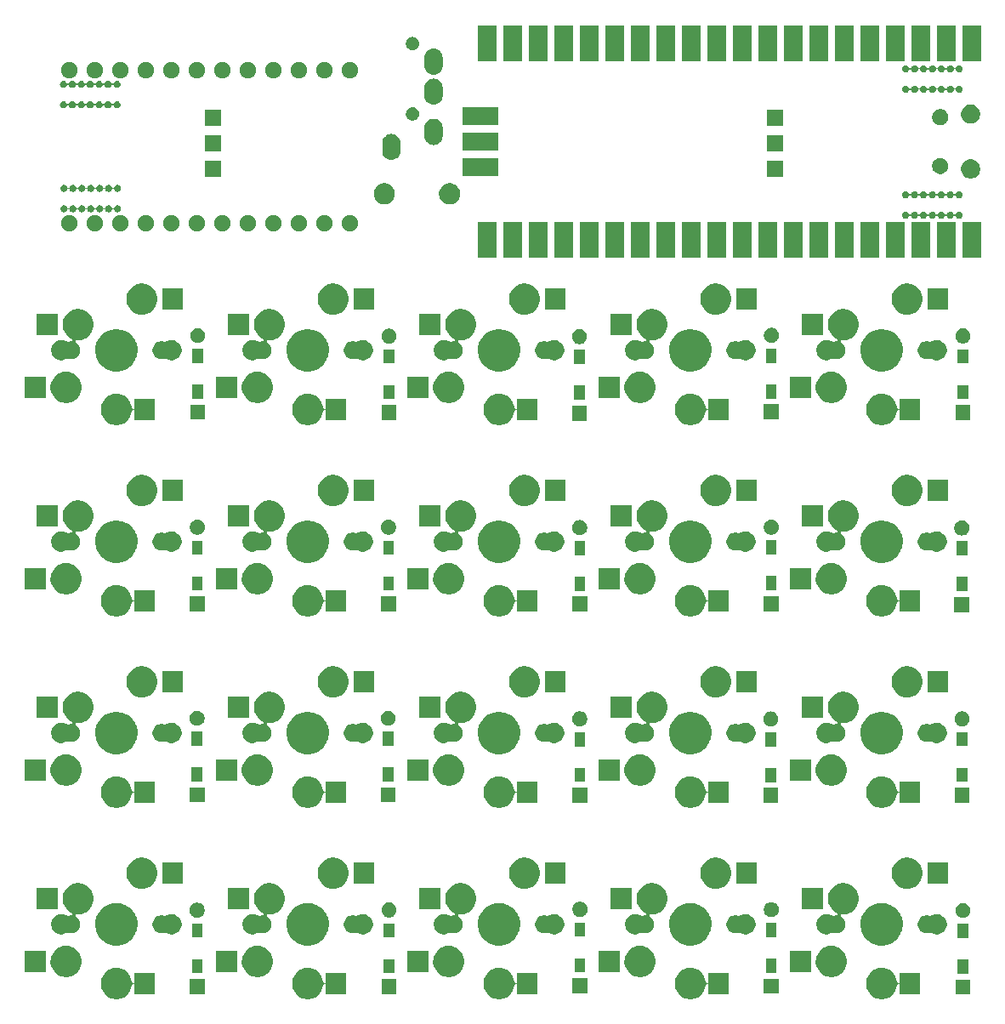
<source format=gbr>
G04 #@! TF.GenerationSoftware,KiCad,Pcbnew,(5.1.6-0-10_14)*
G04 #@! TF.CreationDate,2022-03-09T18:20:20+09:00*
G04 #@! TF.ProjectId,cool640,636f6f6c-3634-4302-9e6b-696361645f70,rev?*
G04 #@! TF.SameCoordinates,Original*
G04 #@! TF.FileFunction,Soldermask,Bot*
G04 #@! TF.FilePolarity,Negative*
%FSLAX46Y46*%
G04 Gerber Fmt 4.6, Leading zero omitted, Abs format (unit mm)*
G04 Created by KiCad (PCBNEW (5.1.6-0-10_14)) date 2022-03-09 18:20:20*
%MOMM*%
%LPD*%
G01*
G04 APERTURE LIST*
%ADD10C,0.100000*%
G04 APERTURE END LIST*
D10*
G36*
X76502585Y-61528802D02*
G01*
X76652410Y-61558604D01*
X76934674Y-61675521D01*
X77188705Y-61845259D01*
X77404741Y-62061295D01*
X77574479Y-62315326D01*
X77688459Y-62590500D01*
X77691396Y-62597591D01*
X77751404Y-62899270D01*
X77758517Y-62922719D01*
X77770068Y-62944330D01*
X77785613Y-62963272D01*
X77804555Y-62978817D01*
X77826166Y-62990368D01*
X77849615Y-62997481D01*
X77874001Y-62999883D01*
X77898387Y-62997481D01*
X77921836Y-62990368D01*
X77943447Y-62978817D01*
X77962389Y-62963272D01*
X77977934Y-62944330D01*
X77989485Y-62922719D01*
X77996598Y-62899270D01*
X77999000Y-62874884D01*
X77999000Y-61999000D01*
X80001000Y-61999000D01*
X80001000Y-64101000D01*
X77999000Y-64101000D01*
X77999000Y-63225116D01*
X77996598Y-63200730D01*
X77989485Y-63177281D01*
X77977934Y-63155670D01*
X77962389Y-63136728D01*
X77943447Y-63121183D01*
X77921836Y-63109632D01*
X77898387Y-63102519D01*
X77874001Y-63100117D01*
X77849615Y-63102519D01*
X77826166Y-63109632D01*
X77804555Y-63121183D01*
X77785613Y-63136728D01*
X77770068Y-63155670D01*
X77758517Y-63177281D01*
X77751404Y-63200730D01*
X77751000Y-63202760D01*
X77691396Y-63502410D01*
X77574479Y-63784674D01*
X77404741Y-64038705D01*
X77188705Y-64254741D01*
X76934674Y-64424479D01*
X76652410Y-64541396D01*
X76502585Y-64571198D01*
X76352761Y-64601000D01*
X76047239Y-64601000D01*
X75897415Y-64571198D01*
X75747590Y-64541396D01*
X75465326Y-64424479D01*
X75211295Y-64254741D01*
X74995259Y-64038705D01*
X74825521Y-63784674D01*
X74708604Y-63502410D01*
X74649000Y-63202760D01*
X74649000Y-62897240D01*
X74708604Y-62597590D01*
X74825521Y-62315326D01*
X74995259Y-62061295D01*
X75211295Y-61845259D01*
X75465326Y-61675521D01*
X75747590Y-61558604D01*
X75897415Y-61528802D01*
X76047239Y-61499000D01*
X76352761Y-61499000D01*
X76502585Y-61528802D01*
G37*
G36*
X57452585Y-61528802D02*
G01*
X57602410Y-61558604D01*
X57884674Y-61675521D01*
X58138705Y-61845259D01*
X58354741Y-62061295D01*
X58524479Y-62315326D01*
X58638459Y-62590500D01*
X58641396Y-62597591D01*
X58701404Y-62899270D01*
X58708517Y-62922719D01*
X58720068Y-62944330D01*
X58735613Y-62963272D01*
X58754555Y-62978817D01*
X58776166Y-62990368D01*
X58799615Y-62997481D01*
X58824001Y-62999883D01*
X58848387Y-62997481D01*
X58871836Y-62990368D01*
X58893447Y-62978817D01*
X58912389Y-62963272D01*
X58927934Y-62944330D01*
X58939485Y-62922719D01*
X58946598Y-62899270D01*
X58949000Y-62874884D01*
X58949000Y-61999000D01*
X60951000Y-61999000D01*
X60951000Y-64101000D01*
X58949000Y-64101000D01*
X58949000Y-63225116D01*
X58946598Y-63200730D01*
X58939485Y-63177281D01*
X58927934Y-63155670D01*
X58912389Y-63136728D01*
X58893447Y-63121183D01*
X58871836Y-63109632D01*
X58848387Y-63102519D01*
X58824001Y-63100117D01*
X58799615Y-63102519D01*
X58776166Y-63109632D01*
X58754555Y-63121183D01*
X58735613Y-63136728D01*
X58720068Y-63155670D01*
X58708517Y-63177281D01*
X58701404Y-63200730D01*
X58701000Y-63202760D01*
X58641396Y-63502410D01*
X58524479Y-63784674D01*
X58354741Y-64038705D01*
X58138705Y-64254741D01*
X57884674Y-64424479D01*
X57602410Y-64541396D01*
X57452585Y-64571198D01*
X57302761Y-64601000D01*
X56997239Y-64601000D01*
X56847415Y-64571198D01*
X56697590Y-64541396D01*
X56415326Y-64424479D01*
X56161295Y-64254741D01*
X55945259Y-64038705D01*
X55775521Y-63784674D01*
X55658604Y-63502410D01*
X55599000Y-63202760D01*
X55599000Y-62897240D01*
X55658604Y-62597590D01*
X55775521Y-62315326D01*
X55945259Y-62061295D01*
X56161295Y-61845259D01*
X56415326Y-61675521D01*
X56697590Y-61558604D01*
X56847415Y-61528802D01*
X56997239Y-61499000D01*
X57302761Y-61499000D01*
X57452585Y-61528802D01*
G37*
G36*
X19352585Y-61528802D02*
G01*
X19502410Y-61558604D01*
X19784674Y-61675521D01*
X20038705Y-61845259D01*
X20254741Y-62061295D01*
X20424479Y-62315326D01*
X20538459Y-62590500D01*
X20541396Y-62597591D01*
X20601404Y-62899270D01*
X20608517Y-62922719D01*
X20620068Y-62944330D01*
X20635613Y-62963272D01*
X20654555Y-62978817D01*
X20676166Y-62990368D01*
X20699615Y-62997481D01*
X20724001Y-62999883D01*
X20748387Y-62997481D01*
X20771836Y-62990368D01*
X20793447Y-62978817D01*
X20812389Y-62963272D01*
X20827934Y-62944330D01*
X20839485Y-62922719D01*
X20846598Y-62899270D01*
X20849000Y-62874884D01*
X20849000Y-61999000D01*
X22851000Y-61999000D01*
X22851000Y-64101000D01*
X20849000Y-64101000D01*
X20849000Y-63225116D01*
X20846598Y-63200730D01*
X20839485Y-63177281D01*
X20827934Y-63155670D01*
X20812389Y-63136728D01*
X20793447Y-63121183D01*
X20771836Y-63109632D01*
X20748387Y-63102519D01*
X20724001Y-63100117D01*
X20699615Y-63102519D01*
X20676166Y-63109632D01*
X20654555Y-63121183D01*
X20635613Y-63136728D01*
X20620068Y-63155670D01*
X20608517Y-63177281D01*
X20601404Y-63200730D01*
X20601000Y-63202760D01*
X20541396Y-63502410D01*
X20424479Y-63784674D01*
X20254741Y-64038705D01*
X20038705Y-64254741D01*
X19784674Y-64424479D01*
X19502410Y-64541396D01*
X19352585Y-64571198D01*
X19202761Y-64601000D01*
X18897239Y-64601000D01*
X18747415Y-64571198D01*
X18597590Y-64541396D01*
X18315326Y-64424479D01*
X18061295Y-64254741D01*
X17845259Y-64038705D01*
X17675521Y-63784674D01*
X17558604Y-63502410D01*
X17499000Y-63202760D01*
X17499000Y-62897240D01*
X17558604Y-62597590D01*
X17675521Y-62315326D01*
X17845259Y-62061295D01*
X18061295Y-61845259D01*
X18315326Y-61675521D01*
X18597590Y-61558604D01*
X18747415Y-61528802D01*
X18897239Y-61499000D01*
X19202761Y-61499000D01*
X19352585Y-61528802D01*
G37*
G36*
X38402585Y-61528802D02*
G01*
X38552410Y-61558604D01*
X38834674Y-61675521D01*
X39088705Y-61845259D01*
X39304741Y-62061295D01*
X39474479Y-62315326D01*
X39588459Y-62590500D01*
X39591396Y-62597591D01*
X39651404Y-62899270D01*
X39658517Y-62922719D01*
X39670068Y-62944330D01*
X39685613Y-62963272D01*
X39704555Y-62978817D01*
X39726166Y-62990368D01*
X39749615Y-62997481D01*
X39774001Y-62999883D01*
X39798387Y-62997481D01*
X39821836Y-62990368D01*
X39843447Y-62978817D01*
X39862389Y-62963272D01*
X39877934Y-62944330D01*
X39889485Y-62922719D01*
X39896598Y-62899270D01*
X39899000Y-62874884D01*
X39899000Y-61999000D01*
X41901000Y-61999000D01*
X41901000Y-64101000D01*
X39899000Y-64101000D01*
X39899000Y-63225116D01*
X39896598Y-63200730D01*
X39889485Y-63177281D01*
X39877934Y-63155670D01*
X39862389Y-63136728D01*
X39843447Y-63121183D01*
X39821836Y-63109632D01*
X39798387Y-63102519D01*
X39774001Y-63100117D01*
X39749615Y-63102519D01*
X39726166Y-63109632D01*
X39704555Y-63121183D01*
X39685613Y-63136728D01*
X39670068Y-63155670D01*
X39658517Y-63177281D01*
X39651404Y-63200730D01*
X39651000Y-63202760D01*
X39591396Y-63502410D01*
X39474479Y-63784674D01*
X39304741Y-64038705D01*
X39088705Y-64254741D01*
X38834674Y-64424479D01*
X38552410Y-64541396D01*
X38402585Y-64571198D01*
X38252761Y-64601000D01*
X37947239Y-64601000D01*
X37797415Y-64571198D01*
X37647590Y-64541396D01*
X37365326Y-64424479D01*
X37111295Y-64254741D01*
X36895259Y-64038705D01*
X36725521Y-63784674D01*
X36608604Y-63502410D01*
X36549000Y-63202760D01*
X36549000Y-62897240D01*
X36608604Y-62597590D01*
X36725521Y-62315326D01*
X36895259Y-62061295D01*
X37111295Y-61845259D01*
X37365326Y-61675521D01*
X37647590Y-61558604D01*
X37797415Y-61528802D01*
X37947239Y-61499000D01*
X38252761Y-61499000D01*
X38402585Y-61528802D01*
G37*
G36*
X302585Y-61528802D02*
G01*
X452410Y-61558604D01*
X734674Y-61675521D01*
X988705Y-61845259D01*
X1204741Y-62061295D01*
X1374479Y-62315326D01*
X1488459Y-62590500D01*
X1491396Y-62597591D01*
X1551404Y-62899270D01*
X1558517Y-62922719D01*
X1570068Y-62944330D01*
X1585613Y-62963272D01*
X1604555Y-62978817D01*
X1626166Y-62990368D01*
X1649615Y-62997481D01*
X1674001Y-62999883D01*
X1698387Y-62997481D01*
X1721836Y-62990368D01*
X1743447Y-62978817D01*
X1762389Y-62963272D01*
X1777934Y-62944330D01*
X1789485Y-62922719D01*
X1796598Y-62899270D01*
X1799000Y-62874884D01*
X1799000Y-61999000D01*
X3801000Y-61999000D01*
X3801000Y-64101000D01*
X1799000Y-64101000D01*
X1799000Y-63225116D01*
X1796598Y-63200730D01*
X1789485Y-63177281D01*
X1777934Y-63155670D01*
X1762389Y-63136728D01*
X1743447Y-63121183D01*
X1721836Y-63109632D01*
X1698387Y-63102519D01*
X1674001Y-63100117D01*
X1649615Y-63102519D01*
X1626166Y-63109632D01*
X1604555Y-63121183D01*
X1585613Y-63136728D01*
X1570068Y-63155670D01*
X1558517Y-63177281D01*
X1551404Y-63200730D01*
X1551000Y-63202760D01*
X1491396Y-63502410D01*
X1374479Y-63784674D01*
X1204741Y-64038705D01*
X988705Y-64254741D01*
X734674Y-64424479D01*
X452410Y-64541396D01*
X302585Y-64571198D01*
X152761Y-64601000D01*
X-152761Y-64601000D01*
X-302585Y-64571198D01*
X-452410Y-64541396D01*
X-734674Y-64424479D01*
X-988705Y-64254741D01*
X-1204741Y-64038705D01*
X-1374479Y-63784674D01*
X-1491396Y-63502410D01*
X-1551000Y-63202760D01*
X-1551000Y-62897240D01*
X-1491396Y-62597590D01*
X-1374479Y-62315326D01*
X-1204741Y-62061295D01*
X-988705Y-61845259D01*
X-734674Y-61675521D01*
X-452410Y-61558604D01*
X-302585Y-61528802D01*
X-152761Y-61499000D01*
X152761Y-61499000D01*
X302585Y-61528802D01*
G37*
G36*
X85039500Y-64149500D02*
G01*
X83540500Y-64149500D01*
X83540500Y-62650500D01*
X85039500Y-62650500D01*
X85039500Y-64149500D01*
G37*
G36*
X8799500Y-64109500D02*
G01*
X7300500Y-64109500D01*
X7300500Y-62610500D01*
X8799500Y-62610500D01*
X8799500Y-64109500D01*
G37*
G36*
X27899500Y-64089500D02*
G01*
X26400500Y-64089500D01*
X26400500Y-62590500D01*
X27899500Y-62590500D01*
X27899500Y-64089500D01*
G37*
G36*
X65959500Y-64049500D02*
G01*
X64460500Y-64049500D01*
X64460500Y-62550500D01*
X65959500Y-62550500D01*
X65959500Y-64049500D01*
G37*
G36*
X46909500Y-64019500D02*
G01*
X45410500Y-64019500D01*
X45410500Y-62520500D01*
X46909500Y-62520500D01*
X46909500Y-64019500D01*
G37*
G36*
X33402585Y-59328802D02*
G01*
X33552410Y-59358604D01*
X33834674Y-59475521D01*
X34088705Y-59645259D01*
X34304741Y-59861295D01*
X34474479Y-60115326D01*
X34591396Y-60397590D01*
X34591396Y-60397591D01*
X34632454Y-60604000D01*
X34651000Y-60697240D01*
X34651000Y-61002760D01*
X34591396Y-61302410D01*
X34474479Y-61584674D01*
X34304741Y-61838705D01*
X34088705Y-62054741D01*
X33834674Y-62224479D01*
X33552410Y-62341396D01*
X33402585Y-62371198D01*
X33252761Y-62401000D01*
X32947239Y-62401000D01*
X32797415Y-62371198D01*
X32647590Y-62341396D01*
X32365326Y-62224479D01*
X32111295Y-62054741D01*
X31895259Y-61838705D01*
X31725521Y-61584674D01*
X31608604Y-61302410D01*
X31549000Y-61002760D01*
X31549000Y-60697240D01*
X31567547Y-60604000D01*
X31608604Y-60397591D01*
X31608604Y-60397590D01*
X31725521Y-60115326D01*
X31895259Y-59861295D01*
X32111295Y-59645259D01*
X32365326Y-59475521D01*
X32647590Y-59358604D01*
X32797415Y-59328802D01*
X32947239Y-59299000D01*
X33252761Y-59299000D01*
X33402585Y-59328802D01*
G37*
G36*
X71502585Y-59328802D02*
G01*
X71652410Y-59358604D01*
X71934674Y-59475521D01*
X72188705Y-59645259D01*
X72404741Y-59861295D01*
X72574479Y-60115326D01*
X72691396Y-60397590D01*
X72691396Y-60397591D01*
X72732454Y-60604000D01*
X72751000Y-60697240D01*
X72751000Y-61002760D01*
X72691396Y-61302410D01*
X72574479Y-61584674D01*
X72404741Y-61838705D01*
X72188705Y-62054741D01*
X71934674Y-62224479D01*
X71652410Y-62341396D01*
X71502585Y-62371198D01*
X71352761Y-62401000D01*
X71047239Y-62401000D01*
X70897415Y-62371198D01*
X70747590Y-62341396D01*
X70465326Y-62224479D01*
X70211295Y-62054741D01*
X69995259Y-61838705D01*
X69825521Y-61584674D01*
X69708604Y-61302410D01*
X69649000Y-61002760D01*
X69649000Y-60697240D01*
X69667547Y-60604000D01*
X69708604Y-60397591D01*
X69708604Y-60397590D01*
X69825521Y-60115326D01*
X69995259Y-59861295D01*
X70211295Y-59645259D01*
X70465326Y-59475521D01*
X70747590Y-59358604D01*
X70897415Y-59328802D01*
X71047239Y-59299000D01*
X71352761Y-59299000D01*
X71502585Y-59328802D01*
G37*
G36*
X14352585Y-59328802D02*
G01*
X14502410Y-59358604D01*
X14784674Y-59475521D01*
X15038705Y-59645259D01*
X15254741Y-59861295D01*
X15424479Y-60115326D01*
X15541396Y-60397590D01*
X15541396Y-60397591D01*
X15582454Y-60604000D01*
X15601000Y-60697240D01*
X15601000Y-61002760D01*
X15541396Y-61302410D01*
X15424479Y-61584674D01*
X15254741Y-61838705D01*
X15038705Y-62054741D01*
X14784674Y-62224479D01*
X14502410Y-62341396D01*
X14352585Y-62371198D01*
X14202761Y-62401000D01*
X13897239Y-62401000D01*
X13747415Y-62371198D01*
X13597590Y-62341396D01*
X13315326Y-62224479D01*
X13061295Y-62054741D01*
X12845259Y-61838705D01*
X12675521Y-61584674D01*
X12558604Y-61302410D01*
X12499000Y-61002760D01*
X12499000Y-60697240D01*
X12517547Y-60604000D01*
X12558604Y-60397591D01*
X12558604Y-60397590D01*
X12675521Y-60115326D01*
X12845259Y-59861295D01*
X13061295Y-59645259D01*
X13315326Y-59475521D01*
X13597590Y-59358604D01*
X13747415Y-59328802D01*
X13897239Y-59299000D01*
X14202761Y-59299000D01*
X14352585Y-59328802D01*
G37*
G36*
X52452585Y-59328802D02*
G01*
X52602410Y-59358604D01*
X52884674Y-59475521D01*
X53138705Y-59645259D01*
X53354741Y-59861295D01*
X53524479Y-60115326D01*
X53641396Y-60397590D01*
X53641396Y-60397591D01*
X53682454Y-60604000D01*
X53701000Y-60697240D01*
X53701000Y-61002760D01*
X53641396Y-61302410D01*
X53524479Y-61584674D01*
X53354741Y-61838705D01*
X53138705Y-62054741D01*
X52884674Y-62224479D01*
X52602410Y-62341396D01*
X52452585Y-62371198D01*
X52302761Y-62401000D01*
X51997239Y-62401000D01*
X51847415Y-62371198D01*
X51697590Y-62341396D01*
X51415326Y-62224479D01*
X51161295Y-62054741D01*
X50945259Y-61838705D01*
X50775521Y-61584674D01*
X50658604Y-61302410D01*
X50599000Y-61002760D01*
X50599000Y-60697240D01*
X50617547Y-60604000D01*
X50658604Y-60397591D01*
X50658604Y-60397590D01*
X50775521Y-60115326D01*
X50945259Y-59861295D01*
X51161295Y-59645259D01*
X51415326Y-59475521D01*
X51697590Y-59358604D01*
X51847415Y-59328802D01*
X51997239Y-59299000D01*
X52302761Y-59299000D01*
X52452585Y-59328802D01*
G37*
G36*
X-4697415Y-59328802D02*
G01*
X-4547590Y-59358604D01*
X-4265326Y-59475521D01*
X-4011295Y-59645259D01*
X-3795259Y-59861295D01*
X-3625521Y-60115326D01*
X-3508604Y-60397590D01*
X-3508604Y-60397591D01*
X-3467546Y-60604000D01*
X-3449000Y-60697240D01*
X-3449000Y-61002760D01*
X-3508604Y-61302410D01*
X-3625521Y-61584674D01*
X-3795259Y-61838705D01*
X-4011295Y-62054741D01*
X-4265326Y-62224479D01*
X-4547590Y-62341396D01*
X-4697415Y-62371198D01*
X-4847239Y-62401000D01*
X-5152761Y-62401000D01*
X-5302585Y-62371198D01*
X-5452410Y-62341396D01*
X-5734674Y-62224479D01*
X-5988705Y-62054741D01*
X-6204741Y-61838705D01*
X-6374479Y-61584674D01*
X-6491396Y-61302410D01*
X-6551000Y-61002760D01*
X-6551000Y-60697240D01*
X-6532453Y-60604000D01*
X-6491396Y-60397591D01*
X-6491396Y-60397590D01*
X-6374479Y-60115326D01*
X-6204741Y-59861295D01*
X-5988705Y-59645259D01*
X-5734674Y-59475521D01*
X-5452410Y-59358604D01*
X-5302585Y-59328802D01*
X-5152761Y-59299000D01*
X-4847239Y-59299000D01*
X-4697415Y-59328802D01*
G37*
G36*
X84816000Y-62066000D02*
G01*
X83764000Y-62066000D01*
X83764000Y-60664000D01*
X84816000Y-60664000D01*
X84816000Y-62066000D01*
G37*
G36*
X8576000Y-62026000D02*
G01*
X7524000Y-62026000D01*
X7524000Y-60624000D01*
X8576000Y-60624000D01*
X8576000Y-62026000D01*
G37*
G36*
X27676000Y-62006000D02*
G01*
X26624000Y-62006000D01*
X26624000Y-60604000D01*
X27676000Y-60604000D01*
X27676000Y-62006000D01*
G37*
G36*
X65736000Y-61966000D02*
G01*
X64684000Y-61966000D01*
X64684000Y-60564000D01*
X65736000Y-60564000D01*
X65736000Y-61966000D01*
G37*
G36*
X46686000Y-61936000D02*
G01*
X45634000Y-61936000D01*
X45634000Y-60534000D01*
X46686000Y-60534000D01*
X46686000Y-61936000D01*
G37*
G36*
X50101000Y-61901000D02*
G01*
X47999000Y-61901000D01*
X47999000Y-59799000D01*
X50101000Y-59799000D01*
X50101000Y-61901000D01*
G37*
G36*
X69151000Y-61901000D02*
G01*
X67049000Y-61901000D01*
X67049000Y-59799000D01*
X69151000Y-59799000D01*
X69151000Y-61901000D01*
G37*
G36*
X31051000Y-61901000D02*
G01*
X28949000Y-61901000D01*
X28949000Y-59799000D01*
X31051000Y-59799000D01*
X31051000Y-61901000D01*
G37*
G36*
X12001000Y-61901000D02*
G01*
X9899000Y-61901000D01*
X9899000Y-59799000D01*
X12001000Y-59799000D01*
X12001000Y-61901000D01*
G37*
G36*
X-7049000Y-61901000D02*
G01*
X-9151000Y-61901000D01*
X-9151000Y-59799000D01*
X-7049000Y-59799000D01*
X-7049000Y-61901000D01*
G37*
G36*
X38552391Y-55097825D02*
G01*
X38712839Y-55129740D01*
X38983206Y-55241730D01*
X39032684Y-55262224D01*
X39095197Y-55288118D01*
X39240158Y-55384978D01*
X39439309Y-55518046D01*
X39731954Y-55810691D01*
X39734659Y-55814740D01*
X39958005Y-56149000D01*
X39961883Y-56154805D01*
X39999905Y-56246598D01*
X40117087Y-56529500D01*
X40120260Y-56537162D01*
X40201000Y-56943068D01*
X40201000Y-57356932D01*
X40147847Y-57624149D01*
X40120260Y-57762839D01*
X40015473Y-58015818D01*
X39996959Y-58060515D01*
X39961882Y-58145197D01*
X39846138Y-58318420D01*
X39740847Y-58476000D01*
X39731953Y-58489310D01*
X39439310Y-58781953D01*
X39095197Y-59011882D01*
X38712839Y-59170260D01*
X38577536Y-59197173D01*
X38306932Y-59251000D01*
X37893068Y-59251000D01*
X37622464Y-59197173D01*
X37487161Y-59170260D01*
X37104803Y-59011882D01*
X36760690Y-58781953D01*
X36468047Y-58489310D01*
X36459154Y-58476000D01*
X36353862Y-58318420D01*
X36238118Y-58145197D01*
X36203042Y-58060515D01*
X36184527Y-58015818D01*
X36079740Y-57762839D01*
X36052153Y-57624149D01*
X35999000Y-57356932D01*
X35999000Y-56943068D01*
X36079740Y-56537162D01*
X36082914Y-56529500D01*
X36200095Y-56246598D01*
X36238117Y-56154805D01*
X36241996Y-56149000D01*
X36465341Y-55814740D01*
X36468046Y-55810691D01*
X36760691Y-55518046D01*
X36959842Y-55384978D01*
X37104803Y-55288118D01*
X37167317Y-55262224D01*
X37216794Y-55241730D01*
X37487161Y-55129740D01*
X37647609Y-55097825D01*
X37893068Y-55049000D01*
X38306932Y-55049000D01*
X38552391Y-55097825D01*
G37*
G36*
X57602391Y-55097825D02*
G01*
X57762839Y-55129740D01*
X58033206Y-55241730D01*
X58082684Y-55262224D01*
X58145197Y-55288118D01*
X58290158Y-55384978D01*
X58489309Y-55518046D01*
X58781954Y-55810691D01*
X58784659Y-55814740D01*
X59008005Y-56149000D01*
X59011883Y-56154805D01*
X59049905Y-56246598D01*
X59167087Y-56529500D01*
X59170260Y-56537162D01*
X59251000Y-56943068D01*
X59251000Y-57356932D01*
X59197847Y-57624149D01*
X59170260Y-57762839D01*
X59065473Y-58015818D01*
X59046959Y-58060515D01*
X59011882Y-58145197D01*
X58896138Y-58318420D01*
X58790847Y-58476000D01*
X58781953Y-58489310D01*
X58489310Y-58781953D01*
X58145197Y-59011882D01*
X57762839Y-59170260D01*
X57627536Y-59197173D01*
X57356932Y-59251000D01*
X56943068Y-59251000D01*
X56672464Y-59197173D01*
X56537161Y-59170260D01*
X56154803Y-59011882D01*
X55810690Y-58781953D01*
X55518047Y-58489310D01*
X55509154Y-58476000D01*
X55403862Y-58318420D01*
X55288118Y-58145197D01*
X55253042Y-58060515D01*
X55234527Y-58015818D01*
X55129740Y-57762839D01*
X55102153Y-57624149D01*
X55049000Y-57356932D01*
X55049000Y-56943068D01*
X55129740Y-56537162D01*
X55132914Y-56529500D01*
X55250095Y-56246598D01*
X55288117Y-56154805D01*
X55291996Y-56149000D01*
X55515341Y-55814740D01*
X55518046Y-55810691D01*
X55810691Y-55518046D01*
X56009842Y-55384978D01*
X56154803Y-55288118D01*
X56217317Y-55262224D01*
X56266794Y-55241730D01*
X56537161Y-55129740D01*
X56697609Y-55097825D01*
X56943068Y-55049000D01*
X57356932Y-55049000D01*
X57602391Y-55097825D01*
G37*
G36*
X19502391Y-55097825D02*
G01*
X19662839Y-55129740D01*
X19933206Y-55241730D01*
X19982684Y-55262224D01*
X20045197Y-55288118D01*
X20190158Y-55384978D01*
X20389309Y-55518046D01*
X20681954Y-55810691D01*
X20684659Y-55814740D01*
X20908005Y-56149000D01*
X20911883Y-56154805D01*
X20949905Y-56246598D01*
X21067087Y-56529500D01*
X21070260Y-56537162D01*
X21151000Y-56943068D01*
X21151000Y-57356932D01*
X21097847Y-57624149D01*
X21070260Y-57762839D01*
X20965473Y-58015818D01*
X20946959Y-58060515D01*
X20911882Y-58145197D01*
X20796138Y-58318420D01*
X20690847Y-58476000D01*
X20681953Y-58489310D01*
X20389310Y-58781953D01*
X20045197Y-59011882D01*
X19662839Y-59170260D01*
X19527536Y-59197173D01*
X19256932Y-59251000D01*
X18843068Y-59251000D01*
X18572464Y-59197173D01*
X18437161Y-59170260D01*
X18054803Y-59011882D01*
X17710690Y-58781953D01*
X17418047Y-58489310D01*
X17409154Y-58476000D01*
X17303862Y-58318420D01*
X17188118Y-58145197D01*
X17153042Y-58060515D01*
X17134527Y-58015818D01*
X17029740Y-57762839D01*
X17002153Y-57624149D01*
X16949000Y-57356932D01*
X16949000Y-56943068D01*
X17029740Y-56537162D01*
X17032914Y-56529500D01*
X17150095Y-56246598D01*
X17188117Y-56154805D01*
X17191996Y-56149000D01*
X17415341Y-55814740D01*
X17418046Y-55810691D01*
X17710691Y-55518046D01*
X17909842Y-55384978D01*
X18054803Y-55288118D01*
X18117317Y-55262224D01*
X18166794Y-55241730D01*
X18437161Y-55129740D01*
X18597609Y-55097825D01*
X18843068Y-55049000D01*
X19256932Y-55049000D01*
X19502391Y-55097825D01*
G37*
G36*
X452391Y-55097825D02*
G01*
X612839Y-55129740D01*
X883206Y-55241730D01*
X932684Y-55262224D01*
X995197Y-55288118D01*
X1140158Y-55384978D01*
X1339309Y-55518046D01*
X1631954Y-55810691D01*
X1634659Y-55814740D01*
X1858005Y-56149000D01*
X1861883Y-56154805D01*
X1899905Y-56246598D01*
X2017087Y-56529500D01*
X2020260Y-56537162D01*
X2101000Y-56943068D01*
X2101000Y-57356932D01*
X2047847Y-57624149D01*
X2020260Y-57762839D01*
X1915473Y-58015818D01*
X1896959Y-58060515D01*
X1861882Y-58145197D01*
X1746138Y-58318420D01*
X1640847Y-58476000D01*
X1631953Y-58489310D01*
X1339310Y-58781953D01*
X995197Y-59011882D01*
X612839Y-59170260D01*
X477536Y-59197173D01*
X206932Y-59251000D01*
X-206932Y-59251000D01*
X-477536Y-59197173D01*
X-612839Y-59170260D01*
X-995197Y-59011882D01*
X-1339310Y-58781953D01*
X-1631953Y-58489310D01*
X-1640846Y-58476000D01*
X-1746138Y-58318420D01*
X-1861882Y-58145197D01*
X-1896958Y-58060515D01*
X-1915473Y-58015818D01*
X-2020260Y-57762839D01*
X-2047847Y-57624149D01*
X-2101000Y-57356932D01*
X-2101000Y-56943068D01*
X-2020260Y-56537162D01*
X-2017086Y-56529500D01*
X-1899905Y-56246598D01*
X-1861883Y-56154805D01*
X-1858004Y-56149000D01*
X-1634659Y-55814740D01*
X-1631954Y-55810691D01*
X-1339309Y-55518046D01*
X-1140158Y-55384978D01*
X-995197Y-55288118D01*
X-932683Y-55262224D01*
X-883206Y-55241730D01*
X-612839Y-55129740D01*
X-452391Y-55097825D01*
X-206932Y-55049000D01*
X206932Y-55049000D01*
X452391Y-55097825D01*
G37*
G36*
X76652391Y-55097825D02*
G01*
X76812839Y-55129740D01*
X77083206Y-55241730D01*
X77132684Y-55262224D01*
X77195197Y-55288118D01*
X77340158Y-55384978D01*
X77539309Y-55518046D01*
X77831954Y-55810691D01*
X77834659Y-55814740D01*
X78058005Y-56149000D01*
X78061883Y-56154805D01*
X78099905Y-56246598D01*
X78217087Y-56529500D01*
X78220260Y-56537162D01*
X78301000Y-56943068D01*
X78301000Y-57356932D01*
X78247847Y-57624149D01*
X78220260Y-57762839D01*
X78115473Y-58015818D01*
X78096959Y-58060515D01*
X78061882Y-58145197D01*
X77946138Y-58318420D01*
X77840847Y-58476000D01*
X77831953Y-58489310D01*
X77539310Y-58781953D01*
X77195197Y-59011882D01*
X76812839Y-59170260D01*
X76677536Y-59197173D01*
X76406932Y-59251000D01*
X75993068Y-59251000D01*
X75722464Y-59197173D01*
X75587161Y-59170260D01*
X75204803Y-59011882D01*
X74860690Y-58781953D01*
X74568047Y-58489310D01*
X74559154Y-58476000D01*
X74453862Y-58318420D01*
X74338118Y-58145197D01*
X74303042Y-58060515D01*
X74284527Y-58015818D01*
X74179740Y-57762839D01*
X74152153Y-57624149D01*
X74099000Y-57356932D01*
X74099000Y-56943068D01*
X74179740Y-56537162D01*
X74182914Y-56529500D01*
X74300095Y-56246598D01*
X74338117Y-56154805D01*
X74341996Y-56149000D01*
X74565341Y-55814740D01*
X74568046Y-55810691D01*
X74860691Y-55518046D01*
X75059842Y-55384978D01*
X75204803Y-55288118D01*
X75267317Y-55262224D01*
X75316794Y-55241730D01*
X75587161Y-55129740D01*
X75747609Y-55097825D01*
X75993068Y-55049000D01*
X76406932Y-55049000D01*
X76652391Y-55097825D01*
G37*
G36*
X84816000Y-58516000D02*
G01*
X83764000Y-58516000D01*
X83764000Y-57114000D01*
X84816000Y-57114000D01*
X84816000Y-58516000D01*
G37*
G36*
X8576000Y-58476000D02*
G01*
X7524000Y-58476000D01*
X7524000Y-57074000D01*
X8576000Y-57074000D01*
X8576000Y-58476000D01*
G37*
G36*
X27676000Y-58456000D02*
G01*
X26624000Y-58456000D01*
X26624000Y-57054000D01*
X27676000Y-57054000D01*
X27676000Y-58456000D01*
G37*
G36*
X65736000Y-58416000D02*
G01*
X64684000Y-58416000D01*
X64684000Y-57014000D01*
X65736000Y-57014000D01*
X65736000Y-58416000D01*
G37*
G36*
X46686000Y-58386000D02*
G01*
X45634000Y-58386000D01*
X45634000Y-56984000D01*
X46686000Y-56984000D01*
X46686000Y-58386000D01*
G37*
G36*
X53642585Y-53088802D02*
G01*
X53792410Y-53118604D01*
X54074674Y-53235521D01*
X54328705Y-53405259D01*
X54544741Y-53621295D01*
X54714479Y-53875326D01*
X54831396Y-54157590D01*
X54891000Y-54457240D01*
X54891000Y-54762760D01*
X54831396Y-55062410D01*
X54714479Y-55344674D01*
X54544741Y-55598705D01*
X54328705Y-55814741D01*
X54074674Y-55984479D01*
X53792410Y-56101396D01*
X53659773Y-56127779D01*
X53492761Y-56161000D01*
X53203680Y-56161000D01*
X53179294Y-56163402D01*
X53155845Y-56170515D01*
X53134234Y-56182066D01*
X53115292Y-56197611D01*
X53099747Y-56216553D01*
X53088196Y-56238164D01*
X53081083Y-56261613D01*
X53078681Y-56285999D01*
X53081083Y-56310385D01*
X53088196Y-56333834D01*
X53099747Y-56355445D01*
X53115292Y-56374387D01*
X53134226Y-56389926D01*
X53224354Y-56450147D01*
X53349853Y-56575646D01*
X53448456Y-56723216D01*
X53516376Y-56887188D01*
X53551000Y-57061259D01*
X53551000Y-57238741D01*
X53516376Y-57412812D01*
X53448456Y-57576784D01*
X53349853Y-57724354D01*
X53224354Y-57849853D01*
X53076784Y-57948456D01*
X52912812Y-58016376D01*
X52763512Y-58046073D01*
X52738742Y-58051000D01*
X52561258Y-58051000D01*
X52491247Y-58037074D01*
X52387188Y-58016376D01*
X52387185Y-58016375D01*
X52384386Y-58015818D01*
X52360000Y-58013416D01*
X52335614Y-58015818D01*
X52332815Y-58016375D01*
X52332812Y-58016376D01*
X52228753Y-58037074D01*
X52158742Y-58051000D01*
X52115395Y-58051000D01*
X52091009Y-58053402D01*
X52067560Y-58060515D01*
X51941981Y-58112532D01*
X51845285Y-58131766D01*
X51748591Y-58151000D01*
X51551409Y-58151000D01*
X51454715Y-58131766D01*
X51358019Y-58112532D01*
X51175849Y-58037074D01*
X51011900Y-57927527D01*
X50872473Y-57788100D01*
X50762926Y-57624151D01*
X50687468Y-57441981D01*
X50649000Y-57248590D01*
X50649000Y-57051410D01*
X50687468Y-56858019D01*
X50762926Y-56675849D01*
X50872473Y-56511900D01*
X51011900Y-56372473D01*
X51175849Y-56262926D01*
X51179019Y-56261613D01*
X51250088Y-56232175D01*
X51358019Y-56187468D01*
X51551409Y-56149000D01*
X51748591Y-56149000D01*
X51941981Y-56187468D01*
X52049912Y-56232175D01*
X52067560Y-56239485D01*
X52091009Y-56246598D01*
X52115395Y-56249000D01*
X52158742Y-56249000D01*
X52199625Y-56257132D01*
X52332812Y-56283624D01*
X52332815Y-56283625D01*
X52335614Y-56284182D01*
X52360000Y-56286584D01*
X52384386Y-56284182D01*
X52387185Y-56283625D01*
X52387188Y-56283624D01*
X52520375Y-56257132D01*
X52561258Y-56249000D01*
X52615526Y-56249000D01*
X52639912Y-56246598D01*
X52663361Y-56239485D01*
X52684972Y-56227934D01*
X52703914Y-56212389D01*
X52719459Y-56193447D01*
X52731010Y-56171836D01*
X52738123Y-56148387D01*
X52740525Y-56124001D01*
X52738123Y-56099615D01*
X52731010Y-56076166D01*
X52719459Y-56054555D01*
X52703914Y-56035613D01*
X52684972Y-56020068D01*
X52663367Y-56008520D01*
X52605326Y-55984479D01*
X52351295Y-55814741D01*
X52135259Y-55598705D01*
X51965521Y-55344674D01*
X51848604Y-55062410D01*
X51789000Y-54762760D01*
X51789000Y-54457240D01*
X51848604Y-54157590D01*
X51965521Y-53875326D01*
X52135259Y-53621295D01*
X52351295Y-53405259D01*
X52605326Y-53235521D01*
X52887590Y-53118604D01*
X53037415Y-53088802D01*
X53187239Y-53059000D01*
X53492761Y-53059000D01*
X53642585Y-53088802D01*
G37*
G36*
X62941981Y-56187468D02*
G01*
X63049912Y-56232175D01*
X63120982Y-56261613D01*
X63124151Y-56262926D01*
X63288100Y-56372473D01*
X63427527Y-56511900D01*
X63537074Y-56675849D01*
X63612532Y-56858019D01*
X63651000Y-57051410D01*
X63651000Y-57248590D01*
X63612532Y-57441981D01*
X63537074Y-57624151D01*
X63427527Y-57788100D01*
X63288100Y-57927527D01*
X63124151Y-58037074D01*
X62941981Y-58112532D01*
X62845285Y-58131766D01*
X62748591Y-58151000D01*
X62551409Y-58151000D01*
X62454715Y-58131766D01*
X62358019Y-58112532D01*
X62232440Y-58060515D01*
X62208991Y-58053402D01*
X62184605Y-58051000D01*
X62141258Y-58051000D01*
X62071247Y-58037074D01*
X61967188Y-58016376D01*
X61967185Y-58016375D01*
X61964386Y-58015818D01*
X61940000Y-58013416D01*
X61915614Y-58015818D01*
X61912815Y-58016375D01*
X61912812Y-58016376D01*
X61808753Y-58037074D01*
X61738742Y-58051000D01*
X61561258Y-58051000D01*
X61536488Y-58046073D01*
X61387188Y-58016376D01*
X61223216Y-57948456D01*
X61075646Y-57849853D01*
X60950147Y-57724354D01*
X60851544Y-57576784D01*
X60783624Y-57412812D01*
X60749000Y-57238741D01*
X60749000Y-57061259D01*
X60783624Y-56887188D01*
X60851544Y-56723216D01*
X60950147Y-56575646D01*
X61075646Y-56450147D01*
X61223216Y-56351544D01*
X61387188Y-56283624D01*
X61536488Y-56253927D01*
X61561258Y-56249000D01*
X61738742Y-56249000D01*
X61779625Y-56257132D01*
X61912812Y-56283624D01*
X61912815Y-56283625D01*
X61915614Y-56284182D01*
X61940000Y-56286584D01*
X61964386Y-56284182D01*
X61967185Y-56283625D01*
X61967188Y-56283624D01*
X62100375Y-56257132D01*
X62141258Y-56249000D01*
X62184605Y-56249000D01*
X62208991Y-56246598D01*
X62232440Y-56239485D01*
X62250088Y-56232175D01*
X62358019Y-56187468D01*
X62551409Y-56149000D01*
X62748591Y-56149000D01*
X62941981Y-56187468D01*
G37*
G36*
X34592585Y-53088802D02*
G01*
X34742410Y-53118604D01*
X35024674Y-53235521D01*
X35278705Y-53405259D01*
X35494741Y-53621295D01*
X35664479Y-53875326D01*
X35781396Y-54157590D01*
X35841000Y-54457240D01*
X35841000Y-54762760D01*
X35781396Y-55062410D01*
X35664479Y-55344674D01*
X35494741Y-55598705D01*
X35278705Y-55814741D01*
X35024674Y-55984479D01*
X34742410Y-56101396D01*
X34609773Y-56127779D01*
X34442761Y-56161000D01*
X34153680Y-56161000D01*
X34129294Y-56163402D01*
X34105845Y-56170515D01*
X34084234Y-56182066D01*
X34065292Y-56197611D01*
X34049747Y-56216553D01*
X34038196Y-56238164D01*
X34031083Y-56261613D01*
X34028681Y-56285999D01*
X34031083Y-56310385D01*
X34038196Y-56333834D01*
X34049747Y-56355445D01*
X34065292Y-56374387D01*
X34084226Y-56389926D01*
X34174354Y-56450147D01*
X34299853Y-56575646D01*
X34398456Y-56723216D01*
X34466376Y-56887188D01*
X34501000Y-57061259D01*
X34501000Y-57238741D01*
X34466376Y-57412812D01*
X34398456Y-57576784D01*
X34299853Y-57724354D01*
X34174354Y-57849853D01*
X34026784Y-57948456D01*
X33862812Y-58016376D01*
X33713512Y-58046073D01*
X33688742Y-58051000D01*
X33511258Y-58051000D01*
X33441247Y-58037074D01*
X33337188Y-58016376D01*
X33337185Y-58016375D01*
X33334386Y-58015818D01*
X33310000Y-58013416D01*
X33285614Y-58015818D01*
X33282815Y-58016375D01*
X33282812Y-58016376D01*
X33178753Y-58037074D01*
X33108742Y-58051000D01*
X33065395Y-58051000D01*
X33041009Y-58053402D01*
X33017560Y-58060515D01*
X32891981Y-58112532D01*
X32795285Y-58131766D01*
X32698591Y-58151000D01*
X32501409Y-58151000D01*
X32404715Y-58131766D01*
X32308019Y-58112532D01*
X32125849Y-58037074D01*
X31961900Y-57927527D01*
X31822473Y-57788100D01*
X31712926Y-57624151D01*
X31637468Y-57441981D01*
X31599000Y-57248590D01*
X31599000Y-57051410D01*
X31637468Y-56858019D01*
X31712926Y-56675849D01*
X31822473Y-56511900D01*
X31961900Y-56372473D01*
X32125849Y-56262926D01*
X32129019Y-56261613D01*
X32200088Y-56232175D01*
X32308019Y-56187468D01*
X32501409Y-56149000D01*
X32698591Y-56149000D01*
X32891981Y-56187468D01*
X32999912Y-56232175D01*
X33017560Y-56239485D01*
X33041009Y-56246598D01*
X33065395Y-56249000D01*
X33108742Y-56249000D01*
X33149625Y-56257132D01*
X33282812Y-56283624D01*
X33282815Y-56283625D01*
X33285614Y-56284182D01*
X33310000Y-56286584D01*
X33334386Y-56284182D01*
X33337185Y-56283625D01*
X33337188Y-56283624D01*
X33470375Y-56257132D01*
X33511258Y-56249000D01*
X33565526Y-56249000D01*
X33589912Y-56246598D01*
X33613361Y-56239485D01*
X33634972Y-56227934D01*
X33653914Y-56212389D01*
X33669459Y-56193447D01*
X33681010Y-56171836D01*
X33688123Y-56148387D01*
X33690525Y-56124001D01*
X33688123Y-56099615D01*
X33681010Y-56076166D01*
X33669459Y-56054555D01*
X33653914Y-56035613D01*
X33634972Y-56020068D01*
X33613367Y-56008520D01*
X33555326Y-55984479D01*
X33301295Y-55814741D01*
X33085259Y-55598705D01*
X32915521Y-55344674D01*
X32798604Y-55062410D01*
X32739000Y-54762760D01*
X32739000Y-54457240D01*
X32798604Y-54157590D01*
X32915521Y-53875326D01*
X33085259Y-53621295D01*
X33301295Y-53405259D01*
X33555326Y-53235521D01*
X33837590Y-53118604D01*
X33987415Y-53088802D01*
X34137239Y-53059000D01*
X34442761Y-53059000D01*
X34592585Y-53088802D01*
G37*
G36*
X43891981Y-56187468D02*
G01*
X43999912Y-56232175D01*
X44070982Y-56261613D01*
X44074151Y-56262926D01*
X44238100Y-56372473D01*
X44377527Y-56511900D01*
X44487074Y-56675849D01*
X44562532Y-56858019D01*
X44601000Y-57051410D01*
X44601000Y-57248590D01*
X44562532Y-57441981D01*
X44487074Y-57624151D01*
X44377527Y-57788100D01*
X44238100Y-57927527D01*
X44074151Y-58037074D01*
X43891981Y-58112532D01*
X43795285Y-58131766D01*
X43698591Y-58151000D01*
X43501409Y-58151000D01*
X43404715Y-58131766D01*
X43308019Y-58112532D01*
X43182440Y-58060515D01*
X43158991Y-58053402D01*
X43134605Y-58051000D01*
X43091258Y-58051000D01*
X43021247Y-58037074D01*
X42917188Y-58016376D01*
X42917185Y-58016375D01*
X42914386Y-58015818D01*
X42890000Y-58013416D01*
X42865614Y-58015818D01*
X42862815Y-58016375D01*
X42862812Y-58016376D01*
X42758753Y-58037074D01*
X42688742Y-58051000D01*
X42511258Y-58051000D01*
X42486488Y-58046073D01*
X42337188Y-58016376D01*
X42173216Y-57948456D01*
X42025646Y-57849853D01*
X41900147Y-57724354D01*
X41801544Y-57576784D01*
X41733624Y-57412812D01*
X41699000Y-57238741D01*
X41699000Y-57061259D01*
X41733624Y-56887188D01*
X41801544Y-56723216D01*
X41900147Y-56575646D01*
X42025646Y-56450147D01*
X42173216Y-56351544D01*
X42337188Y-56283624D01*
X42486488Y-56253927D01*
X42511258Y-56249000D01*
X42688742Y-56249000D01*
X42729625Y-56257132D01*
X42862812Y-56283624D01*
X42862815Y-56283625D01*
X42865614Y-56284182D01*
X42890000Y-56286584D01*
X42914386Y-56284182D01*
X42917185Y-56283625D01*
X42917188Y-56283624D01*
X43050375Y-56257132D01*
X43091258Y-56249000D01*
X43134605Y-56249000D01*
X43158991Y-56246598D01*
X43182440Y-56239485D01*
X43200088Y-56232175D01*
X43308019Y-56187468D01*
X43501409Y-56149000D01*
X43698591Y-56149000D01*
X43891981Y-56187468D01*
G37*
G36*
X81991981Y-56187468D02*
G01*
X82099912Y-56232175D01*
X82170982Y-56261613D01*
X82174151Y-56262926D01*
X82338100Y-56372473D01*
X82477527Y-56511900D01*
X82587074Y-56675849D01*
X82662532Y-56858019D01*
X82701000Y-57051410D01*
X82701000Y-57248590D01*
X82662532Y-57441981D01*
X82587074Y-57624151D01*
X82477527Y-57788100D01*
X82338100Y-57927527D01*
X82174151Y-58037074D01*
X81991981Y-58112532D01*
X81895285Y-58131766D01*
X81798591Y-58151000D01*
X81601409Y-58151000D01*
X81504715Y-58131766D01*
X81408019Y-58112532D01*
X81282440Y-58060515D01*
X81258991Y-58053402D01*
X81234605Y-58051000D01*
X81191258Y-58051000D01*
X81121247Y-58037074D01*
X81017188Y-58016376D01*
X81017185Y-58016375D01*
X81014386Y-58015818D01*
X80990000Y-58013416D01*
X80965614Y-58015818D01*
X80962815Y-58016375D01*
X80962812Y-58016376D01*
X80858753Y-58037074D01*
X80788742Y-58051000D01*
X80611258Y-58051000D01*
X80586488Y-58046073D01*
X80437188Y-58016376D01*
X80273216Y-57948456D01*
X80125646Y-57849853D01*
X80000147Y-57724354D01*
X79901544Y-57576784D01*
X79833624Y-57412812D01*
X79799000Y-57238741D01*
X79799000Y-57061259D01*
X79833624Y-56887188D01*
X79901544Y-56723216D01*
X80000147Y-56575646D01*
X80125646Y-56450147D01*
X80273216Y-56351544D01*
X80437188Y-56283624D01*
X80586488Y-56253927D01*
X80611258Y-56249000D01*
X80788742Y-56249000D01*
X80829625Y-56257132D01*
X80962812Y-56283624D01*
X80962815Y-56283625D01*
X80965614Y-56284182D01*
X80990000Y-56286584D01*
X81014386Y-56284182D01*
X81017185Y-56283625D01*
X81017188Y-56283624D01*
X81150375Y-56257132D01*
X81191258Y-56249000D01*
X81234605Y-56249000D01*
X81258991Y-56246598D01*
X81282440Y-56239485D01*
X81300088Y-56232175D01*
X81408019Y-56187468D01*
X81601409Y-56149000D01*
X81798591Y-56149000D01*
X81991981Y-56187468D01*
G37*
G36*
X24841981Y-56187468D02*
G01*
X24949912Y-56232175D01*
X25020982Y-56261613D01*
X25024151Y-56262926D01*
X25188100Y-56372473D01*
X25327527Y-56511900D01*
X25437074Y-56675849D01*
X25512532Y-56858019D01*
X25551000Y-57051410D01*
X25551000Y-57248590D01*
X25512532Y-57441981D01*
X25437074Y-57624151D01*
X25327527Y-57788100D01*
X25188100Y-57927527D01*
X25024151Y-58037074D01*
X24841981Y-58112532D01*
X24745285Y-58131766D01*
X24648591Y-58151000D01*
X24451409Y-58151000D01*
X24354715Y-58131766D01*
X24258019Y-58112532D01*
X24132440Y-58060515D01*
X24108991Y-58053402D01*
X24084605Y-58051000D01*
X24041258Y-58051000D01*
X23971247Y-58037074D01*
X23867188Y-58016376D01*
X23867185Y-58016375D01*
X23864386Y-58015818D01*
X23840000Y-58013416D01*
X23815614Y-58015818D01*
X23812815Y-58016375D01*
X23812812Y-58016376D01*
X23708753Y-58037074D01*
X23638742Y-58051000D01*
X23461258Y-58051000D01*
X23436488Y-58046073D01*
X23287188Y-58016376D01*
X23123216Y-57948456D01*
X22975646Y-57849853D01*
X22850147Y-57724354D01*
X22751544Y-57576784D01*
X22683624Y-57412812D01*
X22649000Y-57238741D01*
X22649000Y-57061259D01*
X22683624Y-56887188D01*
X22751544Y-56723216D01*
X22850147Y-56575646D01*
X22975646Y-56450147D01*
X23123216Y-56351544D01*
X23287188Y-56283624D01*
X23436488Y-56253927D01*
X23461258Y-56249000D01*
X23638742Y-56249000D01*
X23679625Y-56257132D01*
X23812812Y-56283624D01*
X23812815Y-56283625D01*
X23815614Y-56284182D01*
X23840000Y-56286584D01*
X23864386Y-56284182D01*
X23867185Y-56283625D01*
X23867188Y-56283624D01*
X24000375Y-56257132D01*
X24041258Y-56249000D01*
X24084605Y-56249000D01*
X24108991Y-56246598D01*
X24132440Y-56239485D01*
X24150088Y-56232175D01*
X24258019Y-56187468D01*
X24451409Y-56149000D01*
X24648591Y-56149000D01*
X24841981Y-56187468D01*
G37*
G36*
X72692585Y-53088802D02*
G01*
X72842410Y-53118604D01*
X73124674Y-53235521D01*
X73378705Y-53405259D01*
X73594741Y-53621295D01*
X73764479Y-53875326D01*
X73881396Y-54157590D01*
X73941000Y-54457240D01*
X73941000Y-54762760D01*
X73881396Y-55062410D01*
X73764479Y-55344674D01*
X73594741Y-55598705D01*
X73378705Y-55814741D01*
X73124674Y-55984479D01*
X72842410Y-56101396D01*
X72709773Y-56127779D01*
X72542761Y-56161000D01*
X72253680Y-56161000D01*
X72229294Y-56163402D01*
X72205845Y-56170515D01*
X72184234Y-56182066D01*
X72165292Y-56197611D01*
X72149747Y-56216553D01*
X72138196Y-56238164D01*
X72131083Y-56261613D01*
X72128681Y-56285999D01*
X72131083Y-56310385D01*
X72138196Y-56333834D01*
X72149747Y-56355445D01*
X72165292Y-56374387D01*
X72184226Y-56389926D01*
X72274354Y-56450147D01*
X72399853Y-56575646D01*
X72498456Y-56723216D01*
X72566376Y-56887188D01*
X72601000Y-57061259D01*
X72601000Y-57238741D01*
X72566376Y-57412812D01*
X72498456Y-57576784D01*
X72399853Y-57724354D01*
X72274354Y-57849853D01*
X72126784Y-57948456D01*
X71962812Y-58016376D01*
X71813512Y-58046073D01*
X71788742Y-58051000D01*
X71611258Y-58051000D01*
X71541247Y-58037074D01*
X71437188Y-58016376D01*
X71437185Y-58016375D01*
X71434386Y-58015818D01*
X71410000Y-58013416D01*
X71385614Y-58015818D01*
X71382815Y-58016375D01*
X71382812Y-58016376D01*
X71278753Y-58037074D01*
X71208742Y-58051000D01*
X71165395Y-58051000D01*
X71141009Y-58053402D01*
X71117560Y-58060515D01*
X70991981Y-58112532D01*
X70895285Y-58131766D01*
X70798591Y-58151000D01*
X70601409Y-58151000D01*
X70504715Y-58131766D01*
X70408019Y-58112532D01*
X70225849Y-58037074D01*
X70061900Y-57927527D01*
X69922473Y-57788100D01*
X69812926Y-57624151D01*
X69737468Y-57441981D01*
X69699000Y-57248590D01*
X69699000Y-57051410D01*
X69737468Y-56858019D01*
X69812926Y-56675849D01*
X69922473Y-56511900D01*
X70061900Y-56372473D01*
X70225849Y-56262926D01*
X70229019Y-56261613D01*
X70300088Y-56232175D01*
X70408019Y-56187468D01*
X70601409Y-56149000D01*
X70798591Y-56149000D01*
X70991981Y-56187468D01*
X71099912Y-56232175D01*
X71117560Y-56239485D01*
X71141009Y-56246598D01*
X71165395Y-56249000D01*
X71208742Y-56249000D01*
X71249625Y-56257132D01*
X71382812Y-56283624D01*
X71382815Y-56283625D01*
X71385614Y-56284182D01*
X71410000Y-56286584D01*
X71434386Y-56284182D01*
X71437185Y-56283625D01*
X71437188Y-56283624D01*
X71570375Y-56257132D01*
X71611258Y-56249000D01*
X71665526Y-56249000D01*
X71689912Y-56246598D01*
X71713361Y-56239485D01*
X71734972Y-56227934D01*
X71753914Y-56212389D01*
X71769459Y-56193447D01*
X71781010Y-56171836D01*
X71788123Y-56148387D01*
X71790525Y-56124001D01*
X71788123Y-56099615D01*
X71781010Y-56076166D01*
X71769459Y-56054555D01*
X71753914Y-56035613D01*
X71734972Y-56020068D01*
X71713367Y-56008520D01*
X71655326Y-55984479D01*
X71401295Y-55814741D01*
X71185259Y-55598705D01*
X71015521Y-55344674D01*
X70898604Y-55062410D01*
X70839000Y-54762760D01*
X70839000Y-54457240D01*
X70898604Y-54157590D01*
X71015521Y-53875326D01*
X71185259Y-53621295D01*
X71401295Y-53405259D01*
X71655326Y-53235521D01*
X71937590Y-53118604D01*
X72087415Y-53088802D01*
X72237239Y-53059000D01*
X72542761Y-53059000D01*
X72692585Y-53088802D01*
G37*
G36*
X5791981Y-56187468D02*
G01*
X5899912Y-56232175D01*
X5970982Y-56261613D01*
X5974151Y-56262926D01*
X6138100Y-56372473D01*
X6277527Y-56511900D01*
X6387074Y-56675849D01*
X6462532Y-56858019D01*
X6501000Y-57051410D01*
X6501000Y-57248590D01*
X6462532Y-57441981D01*
X6387074Y-57624151D01*
X6277527Y-57788100D01*
X6138100Y-57927527D01*
X5974151Y-58037074D01*
X5791981Y-58112532D01*
X5695285Y-58131766D01*
X5598591Y-58151000D01*
X5401409Y-58151000D01*
X5304715Y-58131766D01*
X5208019Y-58112532D01*
X5082440Y-58060515D01*
X5058991Y-58053402D01*
X5034605Y-58051000D01*
X4991258Y-58051000D01*
X4921247Y-58037074D01*
X4817188Y-58016376D01*
X4817185Y-58016375D01*
X4814386Y-58015818D01*
X4790000Y-58013416D01*
X4765614Y-58015818D01*
X4762815Y-58016375D01*
X4762812Y-58016376D01*
X4658753Y-58037074D01*
X4588742Y-58051000D01*
X4411258Y-58051000D01*
X4386488Y-58046073D01*
X4237188Y-58016376D01*
X4073216Y-57948456D01*
X3925646Y-57849853D01*
X3800147Y-57724354D01*
X3701544Y-57576784D01*
X3633624Y-57412812D01*
X3599000Y-57238741D01*
X3599000Y-57061259D01*
X3633624Y-56887188D01*
X3701544Y-56723216D01*
X3800147Y-56575646D01*
X3925646Y-56450147D01*
X4073216Y-56351544D01*
X4237188Y-56283624D01*
X4386488Y-56253927D01*
X4411258Y-56249000D01*
X4588742Y-56249000D01*
X4629625Y-56257132D01*
X4762812Y-56283624D01*
X4762815Y-56283625D01*
X4765614Y-56284182D01*
X4790000Y-56286584D01*
X4814386Y-56284182D01*
X4817185Y-56283625D01*
X4817188Y-56283624D01*
X4950375Y-56257132D01*
X4991258Y-56249000D01*
X5034605Y-56249000D01*
X5058991Y-56246598D01*
X5082440Y-56239485D01*
X5100088Y-56232175D01*
X5208019Y-56187468D01*
X5401409Y-56149000D01*
X5598591Y-56149000D01*
X5791981Y-56187468D01*
G37*
G36*
X15542585Y-53088802D02*
G01*
X15692410Y-53118604D01*
X15974674Y-53235521D01*
X16228705Y-53405259D01*
X16444741Y-53621295D01*
X16614479Y-53875326D01*
X16731396Y-54157590D01*
X16791000Y-54457240D01*
X16791000Y-54762760D01*
X16731396Y-55062410D01*
X16614479Y-55344674D01*
X16444741Y-55598705D01*
X16228705Y-55814741D01*
X15974674Y-55984479D01*
X15692410Y-56101396D01*
X15559773Y-56127779D01*
X15392761Y-56161000D01*
X15103680Y-56161000D01*
X15079294Y-56163402D01*
X15055845Y-56170515D01*
X15034234Y-56182066D01*
X15015292Y-56197611D01*
X14999747Y-56216553D01*
X14988196Y-56238164D01*
X14981083Y-56261613D01*
X14978681Y-56285999D01*
X14981083Y-56310385D01*
X14988196Y-56333834D01*
X14999747Y-56355445D01*
X15015292Y-56374387D01*
X15034226Y-56389926D01*
X15124354Y-56450147D01*
X15249853Y-56575646D01*
X15348456Y-56723216D01*
X15416376Y-56887188D01*
X15451000Y-57061259D01*
X15451000Y-57238741D01*
X15416376Y-57412812D01*
X15348456Y-57576784D01*
X15249853Y-57724354D01*
X15124354Y-57849853D01*
X14976784Y-57948456D01*
X14812812Y-58016376D01*
X14663512Y-58046073D01*
X14638742Y-58051000D01*
X14461258Y-58051000D01*
X14391247Y-58037074D01*
X14287188Y-58016376D01*
X14287185Y-58016375D01*
X14284386Y-58015818D01*
X14260000Y-58013416D01*
X14235614Y-58015818D01*
X14232815Y-58016375D01*
X14232812Y-58016376D01*
X14128753Y-58037074D01*
X14058742Y-58051000D01*
X14015395Y-58051000D01*
X13991009Y-58053402D01*
X13967560Y-58060515D01*
X13841981Y-58112532D01*
X13745285Y-58131766D01*
X13648591Y-58151000D01*
X13451409Y-58151000D01*
X13354715Y-58131766D01*
X13258019Y-58112532D01*
X13075849Y-58037074D01*
X12911900Y-57927527D01*
X12772473Y-57788100D01*
X12662926Y-57624151D01*
X12587468Y-57441981D01*
X12549000Y-57248590D01*
X12549000Y-57051410D01*
X12587468Y-56858019D01*
X12662926Y-56675849D01*
X12772473Y-56511900D01*
X12911900Y-56372473D01*
X13075849Y-56262926D01*
X13079019Y-56261613D01*
X13150088Y-56232175D01*
X13258019Y-56187468D01*
X13451409Y-56149000D01*
X13648591Y-56149000D01*
X13841981Y-56187468D01*
X13949912Y-56232175D01*
X13967560Y-56239485D01*
X13991009Y-56246598D01*
X14015395Y-56249000D01*
X14058742Y-56249000D01*
X14099625Y-56257132D01*
X14232812Y-56283624D01*
X14232815Y-56283625D01*
X14235614Y-56284182D01*
X14260000Y-56286584D01*
X14284386Y-56284182D01*
X14287185Y-56283625D01*
X14287188Y-56283624D01*
X14420375Y-56257132D01*
X14461258Y-56249000D01*
X14515526Y-56249000D01*
X14539912Y-56246598D01*
X14563361Y-56239485D01*
X14584972Y-56227934D01*
X14603914Y-56212389D01*
X14619459Y-56193447D01*
X14631010Y-56171836D01*
X14638123Y-56148387D01*
X14640525Y-56124001D01*
X14638123Y-56099615D01*
X14631010Y-56076166D01*
X14619459Y-56054555D01*
X14603914Y-56035613D01*
X14584972Y-56020068D01*
X14563367Y-56008520D01*
X14505326Y-55984479D01*
X14251295Y-55814741D01*
X14035259Y-55598705D01*
X13865521Y-55344674D01*
X13748604Y-55062410D01*
X13689000Y-54762760D01*
X13689000Y-54457240D01*
X13748604Y-54157590D01*
X13865521Y-53875326D01*
X14035259Y-53621295D01*
X14251295Y-53405259D01*
X14505326Y-53235521D01*
X14787590Y-53118604D01*
X14937415Y-53088802D01*
X15087239Y-53059000D01*
X15392761Y-53059000D01*
X15542585Y-53088802D01*
G37*
G36*
X-3507415Y-53088802D02*
G01*
X-3357590Y-53118604D01*
X-3075326Y-53235521D01*
X-2821295Y-53405259D01*
X-2605259Y-53621295D01*
X-2435521Y-53875326D01*
X-2318604Y-54157590D01*
X-2259000Y-54457240D01*
X-2259000Y-54762760D01*
X-2318604Y-55062410D01*
X-2435521Y-55344674D01*
X-2605259Y-55598705D01*
X-2821295Y-55814741D01*
X-3075326Y-55984479D01*
X-3357590Y-56101396D01*
X-3490227Y-56127779D01*
X-3657239Y-56161000D01*
X-3946320Y-56161000D01*
X-3970706Y-56163402D01*
X-3994155Y-56170515D01*
X-4015766Y-56182066D01*
X-4034708Y-56197611D01*
X-4050253Y-56216553D01*
X-4061804Y-56238164D01*
X-4068917Y-56261613D01*
X-4071319Y-56285999D01*
X-4068917Y-56310385D01*
X-4061804Y-56333834D01*
X-4050253Y-56355445D01*
X-4034708Y-56374387D01*
X-4015774Y-56389926D01*
X-3925646Y-56450147D01*
X-3800147Y-56575646D01*
X-3701544Y-56723216D01*
X-3633624Y-56887188D01*
X-3599000Y-57061259D01*
X-3599000Y-57238741D01*
X-3633624Y-57412812D01*
X-3701544Y-57576784D01*
X-3800147Y-57724354D01*
X-3925646Y-57849853D01*
X-4073216Y-57948456D01*
X-4237188Y-58016376D01*
X-4386488Y-58046073D01*
X-4411258Y-58051000D01*
X-4588742Y-58051000D01*
X-4658753Y-58037074D01*
X-4762812Y-58016376D01*
X-4762815Y-58016375D01*
X-4765614Y-58015818D01*
X-4790000Y-58013416D01*
X-4814386Y-58015818D01*
X-4817185Y-58016375D01*
X-4817188Y-58016376D01*
X-4921247Y-58037074D01*
X-4991258Y-58051000D01*
X-5034605Y-58051000D01*
X-5058991Y-58053402D01*
X-5082440Y-58060515D01*
X-5208019Y-58112532D01*
X-5304715Y-58131766D01*
X-5401409Y-58151000D01*
X-5598591Y-58151000D01*
X-5695285Y-58131766D01*
X-5791981Y-58112532D01*
X-5974151Y-58037074D01*
X-6138100Y-57927527D01*
X-6277527Y-57788100D01*
X-6387074Y-57624151D01*
X-6462532Y-57441981D01*
X-6501000Y-57248590D01*
X-6501000Y-57051410D01*
X-6462532Y-56858019D01*
X-6387074Y-56675849D01*
X-6277527Y-56511900D01*
X-6138100Y-56372473D01*
X-5974151Y-56262926D01*
X-5970981Y-56261613D01*
X-5899912Y-56232175D01*
X-5791981Y-56187468D01*
X-5598591Y-56149000D01*
X-5401409Y-56149000D01*
X-5208019Y-56187468D01*
X-5100088Y-56232175D01*
X-5082440Y-56239485D01*
X-5058991Y-56246598D01*
X-5034605Y-56249000D01*
X-4991258Y-56249000D01*
X-4950375Y-56257132D01*
X-4817188Y-56283624D01*
X-4817185Y-56283625D01*
X-4814386Y-56284182D01*
X-4790000Y-56286584D01*
X-4765614Y-56284182D01*
X-4762815Y-56283625D01*
X-4762812Y-56283624D01*
X-4629625Y-56257132D01*
X-4588742Y-56249000D01*
X-4534474Y-56249000D01*
X-4510088Y-56246598D01*
X-4486639Y-56239485D01*
X-4465028Y-56227934D01*
X-4446086Y-56212389D01*
X-4430541Y-56193447D01*
X-4418990Y-56171836D01*
X-4411877Y-56148387D01*
X-4409475Y-56124001D01*
X-4411877Y-56099615D01*
X-4418990Y-56076166D01*
X-4430541Y-56054555D01*
X-4446086Y-56035613D01*
X-4465028Y-56020068D01*
X-4486633Y-56008520D01*
X-4544674Y-55984479D01*
X-4798705Y-55814741D01*
X-5014741Y-55598705D01*
X-5184479Y-55344674D01*
X-5301396Y-55062410D01*
X-5361000Y-54762760D01*
X-5361000Y-54457240D01*
X-5301396Y-54157590D01*
X-5184479Y-53875326D01*
X-5014741Y-53621295D01*
X-4798705Y-53405259D01*
X-4544674Y-53235521D01*
X-4262410Y-53118604D01*
X-4112585Y-53088802D01*
X-3962761Y-53059000D01*
X-3657239Y-53059000D01*
X-3507415Y-53088802D01*
G37*
G36*
X84384425Y-55034599D02*
G01*
X84508621Y-55059302D01*
X84645022Y-55115801D01*
X84767779Y-55197825D01*
X84872175Y-55302221D01*
X84954199Y-55424978D01*
X85010698Y-55561379D01*
X85039500Y-55706181D01*
X85039500Y-55853819D01*
X85010698Y-55998621D01*
X84954199Y-56135022D01*
X84872175Y-56257779D01*
X84767779Y-56362175D01*
X84645022Y-56444199D01*
X84508621Y-56500698D01*
X84384425Y-56525401D01*
X84363820Y-56529500D01*
X84216180Y-56529500D01*
X84195575Y-56525401D01*
X84071379Y-56500698D01*
X83934978Y-56444199D01*
X83812221Y-56362175D01*
X83707825Y-56257779D01*
X83625801Y-56135022D01*
X83569302Y-55998621D01*
X83540500Y-55853819D01*
X83540500Y-55706181D01*
X83569302Y-55561379D01*
X83625801Y-55424978D01*
X83707825Y-55302221D01*
X83812221Y-55197825D01*
X83934978Y-55115801D01*
X84071379Y-55059302D01*
X84195575Y-55034599D01*
X84216180Y-55030500D01*
X84363820Y-55030500D01*
X84384425Y-55034599D01*
G37*
G36*
X8144425Y-54994599D02*
G01*
X8268621Y-55019302D01*
X8405022Y-55075801D01*
X8527779Y-55157825D01*
X8632175Y-55262221D01*
X8714199Y-55384978D01*
X8770698Y-55521379D01*
X8795401Y-55645575D01*
X8798470Y-55661000D01*
X8799500Y-55666181D01*
X8799500Y-55813819D01*
X8770698Y-55958621D01*
X8714199Y-56095022D01*
X8632175Y-56217779D01*
X8527779Y-56322175D01*
X8405022Y-56404199D01*
X8268621Y-56460698D01*
X8144425Y-56485401D01*
X8123820Y-56489500D01*
X7976180Y-56489500D01*
X7955575Y-56485401D01*
X7831379Y-56460698D01*
X7694978Y-56404199D01*
X7572221Y-56322175D01*
X7467825Y-56217779D01*
X7385801Y-56095022D01*
X7329302Y-55958621D01*
X7300500Y-55813819D01*
X7300500Y-55666181D01*
X7301531Y-55661000D01*
X7304599Y-55645575D01*
X7329302Y-55521379D01*
X7385801Y-55384978D01*
X7467825Y-55262221D01*
X7572221Y-55157825D01*
X7694978Y-55075801D01*
X7831379Y-55019302D01*
X7955575Y-54994599D01*
X7976180Y-54990500D01*
X8123820Y-54990500D01*
X8144425Y-54994599D01*
G37*
G36*
X27244425Y-54974599D02*
G01*
X27368621Y-54999302D01*
X27505022Y-55055801D01*
X27627779Y-55137825D01*
X27732175Y-55242221D01*
X27814199Y-55364978D01*
X27870698Y-55501379D01*
X27899500Y-55646181D01*
X27899500Y-55793819D01*
X27870698Y-55938621D01*
X27814199Y-56075022D01*
X27732175Y-56197779D01*
X27627779Y-56302175D01*
X27505022Y-56384199D01*
X27368621Y-56440698D01*
X27244425Y-56465401D01*
X27223820Y-56469500D01*
X27076180Y-56469500D01*
X27055575Y-56465401D01*
X26931379Y-56440698D01*
X26794978Y-56384199D01*
X26672221Y-56302175D01*
X26567825Y-56197779D01*
X26485801Y-56075022D01*
X26429302Y-55938621D01*
X26400500Y-55793819D01*
X26400500Y-55646181D01*
X26429302Y-55501379D01*
X26485801Y-55364978D01*
X26567825Y-55242221D01*
X26672221Y-55137825D01*
X26794978Y-55055801D01*
X26931379Y-54999302D01*
X27055575Y-54974599D01*
X27076180Y-54970500D01*
X27223820Y-54970500D01*
X27244425Y-54974599D01*
G37*
G36*
X65304425Y-54934599D02*
G01*
X65428621Y-54959302D01*
X65565022Y-55015801D01*
X65687779Y-55097825D01*
X65792175Y-55202221D01*
X65874199Y-55324978D01*
X65930698Y-55461379D01*
X65959500Y-55606181D01*
X65959500Y-55753819D01*
X65930698Y-55898621D01*
X65874199Y-56035022D01*
X65792175Y-56157779D01*
X65687779Y-56262175D01*
X65565022Y-56344199D01*
X65428621Y-56400698D01*
X65304425Y-56425401D01*
X65283820Y-56429500D01*
X65136180Y-56429500D01*
X65115575Y-56425401D01*
X64991379Y-56400698D01*
X64854978Y-56344199D01*
X64732221Y-56262175D01*
X64627825Y-56157779D01*
X64545801Y-56035022D01*
X64489302Y-55898621D01*
X64460500Y-55753819D01*
X64460500Y-55606181D01*
X64489302Y-55461379D01*
X64545801Y-55324978D01*
X64627825Y-55202221D01*
X64732221Y-55097825D01*
X64854978Y-55015801D01*
X64991379Y-54959302D01*
X65115575Y-54934599D01*
X65136180Y-54930500D01*
X65283820Y-54930500D01*
X65304425Y-54934599D01*
G37*
G36*
X46254425Y-54904599D02*
G01*
X46378621Y-54929302D01*
X46515022Y-54985801D01*
X46637779Y-55067825D01*
X46742175Y-55172221D01*
X46824199Y-55294978D01*
X46880698Y-55431379D01*
X46909500Y-55576181D01*
X46909500Y-55723819D01*
X46880698Y-55868621D01*
X46824199Y-56005022D01*
X46742175Y-56127779D01*
X46637779Y-56232175D01*
X46515022Y-56314199D01*
X46378621Y-56370698D01*
X46254425Y-56395401D01*
X46233820Y-56399500D01*
X46086180Y-56399500D01*
X46065575Y-56395401D01*
X45941379Y-56370698D01*
X45804978Y-56314199D01*
X45682221Y-56232175D01*
X45577825Y-56127779D01*
X45495801Y-56005022D01*
X45439302Y-55868621D01*
X45410500Y-55723819D01*
X45410500Y-55576181D01*
X45439302Y-55431379D01*
X45495801Y-55294978D01*
X45577825Y-55172221D01*
X45682221Y-55067825D01*
X45804978Y-54985801D01*
X45941379Y-54929302D01*
X46065575Y-54904599D01*
X46086180Y-54900500D01*
X46233820Y-54900500D01*
X46254425Y-54904599D01*
G37*
G36*
X-5849000Y-55661000D02*
G01*
X-7951000Y-55661000D01*
X-7951000Y-53559000D01*
X-5849000Y-53559000D01*
X-5849000Y-55661000D01*
G37*
G36*
X70351000Y-55661000D02*
G01*
X68249000Y-55661000D01*
X68249000Y-53559000D01*
X70351000Y-53559000D01*
X70351000Y-55661000D01*
G37*
G36*
X51301000Y-55661000D02*
G01*
X49199000Y-55661000D01*
X49199000Y-53559000D01*
X51301000Y-53559000D01*
X51301000Y-55661000D01*
G37*
G36*
X32251000Y-55661000D02*
G01*
X30149000Y-55661000D01*
X30149000Y-53559000D01*
X32251000Y-53559000D01*
X32251000Y-55661000D01*
G37*
G36*
X13201000Y-55661000D02*
G01*
X11099000Y-55661000D01*
X11099000Y-53559000D01*
X13201000Y-53559000D01*
X13201000Y-55661000D01*
G37*
G36*
X59992585Y-50548802D02*
G01*
X60142410Y-50578604D01*
X60424674Y-50695521D01*
X60678705Y-50865259D01*
X60894741Y-51081295D01*
X61064479Y-51335326D01*
X61181396Y-51617590D01*
X61241000Y-51917240D01*
X61241000Y-52222760D01*
X61181396Y-52522410D01*
X61064479Y-52804674D01*
X60894741Y-53058705D01*
X60678705Y-53274741D01*
X60424674Y-53444479D01*
X60142410Y-53561396D01*
X59992585Y-53591198D01*
X59842761Y-53621000D01*
X59537239Y-53621000D01*
X59387415Y-53591198D01*
X59237590Y-53561396D01*
X58955326Y-53444479D01*
X58701295Y-53274741D01*
X58485259Y-53058705D01*
X58315521Y-52804674D01*
X58198604Y-52522410D01*
X58139000Y-52222760D01*
X58139000Y-51917240D01*
X58198604Y-51617590D01*
X58315521Y-51335326D01*
X58485259Y-51081295D01*
X58701295Y-50865259D01*
X58955326Y-50695521D01*
X59237590Y-50578604D01*
X59387415Y-50548802D01*
X59537239Y-50519000D01*
X59842761Y-50519000D01*
X59992585Y-50548802D01*
G37*
G36*
X79042585Y-50548802D02*
G01*
X79192410Y-50578604D01*
X79474674Y-50695521D01*
X79728705Y-50865259D01*
X79944741Y-51081295D01*
X80114479Y-51335326D01*
X80231396Y-51617590D01*
X80291000Y-51917240D01*
X80291000Y-52222760D01*
X80231396Y-52522410D01*
X80114479Y-52804674D01*
X79944741Y-53058705D01*
X79728705Y-53274741D01*
X79474674Y-53444479D01*
X79192410Y-53561396D01*
X79042585Y-53591198D01*
X78892761Y-53621000D01*
X78587239Y-53621000D01*
X78437415Y-53591198D01*
X78287590Y-53561396D01*
X78005326Y-53444479D01*
X77751295Y-53274741D01*
X77535259Y-53058705D01*
X77365521Y-52804674D01*
X77248604Y-52522410D01*
X77189000Y-52222760D01*
X77189000Y-51917240D01*
X77248604Y-51617590D01*
X77365521Y-51335326D01*
X77535259Y-51081295D01*
X77751295Y-50865259D01*
X78005326Y-50695521D01*
X78287590Y-50578604D01*
X78437415Y-50548802D01*
X78587239Y-50519000D01*
X78892761Y-50519000D01*
X79042585Y-50548802D01*
G37*
G36*
X40942585Y-50548802D02*
G01*
X41092410Y-50578604D01*
X41374674Y-50695521D01*
X41628705Y-50865259D01*
X41844741Y-51081295D01*
X42014479Y-51335326D01*
X42131396Y-51617590D01*
X42191000Y-51917240D01*
X42191000Y-52222760D01*
X42131396Y-52522410D01*
X42014479Y-52804674D01*
X41844741Y-53058705D01*
X41628705Y-53274741D01*
X41374674Y-53444479D01*
X41092410Y-53561396D01*
X40942585Y-53591198D01*
X40792761Y-53621000D01*
X40487239Y-53621000D01*
X40337415Y-53591198D01*
X40187590Y-53561396D01*
X39905326Y-53444479D01*
X39651295Y-53274741D01*
X39435259Y-53058705D01*
X39265521Y-52804674D01*
X39148604Y-52522410D01*
X39089000Y-52222760D01*
X39089000Y-51917240D01*
X39148604Y-51617590D01*
X39265521Y-51335326D01*
X39435259Y-51081295D01*
X39651295Y-50865259D01*
X39905326Y-50695521D01*
X40187590Y-50578604D01*
X40337415Y-50548802D01*
X40487239Y-50519000D01*
X40792761Y-50519000D01*
X40942585Y-50548802D01*
G37*
G36*
X21892585Y-50548802D02*
G01*
X22042410Y-50578604D01*
X22324674Y-50695521D01*
X22578705Y-50865259D01*
X22794741Y-51081295D01*
X22964479Y-51335326D01*
X23081396Y-51617590D01*
X23141000Y-51917240D01*
X23141000Y-52222760D01*
X23081396Y-52522410D01*
X22964479Y-52804674D01*
X22794741Y-53058705D01*
X22578705Y-53274741D01*
X22324674Y-53444479D01*
X22042410Y-53561396D01*
X21892585Y-53591198D01*
X21742761Y-53621000D01*
X21437239Y-53621000D01*
X21287415Y-53591198D01*
X21137590Y-53561396D01*
X20855326Y-53444479D01*
X20601295Y-53274741D01*
X20385259Y-53058705D01*
X20215521Y-52804674D01*
X20098604Y-52522410D01*
X20039000Y-52222760D01*
X20039000Y-51917240D01*
X20098604Y-51617590D01*
X20215521Y-51335326D01*
X20385259Y-51081295D01*
X20601295Y-50865259D01*
X20855326Y-50695521D01*
X21137590Y-50578604D01*
X21287415Y-50548802D01*
X21437239Y-50519000D01*
X21742761Y-50519000D01*
X21892585Y-50548802D01*
G37*
G36*
X2842585Y-50548802D02*
G01*
X2992410Y-50578604D01*
X3274674Y-50695521D01*
X3528705Y-50865259D01*
X3744741Y-51081295D01*
X3914479Y-51335326D01*
X4031396Y-51617590D01*
X4091000Y-51917240D01*
X4091000Y-52222760D01*
X4031396Y-52522410D01*
X3914479Y-52804674D01*
X3744741Y-53058705D01*
X3528705Y-53274741D01*
X3274674Y-53444479D01*
X2992410Y-53561396D01*
X2842585Y-53591198D01*
X2692761Y-53621000D01*
X2387239Y-53621000D01*
X2237415Y-53591198D01*
X2087590Y-53561396D01*
X1805326Y-53444479D01*
X1551295Y-53274741D01*
X1335259Y-53058705D01*
X1165521Y-52804674D01*
X1048604Y-52522410D01*
X989000Y-52222760D01*
X989000Y-51917240D01*
X1048604Y-51617590D01*
X1165521Y-51335326D01*
X1335259Y-51081295D01*
X1551295Y-50865259D01*
X1805326Y-50695521D01*
X2087590Y-50578604D01*
X2237415Y-50548802D01*
X2387239Y-50519000D01*
X2692761Y-50519000D01*
X2842585Y-50548802D01*
G37*
G36*
X44751000Y-53121000D02*
G01*
X42649000Y-53121000D01*
X42649000Y-51019000D01*
X44751000Y-51019000D01*
X44751000Y-53121000D01*
G37*
G36*
X25701000Y-53121000D02*
G01*
X23599000Y-53121000D01*
X23599000Y-51019000D01*
X25701000Y-51019000D01*
X25701000Y-53121000D01*
G37*
G36*
X6651000Y-53121000D02*
G01*
X4549000Y-53121000D01*
X4549000Y-51019000D01*
X6651000Y-51019000D01*
X6651000Y-53121000D01*
G37*
G36*
X63801000Y-53121000D02*
G01*
X61699000Y-53121000D01*
X61699000Y-51019000D01*
X63801000Y-51019000D01*
X63801000Y-53121000D01*
G37*
G36*
X82851000Y-53121000D02*
G01*
X80749000Y-53121000D01*
X80749000Y-51019000D01*
X82851000Y-51019000D01*
X82851000Y-53121000D01*
G37*
G36*
X302585Y-42478802D02*
G01*
X452410Y-42508604D01*
X734674Y-42625521D01*
X988705Y-42795259D01*
X1204741Y-43011295D01*
X1374479Y-43265326D01*
X1480175Y-43520500D01*
X1491396Y-43547591D01*
X1551404Y-43849270D01*
X1558517Y-43872719D01*
X1570068Y-43894330D01*
X1585613Y-43913272D01*
X1604555Y-43928817D01*
X1626166Y-43940368D01*
X1649615Y-43947481D01*
X1674001Y-43949883D01*
X1698387Y-43947481D01*
X1721836Y-43940368D01*
X1743447Y-43928817D01*
X1762389Y-43913272D01*
X1777934Y-43894330D01*
X1789485Y-43872719D01*
X1796598Y-43849270D01*
X1799000Y-43824884D01*
X1799000Y-42949000D01*
X3801000Y-42949000D01*
X3801000Y-45051000D01*
X1799000Y-45051000D01*
X1799000Y-44175116D01*
X1796598Y-44150730D01*
X1789485Y-44127281D01*
X1777934Y-44105670D01*
X1762389Y-44086728D01*
X1743447Y-44071183D01*
X1721836Y-44059632D01*
X1698387Y-44052519D01*
X1674001Y-44050117D01*
X1649615Y-44052519D01*
X1626166Y-44059632D01*
X1604555Y-44071183D01*
X1585613Y-44086728D01*
X1570068Y-44105670D01*
X1558517Y-44127281D01*
X1551404Y-44150730D01*
X1551000Y-44152760D01*
X1491396Y-44452410D01*
X1374479Y-44734674D01*
X1204741Y-44988705D01*
X988705Y-45204741D01*
X734674Y-45374479D01*
X452410Y-45491396D01*
X302585Y-45521198D01*
X152761Y-45551000D01*
X-152761Y-45551000D01*
X-302585Y-45521198D01*
X-452410Y-45491396D01*
X-734674Y-45374479D01*
X-988705Y-45204741D01*
X-1204741Y-44988705D01*
X-1374479Y-44734674D01*
X-1491396Y-44452410D01*
X-1551000Y-44152760D01*
X-1551000Y-43847240D01*
X-1491396Y-43547590D01*
X-1374479Y-43265326D01*
X-1204741Y-43011295D01*
X-988705Y-42795259D01*
X-734674Y-42625521D01*
X-452410Y-42508604D01*
X-302585Y-42478802D01*
X-152761Y-42449000D01*
X152761Y-42449000D01*
X302585Y-42478802D01*
G37*
G36*
X76502585Y-42478802D02*
G01*
X76652410Y-42508604D01*
X76934674Y-42625521D01*
X77188705Y-42795259D01*
X77404741Y-43011295D01*
X77574479Y-43265326D01*
X77680175Y-43520500D01*
X77691396Y-43547591D01*
X77751404Y-43849270D01*
X77758517Y-43872719D01*
X77770068Y-43894330D01*
X77785613Y-43913272D01*
X77804555Y-43928817D01*
X77826166Y-43940368D01*
X77849615Y-43947481D01*
X77874001Y-43949883D01*
X77898387Y-43947481D01*
X77921836Y-43940368D01*
X77943447Y-43928817D01*
X77962389Y-43913272D01*
X77977934Y-43894330D01*
X77989485Y-43872719D01*
X77996598Y-43849270D01*
X77999000Y-43824884D01*
X77999000Y-42949000D01*
X80001000Y-42949000D01*
X80001000Y-45051000D01*
X77999000Y-45051000D01*
X77999000Y-44175116D01*
X77996598Y-44150730D01*
X77989485Y-44127281D01*
X77977934Y-44105670D01*
X77962389Y-44086728D01*
X77943447Y-44071183D01*
X77921836Y-44059632D01*
X77898387Y-44052519D01*
X77874001Y-44050117D01*
X77849615Y-44052519D01*
X77826166Y-44059632D01*
X77804555Y-44071183D01*
X77785613Y-44086728D01*
X77770068Y-44105670D01*
X77758517Y-44127281D01*
X77751404Y-44150730D01*
X77751000Y-44152760D01*
X77691396Y-44452410D01*
X77574479Y-44734674D01*
X77404741Y-44988705D01*
X77188705Y-45204741D01*
X76934674Y-45374479D01*
X76652410Y-45491396D01*
X76502585Y-45521198D01*
X76352761Y-45551000D01*
X76047239Y-45551000D01*
X75897415Y-45521198D01*
X75747590Y-45491396D01*
X75465326Y-45374479D01*
X75211295Y-45204741D01*
X74995259Y-44988705D01*
X74825521Y-44734674D01*
X74708604Y-44452410D01*
X74649000Y-44152760D01*
X74649000Y-43847240D01*
X74708604Y-43547590D01*
X74825521Y-43265326D01*
X74995259Y-43011295D01*
X75211295Y-42795259D01*
X75465326Y-42625521D01*
X75747590Y-42508604D01*
X75897415Y-42478802D01*
X76047239Y-42449000D01*
X76352761Y-42449000D01*
X76502585Y-42478802D01*
G37*
G36*
X38402585Y-42478802D02*
G01*
X38552410Y-42508604D01*
X38834674Y-42625521D01*
X39088705Y-42795259D01*
X39304741Y-43011295D01*
X39474479Y-43265326D01*
X39580175Y-43520500D01*
X39591396Y-43547591D01*
X39651404Y-43849270D01*
X39658517Y-43872719D01*
X39670068Y-43894330D01*
X39685613Y-43913272D01*
X39704555Y-43928817D01*
X39726166Y-43940368D01*
X39749615Y-43947481D01*
X39774001Y-43949883D01*
X39798387Y-43947481D01*
X39821836Y-43940368D01*
X39843447Y-43928817D01*
X39862389Y-43913272D01*
X39877934Y-43894330D01*
X39889485Y-43872719D01*
X39896598Y-43849270D01*
X39899000Y-43824884D01*
X39899000Y-42949000D01*
X41901000Y-42949000D01*
X41901000Y-45051000D01*
X39899000Y-45051000D01*
X39899000Y-44175116D01*
X39896598Y-44150730D01*
X39889485Y-44127281D01*
X39877934Y-44105670D01*
X39862389Y-44086728D01*
X39843447Y-44071183D01*
X39821836Y-44059632D01*
X39798387Y-44052519D01*
X39774001Y-44050117D01*
X39749615Y-44052519D01*
X39726166Y-44059632D01*
X39704555Y-44071183D01*
X39685613Y-44086728D01*
X39670068Y-44105670D01*
X39658517Y-44127281D01*
X39651404Y-44150730D01*
X39651000Y-44152760D01*
X39591396Y-44452410D01*
X39474479Y-44734674D01*
X39304741Y-44988705D01*
X39088705Y-45204741D01*
X38834674Y-45374479D01*
X38552410Y-45491396D01*
X38402585Y-45521198D01*
X38252761Y-45551000D01*
X37947239Y-45551000D01*
X37797415Y-45521198D01*
X37647590Y-45491396D01*
X37365326Y-45374479D01*
X37111295Y-45204741D01*
X36895259Y-44988705D01*
X36725521Y-44734674D01*
X36608604Y-44452410D01*
X36549000Y-44152760D01*
X36549000Y-43847240D01*
X36608604Y-43547590D01*
X36725521Y-43265326D01*
X36895259Y-43011295D01*
X37111295Y-42795259D01*
X37365326Y-42625521D01*
X37647590Y-42508604D01*
X37797415Y-42478802D01*
X37947239Y-42449000D01*
X38252761Y-42449000D01*
X38402585Y-42478802D01*
G37*
G36*
X19352585Y-42478802D02*
G01*
X19502410Y-42508604D01*
X19784674Y-42625521D01*
X20038705Y-42795259D01*
X20254741Y-43011295D01*
X20424479Y-43265326D01*
X20530175Y-43520500D01*
X20541396Y-43547591D01*
X20601404Y-43849270D01*
X20608517Y-43872719D01*
X20620068Y-43894330D01*
X20635613Y-43913272D01*
X20654555Y-43928817D01*
X20676166Y-43940368D01*
X20699615Y-43947481D01*
X20724001Y-43949883D01*
X20748387Y-43947481D01*
X20771836Y-43940368D01*
X20793447Y-43928817D01*
X20812389Y-43913272D01*
X20827934Y-43894330D01*
X20839485Y-43872719D01*
X20846598Y-43849270D01*
X20849000Y-43824884D01*
X20849000Y-42949000D01*
X22851000Y-42949000D01*
X22851000Y-45051000D01*
X20849000Y-45051000D01*
X20849000Y-44175116D01*
X20846598Y-44150730D01*
X20839485Y-44127281D01*
X20827934Y-44105670D01*
X20812389Y-44086728D01*
X20793447Y-44071183D01*
X20771836Y-44059632D01*
X20748387Y-44052519D01*
X20724001Y-44050117D01*
X20699615Y-44052519D01*
X20676166Y-44059632D01*
X20654555Y-44071183D01*
X20635613Y-44086728D01*
X20620068Y-44105670D01*
X20608517Y-44127281D01*
X20601404Y-44150730D01*
X20601000Y-44152760D01*
X20541396Y-44452410D01*
X20424479Y-44734674D01*
X20254741Y-44988705D01*
X20038705Y-45204741D01*
X19784674Y-45374479D01*
X19502410Y-45491396D01*
X19352585Y-45521198D01*
X19202761Y-45551000D01*
X18897239Y-45551000D01*
X18747415Y-45521198D01*
X18597590Y-45491396D01*
X18315326Y-45374479D01*
X18061295Y-45204741D01*
X17845259Y-44988705D01*
X17675521Y-44734674D01*
X17558604Y-44452410D01*
X17499000Y-44152760D01*
X17499000Y-43847240D01*
X17558604Y-43547590D01*
X17675521Y-43265326D01*
X17845259Y-43011295D01*
X18061295Y-42795259D01*
X18315326Y-42625521D01*
X18597590Y-42508604D01*
X18747415Y-42478802D01*
X18897239Y-42449000D01*
X19202761Y-42449000D01*
X19352585Y-42478802D01*
G37*
G36*
X57452585Y-42478802D02*
G01*
X57602410Y-42508604D01*
X57884674Y-42625521D01*
X58138705Y-42795259D01*
X58354741Y-43011295D01*
X58524479Y-43265326D01*
X58630175Y-43520500D01*
X58641396Y-43547591D01*
X58701404Y-43849270D01*
X58708517Y-43872719D01*
X58720068Y-43894330D01*
X58735613Y-43913272D01*
X58754555Y-43928817D01*
X58776166Y-43940368D01*
X58799615Y-43947481D01*
X58824001Y-43949883D01*
X58848387Y-43947481D01*
X58871836Y-43940368D01*
X58893447Y-43928817D01*
X58912389Y-43913272D01*
X58927934Y-43894330D01*
X58939485Y-43872719D01*
X58946598Y-43849270D01*
X58949000Y-43824884D01*
X58949000Y-42949000D01*
X60951000Y-42949000D01*
X60951000Y-45051000D01*
X58949000Y-45051000D01*
X58949000Y-44175116D01*
X58946598Y-44150730D01*
X58939485Y-44127281D01*
X58927934Y-44105670D01*
X58912389Y-44086728D01*
X58893447Y-44071183D01*
X58871836Y-44059632D01*
X58848387Y-44052519D01*
X58824001Y-44050117D01*
X58799615Y-44052519D01*
X58776166Y-44059632D01*
X58754555Y-44071183D01*
X58735613Y-44086728D01*
X58720068Y-44105670D01*
X58708517Y-44127281D01*
X58701404Y-44150730D01*
X58701000Y-44152760D01*
X58641396Y-44452410D01*
X58524479Y-44734674D01*
X58354741Y-44988705D01*
X58138705Y-45204741D01*
X57884674Y-45374479D01*
X57602410Y-45491396D01*
X57452585Y-45521198D01*
X57302761Y-45551000D01*
X56997239Y-45551000D01*
X56847415Y-45521198D01*
X56697590Y-45491396D01*
X56415326Y-45374479D01*
X56161295Y-45204741D01*
X55945259Y-44988705D01*
X55775521Y-44734674D01*
X55658604Y-44452410D01*
X55599000Y-44152760D01*
X55599000Y-43847240D01*
X55658604Y-43547590D01*
X55775521Y-43265326D01*
X55945259Y-43011295D01*
X56161295Y-42795259D01*
X56415326Y-42625521D01*
X56697590Y-42508604D01*
X56847415Y-42478802D01*
X56997239Y-42449000D01*
X57302761Y-42449000D01*
X57452585Y-42478802D01*
G37*
G36*
X65919500Y-45079500D02*
G01*
X64420500Y-45079500D01*
X64420500Y-43580500D01*
X65919500Y-43580500D01*
X65919500Y-45079500D01*
G37*
G36*
X46899500Y-45069500D02*
G01*
X45400500Y-45069500D01*
X45400500Y-43570500D01*
X46899500Y-43570500D01*
X46899500Y-45069500D01*
G37*
G36*
X84969500Y-45059500D02*
G01*
X83470500Y-45059500D01*
X83470500Y-43560500D01*
X84969500Y-43560500D01*
X84969500Y-45059500D01*
G37*
G36*
X8779500Y-45019500D02*
G01*
X7280500Y-45019500D01*
X7280500Y-43520500D01*
X8779500Y-43520500D01*
X8779500Y-45019500D01*
G37*
G36*
X27809500Y-45009500D02*
G01*
X26310500Y-45009500D01*
X26310500Y-43510500D01*
X27809500Y-43510500D01*
X27809500Y-45009500D01*
G37*
G36*
X33402585Y-40278802D02*
G01*
X33552410Y-40308604D01*
X33834674Y-40425521D01*
X34088705Y-40595259D01*
X34304741Y-40811295D01*
X34474479Y-41065326D01*
X34591396Y-41347590D01*
X34651000Y-41647240D01*
X34651000Y-41952760D01*
X34591396Y-42252410D01*
X34474479Y-42534674D01*
X34304741Y-42788705D01*
X34088705Y-43004741D01*
X33834674Y-43174479D01*
X33552410Y-43291396D01*
X33402585Y-43321198D01*
X33252761Y-43351000D01*
X32947239Y-43351000D01*
X32797415Y-43321198D01*
X32647590Y-43291396D01*
X32365326Y-43174479D01*
X32111295Y-43004741D01*
X31895259Y-42788705D01*
X31725521Y-42534674D01*
X31608604Y-42252410D01*
X31549000Y-41952760D01*
X31549000Y-41647240D01*
X31608604Y-41347590D01*
X31725521Y-41065326D01*
X31895259Y-40811295D01*
X32111295Y-40595259D01*
X32365326Y-40425521D01*
X32647590Y-40308604D01*
X32797415Y-40278802D01*
X32947239Y-40249000D01*
X33252761Y-40249000D01*
X33402585Y-40278802D01*
G37*
G36*
X-4697415Y-40278802D02*
G01*
X-4547590Y-40308604D01*
X-4265326Y-40425521D01*
X-4011295Y-40595259D01*
X-3795259Y-40811295D01*
X-3625521Y-41065326D01*
X-3508604Y-41347590D01*
X-3449000Y-41647240D01*
X-3449000Y-41952760D01*
X-3508604Y-42252410D01*
X-3625521Y-42534674D01*
X-3795259Y-42788705D01*
X-4011295Y-43004741D01*
X-4265326Y-43174479D01*
X-4547590Y-43291396D01*
X-4697415Y-43321198D01*
X-4847239Y-43351000D01*
X-5152761Y-43351000D01*
X-5302585Y-43321198D01*
X-5452410Y-43291396D01*
X-5734674Y-43174479D01*
X-5988705Y-43004741D01*
X-6204741Y-42788705D01*
X-6374479Y-42534674D01*
X-6491396Y-42252410D01*
X-6551000Y-41952760D01*
X-6551000Y-41647240D01*
X-6491396Y-41347590D01*
X-6374479Y-41065326D01*
X-6204741Y-40811295D01*
X-5988705Y-40595259D01*
X-5734674Y-40425521D01*
X-5452410Y-40308604D01*
X-5302585Y-40278802D01*
X-5152761Y-40249000D01*
X-4847239Y-40249000D01*
X-4697415Y-40278802D01*
G37*
G36*
X14352585Y-40278802D02*
G01*
X14502410Y-40308604D01*
X14784674Y-40425521D01*
X15038705Y-40595259D01*
X15254741Y-40811295D01*
X15424479Y-41065326D01*
X15541396Y-41347590D01*
X15601000Y-41647240D01*
X15601000Y-41952760D01*
X15541396Y-42252410D01*
X15424479Y-42534674D01*
X15254741Y-42788705D01*
X15038705Y-43004741D01*
X14784674Y-43174479D01*
X14502410Y-43291396D01*
X14352585Y-43321198D01*
X14202761Y-43351000D01*
X13897239Y-43351000D01*
X13747415Y-43321198D01*
X13597590Y-43291396D01*
X13315326Y-43174479D01*
X13061295Y-43004741D01*
X12845259Y-42788705D01*
X12675521Y-42534674D01*
X12558604Y-42252410D01*
X12499000Y-41952760D01*
X12499000Y-41647240D01*
X12558604Y-41347590D01*
X12675521Y-41065326D01*
X12845259Y-40811295D01*
X13061295Y-40595259D01*
X13315326Y-40425521D01*
X13597590Y-40308604D01*
X13747415Y-40278802D01*
X13897239Y-40249000D01*
X14202761Y-40249000D01*
X14352585Y-40278802D01*
G37*
G36*
X52452585Y-40278802D02*
G01*
X52602410Y-40308604D01*
X52884674Y-40425521D01*
X53138705Y-40595259D01*
X53354741Y-40811295D01*
X53524479Y-41065326D01*
X53641396Y-41347590D01*
X53701000Y-41647240D01*
X53701000Y-41952760D01*
X53641396Y-42252410D01*
X53524479Y-42534674D01*
X53354741Y-42788705D01*
X53138705Y-43004741D01*
X52884674Y-43174479D01*
X52602410Y-43291396D01*
X52452585Y-43321198D01*
X52302761Y-43351000D01*
X51997239Y-43351000D01*
X51847415Y-43321198D01*
X51697590Y-43291396D01*
X51415326Y-43174479D01*
X51161295Y-43004741D01*
X50945259Y-42788705D01*
X50775521Y-42534674D01*
X50658604Y-42252410D01*
X50599000Y-41952760D01*
X50599000Y-41647240D01*
X50658604Y-41347590D01*
X50775521Y-41065326D01*
X50945259Y-40811295D01*
X51161295Y-40595259D01*
X51415326Y-40425521D01*
X51697590Y-40308604D01*
X51847415Y-40278802D01*
X51997239Y-40249000D01*
X52302761Y-40249000D01*
X52452585Y-40278802D01*
G37*
G36*
X71502585Y-40278802D02*
G01*
X71652410Y-40308604D01*
X71934674Y-40425521D01*
X72188705Y-40595259D01*
X72404741Y-40811295D01*
X72574479Y-41065326D01*
X72691396Y-41347590D01*
X72751000Y-41647240D01*
X72751000Y-41952760D01*
X72691396Y-42252410D01*
X72574479Y-42534674D01*
X72404741Y-42788705D01*
X72188705Y-43004741D01*
X71934674Y-43174479D01*
X71652410Y-43291396D01*
X71502585Y-43321198D01*
X71352761Y-43351000D01*
X71047239Y-43351000D01*
X70897415Y-43321198D01*
X70747590Y-43291396D01*
X70465326Y-43174479D01*
X70211295Y-43004741D01*
X69995259Y-42788705D01*
X69825521Y-42534674D01*
X69708604Y-42252410D01*
X69649000Y-41952760D01*
X69649000Y-41647240D01*
X69708604Y-41347590D01*
X69825521Y-41065326D01*
X69995259Y-40811295D01*
X70211295Y-40595259D01*
X70465326Y-40425521D01*
X70747590Y-40308604D01*
X70897415Y-40278802D01*
X71047239Y-40249000D01*
X71352761Y-40249000D01*
X71502585Y-40278802D01*
G37*
G36*
X65696000Y-42996000D02*
G01*
X64644000Y-42996000D01*
X64644000Y-41594000D01*
X65696000Y-41594000D01*
X65696000Y-42996000D01*
G37*
G36*
X46676000Y-42986000D02*
G01*
X45624000Y-42986000D01*
X45624000Y-41584000D01*
X46676000Y-41584000D01*
X46676000Y-42986000D01*
G37*
G36*
X84746000Y-42976000D02*
G01*
X83694000Y-42976000D01*
X83694000Y-41574000D01*
X84746000Y-41574000D01*
X84746000Y-42976000D01*
G37*
G36*
X8556000Y-42936000D02*
G01*
X7504000Y-42936000D01*
X7504000Y-41534000D01*
X8556000Y-41534000D01*
X8556000Y-42936000D01*
G37*
G36*
X27586000Y-42926000D02*
G01*
X26534000Y-42926000D01*
X26534000Y-41524000D01*
X27586000Y-41524000D01*
X27586000Y-42926000D01*
G37*
G36*
X12001000Y-42851000D02*
G01*
X9899000Y-42851000D01*
X9899000Y-40749000D01*
X12001000Y-40749000D01*
X12001000Y-42851000D01*
G37*
G36*
X31051000Y-42851000D02*
G01*
X28949000Y-42851000D01*
X28949000Y-40749000D01*
X31051000Y-40749000D01*
X31051000Y-42851000D01*
G37*
G36*
X50101000Y-42851000D02*
G01*
X47999000Y-42851000D01*
X47999000Y-40749000D01*
X50101000Y-40749000D01*
X50101000Y-42851000D01*
G37*
G36*
X69151000Y-42851000D02*
G01*
X67049000Y-42851000D01*
X67049000Y-40749000D01*
X69151000Y-40749000D01*
X69151000Y-42851000D01*
G37*
G36*
X-7049000Y-42851000D02*
G01*
X-9151000Y-42851000D01*
X-9151000Y-40749000D01*
X-7049000Y-40749000D01*
X-7049000Y-42851000D01*
G37*
G36*
X19527536Y-36052827D02*
G01*
X19662839Y-36079740D01*
X19861973Y-36162224D01*
X20030961Y-36232221D01*
X20045197Y-36238118D01*
X20115328Y-36284978D01*
X20389309Y-36468046D01*
X20681954Y-36760691D01*
X20754070Y-36868620D01*
X20908005Y-37099000D01*
X20911883Y-37104805D01*
X20949905Y-37196598D01*
X21059797Y-37461900D01*
X21070260Y-37487162D01*
X21151000Y-37893068D01*
X21151000Y-38306932D01*
X21097847Y-38574149D01*
X21070260Y-38712839D01*
X20965473Y-38965818D01*
X20946959Y-39010515D01*
X20911882Y-39095197D01*
X20796138Y-39268420D01*
X20690847Y-39426000D01*
X20681953Y-39439310D01*
X20389310Y-39731953D01*
X20045197Y-39961882D01*
X19662839Y-40120260D01*
X19527536Y-40147173D01*
X19256932Y-40201000D01*
X18843068Y-40201000D01*
X18572464Y-40147173D01*
X18437161Y-40120260D01*
X18054803Y-39961882D01*
X17710690Y-39731953D01*
X17418047Y-39439310D01*
X17409154Y-39426000D01*
X17303862Y-39268420D01*
X17188118Y-39095197D01*
X17153042Y-39010515D01*
X17134527Y-38965818D01*
X17029740Y-38712839D01*
X17002153Y-38574149D01*
X16949000Y-38306932D01*
X16949000Y-37893068D01*
X17029740Y-37487162D01*
X17040204Y-37461900D01*
X17150095Y-37196598D01*
X17188117Y-37104805D01*
X17191996Y-37099000D01*
X17345930Y-36868620D01*
X17418046Y-36760691D01*
X17710691Y-36468046D01*
X17984672Y-36284978D01*
X18054803Y-36238118D01*
X18069040Y-36232221D01*
X18238027Y-36162224D01*
X18437161Y-36079740D01*
X18572464Y-36052827D01*
X18843068Y-35999000D01*
X19256932Y-35999000D01*
X19527536Y-36052827D01*
G37*
G36*
X76677536Y-36052827D02*
G01*
X76812839Y-36079740D01*
X77011973Y-36162224D01*
X77180961Y-36232221D01*
X77195197Y-36238118D01*
X77265328Y-36284978D01*
X77539309Y-36468046D01*
X77831954Y-36760691D01*
X77904070Y-36868620D01*
X78058005Y-37099000D01*
X78061883Y-37104805D01*
X78099905Y-37196598D01*
X78209797Y-37461900D01*
X78220260Y-37487162D01*
X78301000Y-37893068D01*
X78301000Y-38306932D01*
X78247847Y-38574149D01*
X78220260Y-38712839D01*
X78115473Y-38965818D01*
X78096959Y-39010515D01*
X78061882Y-39095197D01*
X77946138Y-39268420D01*
X77840847Y-39426000D01*
X77831953Y-39439310D01*
X77539310Y-39731953D01*
X77195197Y-39961882D01*
X76812839Y-40120260D01*
X76677536Y-40147173D01*
X76406932Y-40201000D01*
X75993068Y-40201000D01*
X75722464Y-40147173D01*
X75587161Y-40120260D01*
X75204803Y-39961882D01*
X74860690Y-39731953D01*
X74568047Y-39439310D01*
X74559154Y-39426000D01*
X74453862Y-39268420D01*
X74338118Y-39095197D01*
X74303042Y-39010515D01*
X74284527Y-38965818D01*
X74179740Y-38712839D01*
X74152153Y-38574149D01*
X74099000Y-38306932D01*
X74099000Y-37893068D01*
X74179740Y-37487162D01*
X74190204Y-37461900D01*
X74300095Y-37196598D01*
X74338117Y-37104805D01*
X74341996Y-37099000D01*
X74495930Y-36868620D01*
X74568046Y-36760691D01*
X74860691Y-36468046D01*
X75134672Y-36284978D01*
X75204803Y-36238118D01*
X75219040Y-36232221D01*
X75388027Y-36162224D01*
X75587161Y-36079740D01*
X75722464Y-36052827D01*
X75993068Y-35999000D01*
X76406932Y-35999000D01*
X76677536Y-36052827D01*
G37*
G36*
X38577536Y-36052827D02*
G01*
X38712839Y-36079740D01*
X38911973Y-36162224D01*
X39080961Y-36232221D01*
X39095197Y-36238118D01*
X39165328Y-36284978D01*
X39439309Y-36468046D01*
X39731954Y-36760691D01*
X39804070Y-36868620D01*
X39958005Y-37099000D01*
X39961883Y-37104805D01*
X39999905Y-37196598D01*
X40109797Y-37461900D01*
X40120260Y-37487162D01*
X40201000Y-37893068D01*
X40201000Y-38306932D01*
X40147847Y-38574149D01*
X40120260Y-38712839D01*
X40015473Y-38965818D01*
X39996959Y-39010515D01*
X39961882Y-39095197D01*
X39846138Y-39268420D01*
X39740847Y-39426000D01*
X39731953Y-39439310D01*
X39439310Y-39731953D01*
X39095197Y-39961882D01*
X38712839Y-40120260D01*
X38577536Y-40147173D01*
X38306932Y-40201000D01*
X37893068Y-40201000D01*
X37622464Y-40147173D01*
X37487161Y-40120260D01*
X37104803Y-39961882D01*
X36760690Y-39731953D01*
X36468047Y-39439310D01*
X36459154Y-39426000D01*
X36353862Y-39268420D01*
X36238118Y-39095197D01*
X36203042Y-39010515D01*
X36184527Y-38965818D01*
X36079740Y-38712839D01*
X36052153Y-38574149D01*
X35999000Y-38306932D01*
X35999000Y-37893068D01*
X36079740Y-37487162D01*
X36090204Y-37461900D01*
X36200095Y-37196598D01*
X36238117Y-37104805D01*
X36241996Y-37099000D01*
X36395930Y-36868620D01*
X36468046Y-36760691D01*
X36760691Y-36468046D01*
X37034672Y-36284978D01*
X37104803Y-36238118D01*
X37119040Y-36232221D01*
X37288027Y-36162224D01*
X37487161Y-36079740D01*
X37622464Y-36052827D01*
X37893068Y-35999000D01*
X38306932Y-35999000D01*
X38577536Y-36052827D01*
G37*
G36*
X477536Y-36052827D02*
G01*
X612839Y-36079740D01*
X811973Y-36162224D01*
X980961Y-36232221D01*
X995197Y-36238118D01*
X1065328Y-36284978D01*
X1339309Y-36468046D01*
X1631954Y-36760691D01*
X1704070Y-36868620D01*
X1858005Y-37099000D01*
X1861883Y-37104805D01*
X1899905Y-37196598D01*
X2009797Y-37461900D01*
X2020260Y-37487162D01*
X2101000Y-37893068D01*
X2101000Y-38306932D01*
X2047847Y-38574149D01*
X2020260Y-38712839D01*
X1915473Y-38965818D01*
X1896959Y-39010515D01*
X1861882Y-39095197D01*
X1746138Y-39268420D01*
X1640847Y-39426000D01*
X1631953Y-39439310D01*
X1339310Y-39731953D01*
X995197Y-39961882D01*
X612839Y-40120260D01*
X477536Y-40147173D01*
X206932Y-40201000D01*
X-206932Y-40201000D01*
X-477536Y-40147173D01*
X-612839Y-40120260D01*
X-995197Y-39961882D01*
X-1339310Y-39731953D01*
X-1631953Y-39439310D01*
X-1640846Y-39426000D01*
X-1746138Y-39268420D01*
X-1861882Y-39095197D01*
X-1896958Y-39010515D01*
X-1915473Y-38965818D01*
X-2020260Y-38712839D01*
X-2047847Y-38574149D01*
X-2101000Y-38306932D01*
X-2101000Y-37893068D01*
X-2020260Y-37487162D01*
X-2009796Y-37461900D01*
X-1899905Y-37196598D01*
X-1861883Y-37104805D01*
X-1858004Y-37099000D01*
X-1704070Y-36868620D01*
X-1631954Y-36760691D01*
X-1339309Y-36468046D01*
X-1065328Y-36284978D01*
X-995197Y-36238118D01*
X-980960Y-36232221D01*
X-811973Y-36162224D01*
X-612839Y-36079740D01*
X-477536Y-36052827D01*
X-206932Y-35999000D01*
X206932Y-35999000D01*
X477536Y-36052827D01*
G37*
G36*
X57627536Y-36052827D02*
G01*
X57762839Y-36079740D01*
X57961973Y-36162224D01*
X58130961Y-36232221D01*
X58145197Y-36238118D01*
X58215328Y-36284978D01*
X58489309Y-36468046D01*
X58781954Y-36760691D01*
X58854070Y-36868620D01*
X59008005Y-37099000D01*
X59011883Y-37104805D01*
X59049905Y-37196598D01*
X59159797Y-37461900D01*
X59170260Y-37487162D01*
X59251000Y-37893068D01*
X59251000Y-38306932D01*
X59197847Y-38574149D01*
X59170260Y-38712839D01*
X59065473Y-38965818D01*
X59046959Y-39010515D01*
X59011882Y-39095197D01*
X58896138Y-39268420D01*
X58790847Y-39426000D01*
X58781953Y-39439310D01*
X58489310Y-39731953D01*
X58145197Y-39961882D01*
X57762839Y-40120260D01*
X57627536Y-40147173D01*
X57356932Y-40201000D01*
X56943068Y-40201000D01*
X56672464Y-40147173D01*
X56537161Y-40120260D01*
X56154803Y-39961882D01*
X55810690Y-39731953D01*
X55518047Y-39439310D01*
X55509154Y-39426000D01*
X55403862Y-39268420D01*
X55288118Y-39095197D01*
X55253042Y-39010515D01*
X55234527Y-38965818D01*
X55129740Y-38712839D01*
X55102153Y-38574149D01*
X55049000Y-38306932D01*
X55049000Y-37893068D01*
X55129740Y-37487162D01*
X55140204Y-37461900D01*
X55250095Y-37196598D01*
X55288117Y-37104805D01*
X55291996Y-37099000D01*
X55445930Y-36868620D01*
X55518046Y-36760691D01*
X55810691Y-36468046D01*
X56084672Y-36284978D01*
X56154803Y-36238118D01*
X56169040Y-36232221D01*
X56338027Y-36162224D01*
X56537161Y-36079740D01*
X56672464Y-36052827D01*
X56943068Y-35999000D01*
X57356932Y-35999000D01*
X57627536Y-36052827D01*
G37*
G36*
X65696000Y-39446000D02*
G01*
X64644000Y-39446000D01*
X64644000Y-38044000D01*
X65696000Y-38044000D01*
X65696000Y-39446000D01*
G37*
G36*
X46676000Y-39436000D02*
G01*
X45624000Y-39436000D01*
X45624000Y-38034000D01*
X46676000Y-38034000D01*
X46676000Y-39436000D01*
G37*
G36*
X84746000Y-39426000D02*
G01*
X83694000Y-39426000D01*
X83694000Y-38024000D01*
X84746000Y-38024000D01*
X84746000Y-39426000D01*
G37*
G36*
X8556000Y-39386000D02*
G01*
X7504000Y-39386000D01*
X7504000Y-37984000D01*
X8556000Y-37984000D01*
X8556000Y-39386000D01*
G37*
G36*
X27586000Y-39376000D02*
G01*
X26534000Y-39376000D01*
X26534000Y-37974000D01*
X27586000Y-37974000D01*
X27586000Y-39376000D01*
G37*
G36*
X81892983Y-37117776D02*
G01*
X81991981Y-37137468D01*
X82113434Y-37187776D01*
X82170982Y-37211613D01*
X82174151Y-37212926D01*
X82338100Y-37322473D01*
X82477527Y-37461900D01*
X82587074Y-37625849D01*
X82662532Y-37808019D01*
X82701000Y-38001410D01*
X82701000Y-38198590D01*
X82662532Y-38391981D01*
X82587074Y-38574151D01*
X82477527Y-38738100D01*
X82338100Y-38877527D01*
X82174151Y-38987074D01*
X81991981Y-39062532D01*
X81798591Y-39101000D01*
X81601409Y-39101000D01*
X81408019Y-39062532D01*
X81282440Y-39010515D01*
X81258991Y-39003402D01*
X81234605Y-39001000D01*
X81191258Y-39001000D01*
X81121247Y-38987074D01*
X81017188Y-38966376D01*
X81017185Y-38966375D01*
X81014386Y-38965818D01*
X80990000Y-38963416D01*
X80965614Y-38965818D01*
X80962815Y-38966375D01*
X80962812Y-38966376D01*
X80858753Y-38987074D01*
X80788742Y-39001000D01*
X80611258Y-39001000D01*
X80586488Y-38996073D01*
X80437188Y-38966376D01*
X80273216Y-38898456D01*
X80125646Y-38799853D01*
X80000147Y-38674354D01*
X79901544Y-38526784D01*
X79833624Y-38362812D01*
X79799000Y-38188741D01*
X79799000Y-38011259D01*
X79833624Y-37837188D01*
X79901544Y-37673216D01*
X80000147Y-37525646D01*
X80125646Y-37400147D01*
X80273216Y-37301544D01*
X80437188Y-37233624D01*
X80586488Y-37203927D01*
X80611258Y-37199000D01*
X80788742Y-37199000D01*
X80829625Y-37207132D01*
X80962812Y-37233624D01*
X80962815Y-37233625D01*
X80965614Y-37234182D01*
X80990000Y-37236584D01*
X81014386Y-37234182D01*
X81017185Y-37233625D01*
X81017188Y-37233624D01*
X81150375Y-37207132D01*
X81191258Y-37199000D01*
X81234605Y-37199000D01*
X81258991Y-37196598D01*
X81282440Y-37189485D01*
X81287690Y-37187311D01*
X81408019Y-37137468D01*
X81507017Y-37117776D01*
X81601409Y-37099000D01*
X81798591Y-37099000D01*
X81892983Y-37117776D01*
G37*
G36*
X15542585Y-34038802D02*
G01*
X15692410Y-34068604D01*
X15974674Y-34185521D01*
X16228705Y-34355259D01*
X16444741Y-34571295D01*
X16614479Y-34825326D01*
X16731396Y-35107590D01*
X16791000Y-35407240D01*
X16791000Y-35712760D01*
X16731396Y-36012410D01*
X16614479Y-36294674D01*
X16444741Y-36548705D01*
X16228705Y-36764741D01*
X15974674Y-36934479D01*
X15692410Y-37051396D01*
X15623922Y-37065019D01*
X15392761Y-37111000D01*
X15103680Y-37111000D01*
X15079294Y-37113402D01*
X15055845Y-37120515D01*
X15034234Y-37132066D01*
X15015292Y-37147611D01*
X14999747Y-37166553D01*
X14988196Y-37188164D01*
X14981083Y-37211613D01*
X14978681Y-37235999D01*
X14981083Y-37260385D01*
X14988196Y-37283834D01*
X14999747Y-37305445D01*
X15015292Y-37324387D01*
X15034226Y-37339926D01*
X15124354Y-37400147D01*
X15249853Y-37525646D01*
X15348456Y-37673216D01*
X15416376Y-37837188D01*
X15451000Y-38011259D01*
X15451000Y-38188741D01*
X15416376Y-38362812D01*
X15348456Y-38526784D01*
X15249853Y-38674354D01*
X15124354Y-38799853D01*
X14976784Y-38898456D01*
X14812812Y-38966376D01*
X14663512Y-38996073D01*
X14638742Y-39001000D01*
X14461258Y-39001000D01*
X14391247Y-38987074D01*
X14287188Y-38966376D01*
X14287185Y-38966375D01*
X14284386Y-38965818D01*
X14260000Y-38963416D01*
X14235614Y-38965818D01*
X14232815Y-38966375D01*
X14232812Y-38966376D01*
X14128753Y-38987074D01*
X14058742Y-39001000D01*
X14015395Y-39001000D01*
X13991009Y-39003402D01*
X13967560Y-39010515D01*
X13841981Y-39062532D01*
X13648591Y-39101000D01*
X13451409Y-39101000D01*
X13258019Y-39062532D01*
X13075849Y-38987074D01*
X12911900Y-38877527D01*
X12772473Y-38738100D01*
X12662926Y-38574151D01*
X12587468Y-38391981D01*
X12549000Y-38198590D01*
X12549000Y-38001410D01*
X12587468Y-37808019D01*
X12662926Y-37625849D01*
X12772473Y-37461900D01*
X12911900Y-37322473D01*
X13075849Y-37212926D01*
X13079019Y-37211613D01*
X13136566Y-37187776D01*
X13258019Y-37137468D01*
X13357017Y-37117776D01*
X13451409Y-37099000D01*
X13648591Y-37099000D01*
X13742983Y-37117776D01*
X13841981Y-37137468D01*
X13962310Y-37187311D01*
X13967560Y-37189485D01*
X13991009Y-37196598D01*
X14015395Y-37199000D01*
X14058742Y-37199000D01*
X14099625Y-37207132D01*
X14232812Y-37233624D01*
X14232815Y-37233625D01*
X14235614Y-37234182D01*
X14260000Y-37236584D01*
X14284386Y-37234182D01*
X14287185Y-37233625D01*
X14287188Y-37233624D01*
X14420375Y-37207132D01*
X14461258Y-37199000D01*
X14515526Y-37199000D01*
X14539912Y-37196598D01*
X14563361Y-37189485D01*
X14584972Y-37177934D01*
X14603914Y-37162389D01*
X14619459Y-37143447D01*
X14631010Y-37121836D01*
X14638123Y-37098387D01*
X14640525Y-37074001D01*
X14638123Y-37049615D01*
X14631010Y-37026166D01*
X14619459Y-37004555D01*
X14603914Y-36985613D01*
X14584972Y-36970068D01*
X14563367Y-36958520D01*
X14505326Y-36934479D01*
X14251295Y-36764741D01*
X14035259Y-36548705D01*
X13865521Y-36294674D01*
X13748604Y-36012410D01*
X13689000Y-35712760D01*
X13689000Y-35407240D01*
X13748604Y-35107590D01*
X13865521Y-34825326D01*
X14035259Y-34571295D01*
X14251295Y-34355259D01*
X14505326Y-34185521D01*
X14787590Y-34068604D01*
X14937415Y-34038802D01*
X15087239Y-34009000D01*
X15392761Y-34009000D01*
X15542585Y-34038802D01*
G37*
G36*
X62842983Y-37117776D02*
G01*
X62941981Y-37137468D01*
X63063434Y-37187776D01*
X63120982Y-37211613D01*
X63124151Y-37212926D01*
X63288100Y-37322473D01*
X63427527Y-37461900D01*
X63537074Y-37625849D01*
X63612532Y-37808019D01*
X63651000Y-38001410D01*
X63651000Y-38198590D01*
X63612532Y-38391981D01*
X63537074Y-38574151D01*
X63427527Y-38738100D01*
X63288100Y-38877527D01*
X63124151Y-38987074D01*
X62941981Y-39062532D01*
X62748591Y-39101000D01*
X62551409Y-39101000D01*
X62358019Y-39062532D01*
X62232440Y-39010515D01*
X62208991Y-39003402D01*
X62184605Y-39001000D01*
X62141258Y-39001000D01*
X62071247Y-38987074D01*
X61967188Y-38966376D01*
X61967185Y-38966375D01*
X61964386Y-38965818D01*
X61940000Y-38963416D01*
X61915614Y-38965818D01*
X61912815Y-38966375D01*
X61912812Y-38966376D01*
X61808753Y-38987074D01*
X61738742Y-39001000D01*
X61561258Y-39001000D01*
X61536488Y-38996073D01*
X61387188Y-38966376D01*
X61223216Y-38898456D01*
X61075646Y-38799853D01*
X60950147Y-38674354D01*
X60851544Y-38526784D01*
X60783624Y-38362812D01*
X60749000Y-38188741D01*
X60749000Y-38011259D01*
X60783624Y-37837188D01*
X60851544Y-37673216D01*
X60950147Y-37525646D01*
X61075646Y-37400147D01*
X61223216Y-37301544D01*
X61387188Y-37233624D01*
X61536488Y-37203927D01*
X61561258Y-37199000D01*
X61738742Y-37199000D01*
X61779625Y-37207132D01*
X61912812Y-37233624D01*
X61912815Y-37233625D01*
X61915614Y-37234182D01*
X61940000Y-37236584D01*
X61964386Y-37234182D01*
X61967185Y-37233625D01*
X61967188Y-37233624D01*
X62100375Y-37207132D01*
X62141258Y-37199000D01*
X62184605Y-37199000D01*
X62208991Y-37196598D01*
X62232440Y-37189485D01*
X62237690Y-37187311D01*
X62358019Y-37137468D01*
X62457017Y-37117776D01*
X62551409Y-37099000D01*
X62748591Y-37099000D01*
X62842983Y-37117776D01*
G37*
G36*
X53642585Y-34038802D02*
G01*
X53792410Y-34068604D01*
X54074674Y-34185521D01*
X54328705Y-34355259D01*
X54544741Y-34571295D01*
X54714479Y-34825326D01*
X54831396Y-35107590D01*
X54891000Y-35407240D01*
X54891000Y-35712760D01*
X54831396Y-36012410D01*
X54714479Y-36294674D01*
X54544741Y-36548705D01*
X54328705Y-36764741D01*
X54074674Y-36934479D01*
X53792410Y-37051396D01*
X53723922Y-37065019D01*
X53492761Y-37111000D01*
X53203680Y-37111000D01*
X53179294Y-37113402D01*
X53155845Y-37120515D01*
X53134234Y-37132066D01*
X53115292Y-37147611D01*
X53099747Y-37166553D01*
X53088196Y-37188164D01*
X53081083Y-37211613D01*
X53078681Y-37235999D01*
X53081083Y-37260385D01*
X53088196Y-37283834D01*
X53099747Y-37305445D01*
X53115292Y-37324387D01*
X53134226Y-37339926D01*
X53224354Y-37400147D01*
X53349853Y-37525646D01*
X53448456Y-37673216D01*
X53516376Y-37837188D01*
X53551000Y-38011259D01*
X53551000Y-38188741D01*
X53516376Y-38362812D01*
X53448456Y-38526784D01*
X53349853Y-38674354D01*
X53224354Y-38799853D01*
X53076784Y-38898456D01*
X52912812Y-38966376D01*
X52763512Y-38996073D01*
X52738742Y-39001000D01*
X52561258Y-39001000D01*
X52491247Y-38987074D01*
X52387188Y-38966376D01*
X52387185Y-38966375D01*
X52384386Y-38965818D01*
X52360000Y-38963416D01*
X52335614Y-38965818D01*
X52332815Y-38966375D01*
X52332812Y-38966376D01*
X52228753Y-38987074D01*
X52158742Y-39001000D01*
X52115395Y-39001000D01*
X52091009Y-39003402D01*
X52067560Y-39010515D01*
X51941981Y-39062532D01*
X51748591Y-39101000D01*
X51551409Y-39101000D01*
X51358019Y-39062532D01*
X51175849Y-38987074D01*
X51011900Y-38877527D01*
X50872473Y-38738100D01*
X50762926Y-38574151D01*
X50687468Y-38391981D01*
X50649000Y-38198590D01*
X50649000Y-38001410D01*
X50687468Y-37808019D01*
X50762926Y-37625849D01*
X50872473Y-37461900D01*
X51011900Y-37322473D01*
X51175849Y-37212926D01*
X51179019Y-37211613D01*
X51236566Y-37187776D01*
X51358019Y-37137468D01*
X51457017Y-37117776D01*
X51551409Y-37099000D01*
X51748591Y-37099000D01*
X51842983Y-37117776D01*
X51941981Y-37137468D01*
X52062310Y-37187311D01*
X52067560Y-37189485D01*
X52091009Y-37196598D01*
X52115395Y-37199000D01*
X52158742Y-37199000D01*
X52199625Y-37207132D01*
X52332812Y-37233624D01*
X52332815Y-37233625D01*
X52335614Y-37234182D01*
X52360000Y-37236584D01*
X52384386Y-37234182D01*
X52387185Y-37233625D01*
X52387188Y-37233624D01*
X52520375Y-37207132D01*
X52561258Y-37199000D01*
X52615526Y-37199000D01*
X52639912Y-37196598D01*
X52663361Y-37189485D01*
X52684972Y-37177934D01*
X52703914Y-37162389D01*
X52719459Y-37143447D01*
X52731010Y-37121836D01*
X52738123Y-37098387D01*
X52740525Y-37074001D01*
X52738123Y-37049615D01*
X52731010Y-37026166D01*
X52719459Y-37004555D01*
X52703914Y-36985613D01*
X52684972Y-36970068D01*
X52663367Y-36958520D01*
X52605326Y-36934479D01*
X52351295Y-36764741D01*
X52135259Y-36548705D01*
X51965521Y-36294674D01*
X51848604Y-36012410D01*
X51789000Y-35712760D01*
X51789000Y-35407240D01*
X51848604Y-35107590D01*
X51965521Y-34825326D01*
X52135259Y-34571295D01*
X52351295Y-34355259D01*
X52605326Y-34185521D01*
X52887590Y-34068604D01*
X53037415Y-34038802D01*
X53187239Y-34009000D01*
X53492761Y-34009000D01*
X53642585Y-34038802D01*
G37*
G36*
X24742983Y-37117776D02*
G01*
X24841981Y-37137468D01*
X24963434Y-37187776D01*
X25020982Y-37211613D01*
X25024151Y-37212926D01*
X25188100Y-37322473D01*
X25327527Y-37461900D01*
X25437074Y-37625849D01*
X25512532Y-37808019D01*
X25551000Y-38001410D01*
X25551000Y-38198590D01*
X25512532Y-38391981D01*
X25437074Y-38574151D01*
X25327527Y-38738100D01*
X25188100Y-38877527D01*
X25024151Y-38987074D01*
X24841981Y-39062532D01*
X24648591Y-39101000D01*
X24451409Y-39101000D01*
X24258019Y-39062532D01*
X24132440Y-39010515D01*
X24108991Y-39003402D01*
X24084605Y-39001000D01*
X24041258Y-39001000D01*
X23971247Y-38987074D01*
X23867188Y-38966376D01*
X23867185Y-38966375D01*
X23864386Y-38965818D01*
X23840000Y-38963416D01*
X23815614Y-38965818D01*
X23812815Y-38966375D01*
X23812812Y-38966376D01*
X23708753Y-38987074D01*
X23638742Y-39001000D01*
X23461258Y-39001000D01*
X23436488Y-38996073D01*
X23287188Y-38966376D01*
X23123216Y-38898456D01*
X22975646Y-38799853D01*
X22850147Y-38674354D01*
X22751544Y-38526784D01*
X22683624Y-38362812D01*
X22649000Y-38188741D01*
X22649000Y-38011259D01*
X22683624Y-37837188D01*
X22751544Y-37673216D01*
X22850147Y-37525646D01*
X22975646Y-37400147D01*
X23123216Y-37301544D01*
X23287188Y-37233624D01*
X23436488Y-37203927D01*
X23461258Y-37199000D01*
X23638742Y-37199000D01*
X23679625Y-37207132D01*
X23812812Y-37233624D01*
X23812815Y-37233625D01*
X23815614Y-37234182D01*
X23840000Y-37236584D01*
X23864386Y-37234182D01*
X23867185Y-37233625D01*
X23867188Y-37233624D01*
X24000375Y-37207132D01*
X24041258Y-37199000D01*
X24084605Y-37199000D01*
X24108991Y-37196598D01*
X24132440Y-37189485D01*
X24137690Y-37187311D01*
X24258019Y-37137468D01*
X24357017Y-37117776D01*
X24451409Y-37099000D01*
X24648591Y-37099000D01*
X24742983Y-37117776D01*
G37*
G36*
X34592585Y-34038802D02*
G01*
X34742410Y-34068604D01*
X35024674Y-34185521D01*
X35278705Y-34355259D01*
X35494741Y-34571295D01*
X35664479Y-34825326D01*
X35781396Y-35107590D01*
X35841000Y-35407240D01*
X35841000Y-35712760D01*
X35781396Y-36012410D01*
X35664479Y-36294674D01*
X35494741Y-36548705D01*
X35278705Y-36764741D01*
X35024674Y-36934479D01*
X34742410Y-37051396D01*
X34673922Y-37065019D01*
X34442761Y-37111000D01*
X34153680Y-37111000D01*
X34129294Y-37113402D01*
X34105845Y-37120515D01*
X34084234Y-37132066D01*
X34065292Y-37147611D01*
X34049747Y-37166553D01*
X34038196Y-37188164D01*
X34031083Y-37211613D01*
X34028681Y-37235999D01*
X34031083Y-37260385D01*
X34038196Y-37283834D01*
X34049747Y-37305445D01*
X34065292Y-37324387D01*
X34084226Y-37339926D01*
X34174354Y-37400147D01*
X34299853Y-37525646D01*
X34398456Y-37673216D01*
X34466376Y-37837188D01*
X34501000Y-38011259D01*
X34501000Y-38188741D01*
X34466376Y-38362812D01*
X34398456Y-38526784D01*
X34299853Y-38674354D01*
X34174354Y-38799853D01*
X34026784Y-38898456D01*
X33862812Y-38966376D01*
X33713512Y-38996073D01*
X33688742Y-39001000D01*
X33511258Y-39001000D01*
X33441247Y-38987074D01*
X33337188Y-38966376D01*
X33337185Y-38966375D01*
X33334386Y-38965818D01*
X33310000Y-38963416D01*
X33285614Y-38965818D01*
X33282815Y-38966375D01*
X33282812Y-38966376D01*
X33178753Y-38987074D01*
X33108742Y-39001000D01*
X33065395Y-39001000D01*
X33041009Y-39003402D01*
X33017560Y-39010515D01*
X32891981Y-39062532D01*
X32698591Y-39101000D01*
X32501409Y-39101000D01*
X32308019Y-39062532D01*
X32125849Y-38987074D01*
X31961900Y-38877527D01*
X31822473Y-38738100D01*
X31712926Y-38574151D01*
X31637468Y-38391981D01*
X31599000Y-38198590D01*
X31599000Y-38001410D01*
X31637468Y-37808019D01*
X31712926Y-37625849D01*
X31822473Y-37461900D01*
X31961900Y-37322473D01*
X32125849Y-37212926D01*
X32129019Y-37211613D01*
X32186566Y-37187776D01*
X32308019Y-37137468D01*
X32407017Y-37117776D01*
X32501409Y-37099000D01*
X32698591Y-37099000D01*
X32792983Y-37117776D01*
X32891981Y-37137468D01*
X33012310Y-37187311D01*
X33017560Y-37189485D01*
X33041009Y-37196598D01*
X33065395Y-37199000D01*
X33108742Y-37199000D01*
X33149625Y-37207132D01*
X33282812Y-37233624D01*
X33282815Y-37233625D01*
X33285614Y-37234182D01*
X33310000Y-37236584D01*
X33334386Y-37234182D01*
X33337185Y-37233625D01*
X33337188Y-37233624D01*
X33470375Y-37207132D01*
X33511258Y-37199000D01*
X33565526Y-37199000D01*
X33589912Y-37196598D01*
X33613361Y-37189485D01*
X33634972Y-37177934D01*
X33653914Y-37162389D01*
X33669459Y-37143447D01*
X33681010Y-37121836D01*
X33688123Y-37098387D01*
X33690525Y-37074001D01*
X33688123Y-37049615D01*
X33681010Y-37026166D01*
X33669459Y-37004555D01*
X33653914Y-36985613D01*
X33634972Y-36970068D01*
X33613367Y-36958520D01*
X33555326Y-36934479D01*
X33301295Y-36764741D01*
X33085259Y-36548705D01*
X32915521Y-36294674D01*
X32798604Y-36012410D01*
X32739000Y-35712760D01*
X32739000Y-35407240D01*
X32798604Y-35107590D01*
X32915521Y-34825326D01*
X33085259Y-34571295D01*
X33301295Y-34355259D01*
X33555326Y-34185521D01*
X33837590Y-34068604D01*
X33987415Y-34038802D01*
X34137239Y-34009000D01*
X34442761Y-34009000D01*
X34592585Y-34038802D01*
G37*
G36*
X72692585Y-34038802D02*
G01*
X72842410Y-34068604D01*
X73124674Y-34185521D01*
X73378705Y-34355259D01*
X73594741Y-34571295D01*
X73764479Y-34825326D01*
X73881396Y-35107590D01*
X73941000Y-35407240D01*
X73941000Y-35712760D01*
X73881396Y-36012410D01*
X73764479Y-36294674D01*
X73594741Y-36548705D01*
X73378705Y-36764741D01*
X73124674Y-36934479D01*
X72842410Y-37051396D01*
X72773922Y-37065019D01*
X72542761Y-37111000D01*
X72253680Y-37111000D01*
X72229294Y-37113402D01*
X72205845Y-37120515D01*
X72184234Y-37132066D01*
X72165292Y-37147611D01*
X72149747Y-37166553D01*
X72138196Y-37188164D01*
X72131083Y-37211613D01*
X72128681Y-37235999D01*
X72131083Y-37260385D01*
X72138196Y-37283834D01*
X72149747Y-37305445D01*
X72165292Y-37324387D01*
X72184226Y-37339926D01*
X72274354Y-37400147D01*
X72399853Y-37525646D01*
X72498456Y-37673216D01*
X72566376Y-37837188D01*
X72601000Y-38011259D01*
X72601000Y-38188741D01*
X72566376Y-38362812D01*
X72498456Y-38526784D01*
X72399853Y-38674354D01*
X72274354Y-38799853D01*
X72126784Y-38898456D01*
X71962812Y-38966376D01*
X71813512Y-38996073D01*
X71788742Y-39001000D01*
X71611258Y-39001000D01*
X71541247Y-38987074D01*
X71437188Y-38966376D01*
X71437185Y-38966375D01*
X71434386Y-38965818D01*
X71410000Y-38963416D01*
X71385614Y-38965818D01*
X71382815Y-38966375D01*
X71382812Y-38966376D01*
X71278753Y-38987074D01*
X71208742Y-39001000D01*
X71165395Y-39001000D01*
X71141009Y-39003402D01*
X71117560Y-39010515D01*
X70991981Y-39062532D01*
X70798591Y-39101000D01*
X70601409Y-39101000D01*
X70408019Y-39062532D01*
X70225849Y-38987074D01*
X70061900Y-38877527D01*
X69922473Y-38738100D01*
X69812926Y-38574151D01*
X69737468Y-38391981D01*
X69699000Y-38198590D01*
X69699000Y-38001410D01*
X69737468Y-37808019D01*
X69812926Y-37625849D01*
X69922473Y-37461900D01*
X70061900Y-37322473D01*
X70225849Y-37212926D01*
X70229019Y-37211613D01*
X70286566Y-37187776D01*
X70408019Y-37137468D01*
X70507017Y-37117776D01*
X70601409Y-37099000D01*
X70798591Y-37099000D01*
X70892983Y-37117776D01*
X70991981Y-37137468D01*
X71112310Y-37187311D01*
X71117560Y-37189485D01*
X71141009Y-37196598D01*
X71165395Y-37199000D01*
X71208742Y-37199000D01*
X71249625Y-37207132D01*
X71382812Y-37233624D01*
X71382815Y-37233625D01*
X71385614Y-37234182D01*
X71410000Y-37236584D01*
X71434386Y-37234182D01*
X71437185Y-37233625D01*
X71437188Y-37233624D01*
X71570375Y-37207132D01*
X71611258Y-37199000D01*
X71665526Y-37199000D01*
X71689912Y-37196598D01*
X71713361Y-37189485D01*
X71734972Y-37177934D01*
X71753914Y-37162389D01*
X71769459Y-37143447D01*
X71781010Y-37121836D01*
X71788123Y-37098387D01*
X71790525Y-37074001D01*
X71788123Y-37049615D01*
X71781010Y-37026166D01*
X71769459Y-37004555D01*
X71753914Y-36985613D01*
X71734972Y-36970068D01*
X71713367Y-36958520D01*
X71655326Y-36934479D01*
X71401295Y-36764741D01*
X71185259Y-36548705D01*
X71015521Y-36294674D01*
X70898604Y-36012410D01*
X70839000Y-35712760D01*
X70839000Y-35407240D01*
X70898604Y-35107590D01*
X71015521Y-34825326D01*
X71185259Y-34571295D01*
X71401295Y-34355259D01*
X71655326Y-34185521D01*
X71937590Y-34068604D01*
X72087415Y-34038802D01*
X72237239Y-34009000D01*
X72542761Y-34009000D01*
X72692585Y-34038802D01*
G37*
G36*
X43792983Y-37117776D02*
G01*
X43891981Y-37137468D01*
X44013434Y-37187776D01*
X44070982Y-37211613D01*
X44074151Y-37212926D01*
X44238100Y-37322473D01*
X44377527Y-37461900D01*
X44487074Y-37625849D01*
X44562532Y-37808019D01*
X44601000Y-38001410D01*
X44601000Y-38198590D01*
X44562532Y-38391981D01*
X44487074Y-38574151D01*
X44377527Y-38738100D01*
X44238100Y-38877527D01*
X44074151Y-38987074D01*
X43891981Y-39062532D01*
X43698591Y-39101000D01*
X43501409Y-39101000D01*
X43308019Y-39062532D01*
X43182440Y-39010515D01*
X43158991Y-39003402D01*
X43134605Y-39001000D01*
X43091258Y-39001000D01*
X43021247Y-38987074D01*
X42917188Y-38966376D01*
X42917185Y-38966375D01*
X42914386Y-38965818D01*
X42890000Y-38963416D01*
X42865614Y-38965818D01*
X42862815Y-38966375D01*
X42862812Y-38966376D01*
X42758753Y-38987074D01*
X42688742Y-39001000D01*
X42511258Y-39001000D01*
X42486488Y-38996073D01*
X42337188Y-38966376D01*
X42173216Y-38898456D01*
X42025646Y-38799853D01*
X41900147Y-38674354D01*
X41801544Y-38526784D01*
X41733624Y-38362812D01*
X41699000Y-38188741D01*
X41699000Y-38011259D01*
X41733624Y-37837188D01*
X41801544Y-37673216D01*
X41900147Y-37525646D01*
X42025646Y-37400147D01*
X42173216Y-37301544D01*
X42337188Y-37233624D01*
X42486488Y-37203927D01*
X42511258Y-37199000D01*
X42688742Y-37199000D01*
X42729625Y-37207132D01*
X42862812Y-37233624D01*
X42862815Y-37233625D01*
X42865614Y-37234182D01*
X42890000Y-37236584D01*
X42914386Y-37234182D01*
X42917185Y-37233625D01*
X42917188Y-37233624D01*
X43050375Y-37207132D01*
X43091258Y-37199000D01*
X43134605Y-37199000D01*
X43158991Y-37196598D01*
X43182440Y-37189485D01*
X43187690Y-37187311D01*
X43308019Y-37137468D01*
X43407017Y-37117776D01*
X43501409Y-37099000D01*
X43698591Y-37099000D01*
X43792983Y-37117776D01*
G37*
G36*
X5692983Y-37117776D02*
G01*
X5791981Y-37137468D01*
X5913434Y-37187776D01*
X5970982Y-37211613D01*
X5974151Y-37212926D01*
X6138100Y-37322473D01*
X6277527Y-37461900D01*
X6387074Y-37625849D01*
X6462532Y-37808019D01*
X6501000Y-38001410D01*
X6501000Y-38198590D01*
X6462532Y-38391981D01*
X6387074Y-38574151D01*
X6277527Y-38738100D01*
X6138100Y-38877527D01*
X5974151Y-38987074D01*
X5791981Y-39062532D01*
X5598591Y-39101000D01*
X5401409Y-39101000D01*
X5208019Y-39062532D01*
X5082440Y-39010515D01*
X5058991Y-39003402D01*
X5034605Y-39001000D01*
X4991258Y-39001000D01*
X4921247Y-38987074D01*
X4817188Y-38966376D01*
X4817185Y-38966375D01*
X4814386Y-38965818D01*
X4790000Y-38963416D01*
X4765614Y-38965818D01*
X4762815Y-38966375D01*
X4762812Y-38966376D01*
X4658753Y-38987074D01*
X4588742Y-39001000D01*
X4411258Y-39001000D01*
X4386488Y-38996073D01*
X4237188Y-38966376D01*
X4073216Y-38898456D01*
X3925646Y-38799853D01*
X3800147Y-38674354D01*
X3701544Y-38526784D01*
X3633624Y-38362812D01*
X3599000Y-38188741D01*
X3599000Y-38011259D01*
X3633624Y-37837188D01*
X3701544Y-37673216D01*
X3800147Y-37525646D01*
X3925646Y-37400147D01*
X4073216Y-37301544D01*
X4237188Y-37233624D01*
X4386488Y-37203927D01*
X4411258Y-37199000D01*
X4588742Y-37199000D01*
X4629625Y-37207132D01*
X4762812Y-37233624D01*
X4762815Y-37233625D01*
X4765614Y-37234182D01*
X4790000Y-37236584D01*
X4814386Y-37234182D01*
X4817185Y-37233625D01*
X4817188Y-37233624D01*
X4950375Y-37207132D01*
X4991258Y-37199000D01*
X5034605Y-37199000D01*
X5058991Y-37196598D01*
X5082440Y-37189485D01*
X5087690Y-37187311D01*
X5208019Y-37137468D01*
X5307017Y-37117776D01*
X5401409Y-37099000D01*
X5598591Y-37099000D01*
X5692983Y-37117776D01*
G37*
G36*
X-3507415Y-34038802D02*
G01*
X-3357590Y-34068604D01*
X-3075326Y-34185521D01*
X-2821295Y-34355259D01*
X-2605259Y-34571295D01*
X-2435521Y-34825326D01*
X-2318604Y-35107590D01*
X-2259000Y-35407240D01*
X-2259000Y-35712760D01*
X-2318604Y-36012410D01*
X-2435521Y-36294674D01*
X-2605259Y-36548705D01*
X-2821295Y-36764741D01*
X-3075326Y-36934479D01*
X-3357590Y-37051396D01*
X-3426078Y-37065019D01*
X-3657239Y-37111000D01*
X-3946320Y-37111000D01*
X-3970706Y-37113402D01*
X-3994155Y-37120515D01*
X-4015766Y-37132066D01*
X-4034708Y-37147611D01*
X-4050253Y-37166553D01*
X-4061804Y-37188164D01*
X-4068917Y-37211613D01*
X-4071319Y-37235999D01*
X-4068917Y-37260385D01*
X-4061804Y-37283834D01*
X-4050253Y-37305445D01*
X-4034708Y-37324387D01*
X-4015774Y-37339926D01*
X-3925646Y-37400147D01*
X-3800147Y-37525646D01*
X-3701544Y-37673216D01*
X-3633624Y-37837188D01*
X-3599000Y-38011259D01*
X-3599000Y-38188741D01*
X-3633624Y-38362812D01*
X-3701544Y-38526784D01*
X-3800147Y-38674354D01*
X-3925646Y-38799853D01*
X-4073216Y-38898456D01*
X-4237188Y-38966376D01*
X-4386488Y-38996073D01*
X-4411258Y-39001000D01*
X-4588742Y-39001000D01*
X-4658753Y-38987074D01*
X-4762812Y-38966376D01*
X-4762815Y-38966375D01*
X-4765614Y-38965818D01*
X-4790000Y-38963416D01*
X-4814386Y-38965818D01*
X-4817185Y-38966375D01*
X-4817188Y-38966376D01*
X-4921247Y-38987074D01*
X-4991258Y-39001000D01*
X-5034605Y-39001000D01*
X-5058991Y-39003402D01*
X-5082440Y-39010515D01*
X-5208019Y-39062532D01*
X-5401409Y-39101000D01*
X-5598591Y-39101000D01*
X-5791981Y-39062532D01*
X-5974151Y-38987074D01*
X-6138100Y-38877527D01*
X-6277527Y-38738100D01*
X-6387074Y-38574151D01*
X-6462532Y-38391981D01*
X-6501000Y-38198590D01*
X-6501000Y-38001410D01*
X-6462532Y-37808019D01*
X-6387074Y-37625849D01*
X-6277527Y-37461900D01*
X-6138100Y-37322473D01*
X-5974151Y-37212926D01*
X-5970981Y-37211613D01*
X-5913434Y-37187776D01*
X-5791981Y-37137468D01*
X-5692983Y-37117776D01*
X-5598591Y-37099000D01*
X-5401409Y-37099000D01*
X-5307017Y-37117776D01*
X-5208019Y-37137468D01*
X-5087690Y-37187311D01*
X-5082440Y-37189485D01*
X-5058991Y-37196598D01*
X-5034605Y-37199000D01*
X-4991258Y-37199000D01*
X-4950375Y-37207132D01*
X-4817188Y-37233624D01*
X-4817185Y-37233625D01*
X-4814386Y-37234182D01*
X-4790000Y-37236584D01*
X-4765614Y-37234182D01*
X-4762815Y-37233625D01*
X-4762812Y-37233624D01*
X-4629625Y-37207132D01*
X-4588742Y-37199000D01*
X-4534474Y-37199000D01*
X-4510088Y-37196598D01*
X-4486639Y-37189485D01*
X-4465028Y-37177934D01*
X-4446086Y-37162389D01*
X-4430541Y-37143447D01*
X-4418990Y-37121836D01*
X-4411877Y-37098387D01*
X-4409475Y-37074001D01*
X-4411877Y-37049615D01*
X-4418990Y-37026166D01*
X-4430541Y-37004555D01*
X-4446086Y-36985613D01*
X-4465028Y-36970068D01*
X-4486633Y-36958520D01*
X-4544674Y-36934479D01*
X-4798705Y-36764741D01*
X-5014741Y-36548705D01*
X-5184479Y-36294674D01*
X-5301396Y-36012410D01*
X-5361000Y-35712760D01*
X-5361000Y-35407240D01*
X-5301396Y-35107590D01*
X-5184479Y-34825326D01*
X-5014741Y-34571295D01*
X-4798705Y-34355259D01*
X-4544674Y-34185521D01*
X-4262410Y-34068604D01*
X-4112585Y-34038802D01*
X-3962761Y-34009000D01*
X-3657239Y-34009000D01*
X-3507415Y-34038802D01*
G37*
G36*
X65264425Y-35964599D02*
G01*
X65388621Y-35989302D01*
X65525022Y-36045801D01*
X65647779Y-36127825D01*
X65752175Y-36232221D01*
X65834199Y-36354978D01*
X65890698Y-36491379D01*
X65919500Y-36636181D01*
X65919500Y-36783819D01*
X65890698Y-36928621D01*
X65834199Y-37065022D01*
X65752175Y-37187779D01*
X65647779Y-37292175D01*
X65525022Y-37374199D01*
X65388621Y-37430698D01*
X65264425Y-37455401D01*
X65243820Y-37459500D01*
X65096180Y-37459500D01*
X65075575Y-37455401D01*
X64951379Y-37430698D01*
X64814978Y-37374199D01*
X64692221Y-37292175D01*
X64587825Y-37187779D01*
X64505801Y-37065022D01*
X64449302Y-36928621D01*
X64420500Y-36783819D01*
X64420500Y-36636181D01*
X64449302Y-36491379D01*
X64505801Y-36354978D01*
X64587825Y-36232221D01*
X64692221Y-36127825D01*
X64814978Y-36045801D01*
X64951379Y-35989302D01*
X65075575Y-35964599D01*
X65096180Y-35960500D01*
X65243820Y-35960500D01*
X65264425Y-35964599D01*
G37*
G36*
X46244425Y-35954599D02*
G01*
X46368621Y-35979302D01*
X46505022Y-36035801D01*
X46627779Y-36117825D01*
X46732175Y-36222221D01*
X46814199Y-36344978D01*
X46870698Y-36481379D01*
X46899500Y-36626181D01*
X46899500Y-36773819D01*
X46870698Y-36918621D01*
X46814199Y-37055022D01*
X46732175Y-37177779D01*
X46627779Y-37282175D01*
X46505022Y-37364199D01*
X46368621Y-37420698D01*
X46244425Y-37445401D01*
X46223820Y-37449500D01*
X46076180Y-37449500D01*
X46055575Y-37445401D01*
X45931379Y-37420698D01*
X45794978Y-37364199D01*
X45672221Y-37282175D01*
X45567825Y-37177779D01*
X45485801Y-37055022D01*
X45429302Y-36918621D01*
X45400500Y-36773819D01*
X45400500Y-36626181D01*
X45429302Y-36481379D01*
X45485801Y-36344978D01*
X45567825Y-36222221D01*
X45672221Y-36117825D01*
X45794978Y-36035801D01*
X45931379Y-35979302D01*
X46055575Y-35954599D01*
X46076180Y-35950500D01*
X46223820Y-35950500D01*
X46244425Y-35954599D01*
G37*
G36*
X84314425Y-35944599D02*
G01*
X84438621Y-35969302D01*
X84575022Y-36025801D01*
X84697779Y-36107825D01*
X84802175Y-36212221D01*
X84884199Y-36334978D01*
X84940698Y-36471379D01*
X84961544Y-36576181D01*
X84968470Y-36611000D01*
X84969500Y-36616181D01*
X84969500Y-36763819D01*
X84940698Y-36908621D01*
X84884199Y-37045022D01*
X84802175Y-37167779D01*
X84697779Y-37272175D01*
X84575022Y-37354199D01*
X84438621Y-37410698D01*
X84314425Y-37435401D01*
X84293820Y-37439500D01*
X84146180Y-37439500D01*
X84125575Y-37435401D01*
X84001379Y-37410698D01*
X83864978Y-37354199D01*
X83742221Y-37272175D01*
X83637825Y-37167779D01*
X83555801Y-37045022D01*
X83499302Y-36908621D01*
X83470500Y-36763819D01*
X83470500Y-36616181D01*
X83471531Y-36611000D01*
X83478456Y-36576181D01*
X83499302Y-36471379D01*
X83555801Y-36334978D01*
X83637825Y-36212221D01*
X83742221Y-36107825D01*
X83864978Y-36025801D01*
X84001379Y-35969302D01*
X84125575Y-35944599D01*
X84146180Y-35940500D01*
X84293820Y-35940500D01*
X84314425Y-35944599D01*
G37*
G36*
X8124425Y-35904599D02*
G01*
X8248621Y-35929302D01*
X8385022Y-35985801D01*
X8507779Y-36067825D01*
X8612175Y-36172221D01*
X8694199Y-36294978D01*
X8750698Y-36431379D01*
X8779500Y-36576181D01*
X8779500Y-36723819D01*
X8750698Y-36868621D01*
X8694199Y-37005022D01*
X8612175Y-37127779D01*
X8507779Y-37232175D01*
X8385022Y-37314199D01*
X8248621Y-37370698D01*
X8124425Y-37395401D01*
X8103820Y-37399500D01*
X7956180Y-37399500D01*
X7935575Y-37395401D01*
X7811379Y-37370698D01*
X7674978Y-37314199D01*
X7552221Y-37232175D01*
X7447825Y-37127779D01*
X7365801Y-37005022D01*
X7309302Y-36868621D01*
X7280500Y-36723819D01*
X7280500Y-36576181D01*
X7309302Y-36431379D01*
X7365801Y-36294978D01*
X7447825Y-36172221D01*
X7552221Y-36067825D01*
X7674978Y-35985801D01*
X7811379Y-35929302D01*
X7935575Y-35904599D01*
X7956180Y-35900500D01*
X8103820Y-35900500D01*
X8124425Y-35904599D01*
G37*
G36*
X27154425Y-35894599D02*
G01*
X27278621Y-35919302D01*
X27415022Y-35975801D01*
X27537779Y-36057825D01*
X27642175Y-36162221D01*
X27724199Y-36284978D01*
X27780698Y-36421379D01*
X27809500Y-36566181D01*
X27809500Y-36713819D01*
X27780698Y-36858621D01*
X27724199Y-36995022D01*
X27642175Y-37117779D01*
X27537779Y-37222175D01*
X27415022Y-37304199D01*
X27278621Y-37360698D01*
X27154425Y-37385401D01*
X27133820Y-37389500D01*
X26986180Y-37389500D01*
X26965575Y-37385401D01*
X26841379Y-37360698D01*
X26704978Y-37304199D01*
X26582221Y-37222175D01*
X26477825Y-37117779D01*
X26395801Y-36995022D01*
X26339302Y-36858621D01*
X26310500Y-36713819D01*
X26310500Y-36566181D01*
X26339302Y-36421379D01*
X26395801Y-36284978D01*
X26477825Y-36162221D01*
X26582221Y-36057825D01*
X26704978Y-35975801D01*
X26841379Y-35919302D01*
X26965575Y-35894599D01*
X26986180Y-35890500D01*
X27133820Y-35890500D01*
X27154425Y-35894599D01*
G37*
G36*
X51301000Y-36611000D02*
G01*
X49199000Y-36611000D01*
X49199000Y-34509000D01*
X51301000Y-34509000D01*
X51301000Y-36611000D01*
G37*
G36*
X32251000Y-36611000D02*
G01*
X30149000Y-36611000D01*
X30149000Y-34509000D01*
X32251000Y-34509000D01*
X32251000Y-36611000D01*
G37*
G36*
X70351000Y-36611000D02*
G01*
X68249000Y-36611000D01*
X68249000Y-34509000D01*
X70351000Y-34509000D01*
X70351000Y-36611000D01*
G37*
G36*
X13201000Y-36611000D02*
G01*
X11099000Y-36611000D01*
X11099000Y-34509000D01*
X13201000Y-34509000D01*
X13201000Y-36611000D01*
G37*
G36*
X-5849000Y-36611000D02*
G01*
X-7951000Y-36611000D01*
X-7951000Y-34509000D01*
X-5849000Y-34509000D01*
X-5849000Y-36611000D01*
G37*
G36*
X59992585Y-31498802D02*
G01*
X60142410Y-31528604D01*
X60424674Y-31645521D01*
X60678705Y-31815259D01*
X60894741Y-32031295D01*
X61064479Y-32285326D01*
X61181396Y-32567590D01*
X61241000Y-32867240D01*
X61241000Y-33172760D01*
X61181396Y-33472410D01*
X61064479Y-33754674D01*
X60894741Y-34008705D01*
X60678705Y-34224741D01*
X60424674Y-34394479D01*
X60142410Y-34511396D01*
X59992585Y-34541198D01*
X59842761Y-34571000D01*
X59537239Y-34571000D01*
X59387415Y-34541198D01*
X59237590Y-34511396D01*
X58955326Y-34394479D01*
X58701295Y-34224741D01*
X58485259Y-34008705D01*
X58315521Y-33754674D01*
X58198604Y-33472410D01*
X58139000Y-33172760D01*
X58139000Y-32867240D01*
X58198604Y-32567590D01*
X58315521Y-32285326D01*
X58485259Y-32031295D01*
X58701295Y-31815259D01*
X58955326Y-31645521D01*
X59237590Y-31528604D01*
X59387415Y-31498802D01*
X59537239Y-31469000D01*
X59842761Y-31469000D01*
X59992585Y-31498802D01*
G37*
G36*
X79042585Y-31498802D02*
G01*
X79192410Y-31528604D01*
X79474674Y-31645521D01*
X79728705Y-31815259D01*
X79944741Y-32031295D01*
X80114479Y-32285326D01*
X80231396Y-32567590D01*
X80291000Y-32867240D01*
X80291000Y-33172760D01*
X80231396Y-33472410D01*
X80114479Y-33754674D01*
X79944741Y-34008705D01*
X79728705Y-34224741D01*
X79474674Y-34394479D01*
X79192410Y-34511396D01*
X79042585Y-34541198D01*
X78892761Y-34571000D01*
X78587239Y-34571000D01*
X78437415Y-34541198D01*
X78287590Y-34511396D01*
X78005326Y-34394479D01*
X77751295Y-34224741D01*
X77535259Y-34008705D01*
X77365521Y-33754674D01*
X77248604Y-33472410D01*
X77189000Y-33172760D01*
X77189000Y-32867240D01*
X77248604Y-32567590D01*
X77365521Y-32285326D01*
X77535259Y-32031295D01*
X77751295Y-31815259D01*
X78005326Y-31645521D01*
X78287590Y-31528604D01*
X78437415Y-31498802D01*
X78587239Y-31469000D01*
X78892761Y-31469000D01*
X79042585Y-31498802D01*
G37*
G36*
X2842585Y-31498802D02*
G01*
X2992410Y-31528604D01*
X3274674Y-31645521D01*
X3528705Y-31815259D01*
X3744741Y-32031295D01*
X3914479Y-32285326D01*
X4031396Y-32567590D01*
X4091000Y-32867240D01*
X4091000Y-33172760D01*
X4031396Y-33472410D01*
X3914479Y-33754674D01*
X3744741Y-34008705D01*
X3528705Y-34224741D01*
X3274674Y-34394479D01*
X2992410Y-34511396D01*
X2842585Y-34541198D01*
X2692761Y-34571000D01*
X2387239Y-34571000D01*
X2237415Y-34541198D01*
X2087590Y-34511396D01*
X1805326Y-34394479D01*
X1551295Y-34224741D01*
X1335259Y-34008705D01*
X1165521Y-33754674D01*
X1048604Y-33472410D01*
X989000Y-33172760D01*
X989000Y-32867240D01*
X1048604Y-32567590D01*
X1165521Y-32285326D01*
X1335259Y-32031295D01*
X1551295Y-31815259D01*
X1805326Y-31645521D01*
X2087590Y-31528604D01*
X2237415Y-31498802D01*
X2387239Y-31469000D01*
X2692761Y-31469000D01*
X2842585Y-31498802D01*
G37*
G36*
X21892585Y-31498802D02*
G01*
X22042410Y-31528604D01*
X22324674Y-31645521D01*
X22578705Y-31815259D01*
X22794741Y-32031295D01*
X22964479Y-32285326D01*
X23081396Y-32567590D01*
X23141000Y-32867240D01*
X23141000Y-33172760D01*
X23081396Y-33472410D01*
X22964479Y-33754674D01*
X22794741Y-34008705D01*
X22578705Y-34224741D01*
X22324674Y-34394479D01*
X22042410Y-34511396D01*
X21892585Y-34541198D01*
X21742761Y-34571000D01*
X21437239Y-34571000D01*
X21287415Y-34541198D01*
X21137590Y-34511396D01*
X20855326Y-34394479D01*
X20601295Y-34224741D01*
X20385259Y-34008705D01*
X20215521Y-33754674D01*
X20098604Y-33472410D01*
X20039000Y-33172760D01*
X20039000Y-32867240D01*
X20098604Y-32567590D01*
X20215521Y-32285326D01*
X20385259Y-32031295D01*
X20601295Y-31815259D01*
X20855326Y-31645521D01*
X21137590Y-31528604D01*
X21287415Y-31498802D01*
X21437239Y-31469000D01*
X21742761Y-31469000D01*
X21892585Y-31498802D01*
G37*
G36*
X40942585Y-31498802D02*
G01*
X41092410Y-31528604D01*
X41374674Y-31645521D01*
X41628705Y-31815259D01*
X41844741Y-32031295D01*
X42014479Y-32285326D01*
X42131396Y-32567590D01*
X42191000Y-32867240D01*
X42191000Y-33172760D01*
X42131396Y-33472410D01*
X42014479Y-33754674D01*
X41844741Y-34008705D01*
X41628705Y-34224741D01*
X41374674Y-34394479D01*
X41092410Y-34511396D01*
X40942585Y-34541198D01*
X40792761Y-34571000D01*
X40487239Y-34571000D01*
X40337415Y-34541198D01*
X40187590Y-34511396D01*
X39905326Y-34394479D01*
X39651295Y-34224741D01*
X39435259Y-34008705D01*
X39265521Y-33754674D01*
X39148604Y-33472410D01*
X39089000Y-33172760D01*
X39089000Y-32867240D01*
X39148604Y-32567590D01*
X39265521Y-32285326D01*
X39435259Y-32031295D01*
X39651295Y-31815259D01*
X39905326Y-31645521D01*
X40187590Y-31528604D01*
X40337415Y-31498802D01*
X40487239Y-31469000D01*
X40792761Y-31469000D01*
X40942585Y-31498802D01*
G37*
G36*
X25701000Y-34071000D02*
G01*
X23599000Y-34071000D01*
X23599000Y-31969000D01*
X25701000Y-31969000D01*
X25701000Y-34071000D01*
G37*
G36*
X63801000Y-34071000D02*
G01*
X61699000Y-34071000D01*
X61699000Y-31969000D01*
X63801000Y-31969000D01*
X63801000Y-34071000D01*
G37*
G36*
X44751000Y-34071000D02*
G01*
X42649000Y-34071000D01*
X42649000Y-31969000D01*
X44751000Y-31969000D01*
X44751000Y-34071000D01*
G37*
G36*
X82851000Y-34071000D02*
G01*
X80749000Y-34071000D01*
X80749000Y-31969000D01*
X82851000Y-31969000D01*
X82851000Y-34071000D01*
G37*
G36*
X6651000Y-34071000D02*
G01*
X4549000Y-34071000D01*
X4549000Y-31969000D01*
X6651000Y-31969000D01*
X6651000Y-34071000D01*
G37*
G36*
X302585Y-23428802D02*
G01*
X452410Y-23458604D01*
X734674Y-23575521D01*
X988705Y-23745259D01*
X1204741Y-23961295D01*
X1374479Y-24215326D01*
X1491396Y-24497590D01*
X1520693Y-24644877D01*
X1551404Y-24799270D01*
X1558517Y-24822719D01*
X1570068Y-24844330D01*
X1585613Y-24863272D01*
X1604555Y-24878817D01*
X1626166Y-24890368D01*
X1649615Y-24897481D01*
X1674001Y-24899883D01*
X1698387Y-24897481D01*
X1721836Y-24890368D01*
X1743447Y-24878817D01*
X1762389Y-24863272D01*
X1777934Y-24844330D01*
X1789485Y-24822719D01*
X1796598Y-24799270D01*
X1799000Y-24774884D01*
X1799000Y-23899000D01*
X3801000Y-23899000D01*
X3801000Y-26001000D01*
X1799000Y-26001000D01*
X1799000Y-25125116D01*
X1796598Y-25100730D01*
X1789485Y-25077281D01*
X1777934Y-25055670D01*
X1762389Y-25036728D01*
X1743447Y-25021183D01*
X1721836Y-25009632D01*
X1698387Y-25002519D01*
X1674001Y-25000117D01*
X1649615Y-25002519D01*
X1626166Y-25009632D01*
X1604555Y-25021183D01*
X1585613Y-25036728D01*
X1570068Y-25055670D01*
X1558517Y-25077281D01*
X1551404Y-25100730D01*
X1551000Y-25102760D01*
X1491396Y-25402410D01*
X1374479Y-25684674D01*
X1204741Y-25938705D01*
X988705Y-26154741D01*
X734674Y-26324479D01*
X452410Y-26441396D01*
X302585Y-26471198D01*
X152761Y-26501000D01*
X-152761Y-26501000D01*
X-302585Y-26471198D01*
X-452410Y-26441396D01*
X-734674Y-26324479D01*
X-988705Y-26154741D01*
X-1204741Y-25938705D01*
X-1374479Y-25684674D01*
X-1491396Y-25402410D01*
X-1551000Y-25102760D01*
X-1551000Y-24797240D01*
X-1491396Y-24497590D01*
X-1374479Y-24215326D01*
X-1204741Y-23961295D01*
X-988705Y-23745259D01*
X-734674Y-23575521D01*
X-452410Y-23458604D01*
X-302585Y-23428802D01*
X-152761Y-23399000D01*
X152761Y-23399000D01*
X302585Y-23428802D01*
G37*
G36*
X38402585Y-23428802D02*
G01*
X38552410Y-23458604D01*
X38834674Y-23575521D01*
X39088705Y-23745259D01*
X39304741Y-23961295D01*
X39474479Y-24215326D01*
X39591396Y-24497590D01*
X39620693Y-24644877D01*
X39651404Y-24799270D01*
X39658517Y-24822719D01*
X39670068Y-24844330D01*
X39685613Y-24863272D01*
X39704555Y-24878817D01*
X39726166Y-24890368D01*
X39749615Y-24897481D01*
X39774001Y-24899883D01*
X39798387Y-24897481D01*
X39821836Y-24890368D01*
X39843447Y-24878817D01*
X39862389Y-24863272D01*
X39877934Y-24844330D01*
X39889485Y-24822719D01*
X39896598Y-24799270D01*
X39899000Y-24774884D01*
X39899000Y-23899000D01*
X41901000Y-23899000D01*
X41901000Y-26001000D01*
X39899000Y-26001000D01*
X39899000Y-25125116D01*
X39896598Y-25100730D01*
X39889485Y-25077281D01*
X39877934Y-25055670D01*
X39862389Y-25036728D01*
X39843447Y-25021183D01*
X39821836Y-25009632D01*
X39798387Y-25002519D01*
X39774001Y-25000117D01*
X39749615Y-25002519D01*
X39726166Y-25009632D01*
X39704555Y-25021183D01*
X39685613Y-25036728D01*
X39670068Y-25055670D01*
X39658517Y-25077281D01*
X39651404Y-25100730D01*
X39651000Y-25102760D01*
X39591396Y-25402410D01*
X39474479Y-25684674D01*
X39304741Y-25938705D01*
X39088705Y-26154741D01*
X38834674Y-26324479D01*
X38552410Y-26441396D01*
X38402585Y-26471198D01*
X38252761Y-26501000D01*
X37947239Y-26501000D01*
X37797415Y-26471198D01*
X37647590Y-26441396D01*
X37365326Y-26324479D01*
X37111295Y-26154741D01*
X36895259Y-25938705D01*
X36725521Y-25684674D01*
X36608604Y-25402410D01*
X36549000Y-25102760D01*
X36549000Y-24797240D01*
X36608604Y-24497590D01*
X36725521Y-24215326D01*
X36895259Y-23961295D01*
X37111295Y-23745259D01*
X37365326Y-23575521D01*
X37647590Y-23458604D01*
X37797415Y-23428802D01*
X37947239Y-23399000D01*
X38252761Y-23399000D01*
X38402585Y-23428802D01*
G37*
G36*
X57452585Y-23428802D02*
G01*
X57602410Y-23458604D01*
X57884674Y-23575521D01*
X58138705Y-23745259D01*
X58354741Y-23961295D01*
X58524479Y-24215326D01*
X58641396Y-24497590D01*
X58670693Y-24644877D01*
X58701404Y-24799270D01*
X58708517Y-24822719D01*
X58720068Y-24844330D01*
X58735613Y-24863272D01*
X58754555Y-24878817D01*
X58776166Y-24890368D01*
X58799615Y-24897481D01*
X58824001Y-24899883D01*
X58848387Y-24897481D01*
X58871836Y-24890368D01*
X58893447Y-24878817D01*
X58912389Y-24863272D01*
X58927934Y-24844330D01*
X58939485Y-24822719D01*
X58946598Y-24799270D01*
X58949000Y-24774884D01*
X58949000Y-23899000D01*
X60951000Y-23899000D01*
X60951000Y-26001000D01*
X58949000Y-26001000D01*
X58949000Y-25125116D01*
X58946598Y-25100730D01*
X58939485Y-25077281D01*
X58927934Y-25055670D01*
X58912389Y-25036728D01*
X58893447Y-25021183D01*
X58871836Y-25009632D01*
X58848387Y-25002519D01*
X58824001Y-25000117D01*
X58799615Y-25002519D01*
X58776166Y-25009632D01*
X58754555Y-25021183D01*
X58735613Y-25036728D01*
X58720068Y-25055670D01*
X58708517Y-25077281D01*
X58701404Y-25100730D01*
X58701000Y-25102760D01*
X58641396Y-25402410D01*
X58524479Y-25684674D01*
X58354741Y-25938705D01*
X58138705Y-26154741D01*
X57884674Y-26324479D01*
X57602410Y-26441396D01*
X57452585Y-26471198D01*
X57302761Y-26501000D01*
X56997239Y-26501000D01*
X56847415Y-26471198D01*
X56697590Y-26441396D01*
X56415326Y-26324479D01*
X56161295Y-26154741D01*
X55945259Y-25938705D01*
X55775521Y-25684674D01*
X55658604Y-25402410D01*
X55599000Y-25102760D01*
X55599000Y-24797240D01*
X55658604Y-24497590D01*
X55775521Y-24215326D01*
X55945259Y-23961295D01*
X56161295Y-23745259D01*
X56415326Y-23575521D01*
X56697590Y-23458604D01*
X56847415Y-23428802D01*
X56997239Y-23399000D01*
X57302761Y-23399000D01*
X57452585Y-23428802D01*
G37*
G36*
X19352585Y-23428802D02*
G01*
X19502410Y-23458604D01*
X19784674Y-23575521D01*
X20038705Y-23745259D01*
X20254741Y-23961295D01*
X20424479Y-24215326D01*
X20541396Y-24497590D01*
X20570693Y-24644877D01*
X20601404Y-24799270D01*
X20608517Y-24822719D01*
X20620068Y-24844330D01*
X20635613Y-24863272D01*
X20654555Y-24878817D01*
X20676166Y-24890368D01*
X20699615Y-24897481D01*
X20724001Y-24899883D01*
X20748387Y-24897481D01*
X20771836Y-24890368D01*
X20793447Y-24878817D01*
X20812389Y-24863272D01*
X20827934Y-24844330D01*
X20839485Y-24822719D01*
X20846598Y-24799270D01*
X20849000Y-24774884D01*
X20849000Y-23899000D01*
X22851000Y-23899000D01*
X22851000Y-26001000D01*
X20849000Y-26001000D01*
X20849000Y-25125116D01*
X20846598Y-25100730D01*
X20839485Y-25077281D01*
X20827934Y-25055670D01*
X20812389Y-25036728D01*
X20793447Y-25021183D01*
X20771836Y-25009632D01*
X20748387Y-25002519D01*
X20724001Y-25000117D01*
X20699615Y-25002519D01*
X20676166Y-25009632D01*
X20654555Y-25021183D01*
X20635613Y-25036728D01*
X20620068Y-25055670D01*
X20608517Y-25077281D01*
X20601404Y-25100730D01*
X20601000Y-25102760D01*
X20541396Y-25402410D01*
X20424479Y-25684674D01*
X20254741Y-25938705D01*
X20038705Y-26154741D01*
X19784674Y-26324479D01*
X19502410Y-26441396D01*
X19352585Y-26471198D01*
X19202761Y-26501000D01*
X18897239Y-26501000D01*
X18747415Y-26471198D01*
X18597590Y-26441396D01*
X18315326Y-26324479D01*
X18061295Y-26154741D01*
X17845259Y-25938705D01*
X17675521Y-25684674D01*
X17558604Y-25402410D01*
X17499000Y-25102760D01*
X17499000Y-24797240D01*
X17558604Y-24497590D01*
X17675521Y-24215326D01*
X17845259Y-23961295D01*
X18061295Y-23745259D01*
X18315326Y-23575521D01*
X18597590Y-23458604D01*
X18747415Y-23428802D01*
X18897239Y-23399000D01*
X19202761Y-23399000D01*
X19352585Y-23428802D01*
G37*
G36*
X76502585Y-23428802D02*
G01*
X76652410Y-23458604D01*
X76934674Y-23575521D01*
X77188705Y-23745259D01*
X77404741Y-23961295D01*
X77574479Y-24215326D01*
X77691396Y-24497590D01*
X77720693Y-24644877D01*
X77751404Y-24799270D01*
X77758517Y-24822719D01*
X77770068Y-24844330D01*
X77785613Y-24863272D01*
X77804555Y-24878817D01*
X77826166Y-24890368D01*
X77849615Y-24897481D01*
X77874001Y-24899883D01*
X77898387Y-24897481D01*
X77921836Y-24890368D01*
X77943447Y-24878817D01*
X77962389Y-24863272D01*
X77977934Y-24844330D01*
X77989485Y-24822719D01*
X77996598Y-24799270D01*
X77999000Y-24774884D01*
X77999000Y-23899000D01*
X80001000Y-23899000D01*
X80001000Y-26001000D01*
X77999000Y-26001000D01*
X77999000Y-25125116D01*
X77996598Y-25100730D01*
X77989485Y-25077281D01*
X77977934Y-25055670D01*
X77962389Y-25036728D01*
X77943447Y-25021183D01*
X77921836Y-25009632D01*
X77898387Y-25002519D01*
X77874001Y-25000117D01*
X77849615Y-25002519D01*
X77826166Y-25009632D01*
X77804555Y-25021183D01*
X77785613Y-25036728D01*
X77770068Y-25055670D01*
X77758517Y-25077281D01*
X77751404Y-25100730D01*
X77751000Y-25102760D01*
X77691396Y-25402410D01*
X77574479Y-25684674D01*
X77404741Y-25938705D01*
X77188705Y-26154741D01*
X76934674Y-26324479D01*
X76652410Y-26441396D01*
X76502585Y-26471198D01*
X76352761Y-26501000D01*
X76047239Y-26501000D01*
X75897415Y-26471198D01*
X75747590Y-26441396D01*
X75465326Y-26324479D01*
X75211295Y-26154741D01*
X74995259Y-25938705D01*
X74825521Y-25684674D01*
X74708604Y-25402410D01*
X74649000Y-25102760D01*
X74649000Y-24797240D01*
X74708604Y-24497590D01*
X74825521Y-24215326D01*
X74995259Y-23961295D01*
X75211295Y-23745259D01*
X75465326Y-23575521D01*
X75747590Y-23458604D01*
X75897415Y-23428802D01*
X76047239Y-23399000D01*
X76352761Y-23399000D01*
X76502585Y-23428802D01*
G37*
G36*
X84949500Y-26059500D02*
G01*
X83450500Y-26059500D01*
X83450500Y-24560500D01*
X84949500Y-24560500D01*
X84949500Y-26059500D01*
G37*
G36*
X46889500Y-26029500D02*
G01*
X45390500Y-26029500D01*
X45390500Y-24530500D01*
X46889500Y-24530500D01*
X46889500Y-26029500D01*
G37*
G36*
X8819500Y-25989500D02*
G01*
X7320500Y-25989500D01*
X7320500Y-24490500D01*
X8819500Y-24490500D01*
X8819500Y-25989500D01*
G37*
G36*
X27839500Y-25989500D02*
G01*
X26340500Y-25989500D01*
X26340500Y-24490500D01*
X27839500Y-24490500D01*
X27839500Y-25989500D01*
G37*
G36*
X65969500Y-25979500D02*
G01*
X64470500Y-25979500D01*
X64470500Y-24480500D01*
X65969500Y-24480500D01*
X65969500Y-25979500D01*
G37*
G36*
X14352585Y-21228802D02*
G01*
X14502410Y-21258604D01*
X14784674Y-21375521D01*
X15038705Y-21545259D01*
X15254741Y-21761295D01*
X15424479Y-22015326D01*
X15541396Y-22297590D01*
X15541396Y-22297591D01*
X15582454Y-22504000D01*
X15601000Y-22597240D01*
X15601000Y-22902760D01*
X15541396Y-23202410D01*
X15424479Y-23484674D01*
X15254741Y-23738705D01*
X15038705Y-23954741D01*
X14784674Y-24124479D01*
X14502410Y-24241396D01*
X14352585Y-24271198D01*
X14202761Y-24301000D01*
X13897239Y-24301000D01*
X13747415Y-24271198D01*
X13597590Y-24241396D01*
X13315326Y-24124479D01*
X13061295Y-23954741D01*
X12845259Y-23738705D01*
X12675521Y-23484674D01*
X12558604Y-23202410D01*
X12499000Y-22902760D01*
X12499000Y-22597240D01*
X12517547Y-22504000D01*
X12558604Y-22297591D01*
X12558604Y-22297590D01*
X12675521Y-22015326D01*
X12845259Y-21761295D01*
X13061295Y-21545259D01*
X13315326Y-21375521D01*
X13597590Y-21258604D01*
X13747415Y-21228802D01*
X13897239Y-21199000D01*
X14202761Y-21199000D01*
X14352585Y-21228802D01*
G37*
G36*
X52452585Y-21228802D02*
G01*
X52602410Y-21258604D01*
X52884674Y-21375521D01*
X53138705Y-21545259D01*
X53354741Y-21761295D01*
X53524479Y-22015326D01*
X53641396Y-22297590D01*
X53641396Y-22297591D01*
X53682454Y-22504000D01*
X53701000Y-22597240D01*
X53701000Y-22902760D01*
X53641396Y-23202410D01*
X53524479Y-23484674D01*
X53354741Y-23738705D01*
X53138705Y-23954741D01*
X52884674Y-24124479D01*
X52602410Y-24241396D01*
X52452585Y-24271198D01*
X52302761Y-24301000D01*
X51997239Y-24301000D01*
X51847415Y-24271198D01*
X51697590Y-24241396D01*
X51415326Y-24124479D01*
X51161295Y-23954741D01*
X50945259Y-23738705D01*
X50775521Y-23484674D01*
X50658604Y-23202410D01*
X50599000Y-22902760D01*
X50599000Y-22597240D01*
X50617547Y-22504000D01*
X50658604Y-22297591D01*
X50658604Y-22297590D01*
X50775521Y-22015326D01*
X50945259Y-21761295D01*
X51161295Y-21545259D01*
X51415326Y-21375521D01*
X51697590Y-21258604D01*
X51847415Y-21228802D01*
X51997239Y-21199000D01*
X52302761Y-21199000D01*
X52452585Y-21228802D01*
G37*
G36*
X33402585Y-21228802D02*
G01*
X33552410Y-21258604D01*
X33834674Y-21375521D01*
X34088705Y-21545259D01*
X34304741Y-21761295D01*
X34474479Y-22015326D01*
X34591396Y-22297590D01*
X34591396Y-22297591D01*
X34632454Y-22504000D01*
X34651000Y-22597240D01*
X34651000Y-22902760D01*
X34591396Y-23202410D01*
X34474479Y-23484674D01*
X34304741Y-23738705D01*
X34088705Y-23954741D01*
X33834674Y-24124479D01*
X33552410Y-24241396D01*
X33402585Y-24271198D01*
X33252761Y-24301000D01*
X32947239Y-24301000D01*
X32797415Y-24271198D01*
X32647590Y-24241396D01*
X32365326Y-24124479D01*
X32111295Y-23954741D01*
X31895259Y-23738705D01*
X31725521Y-23484674D01*
X31608604Y-23202410D01*
X31549000Y-22902760D01*
X31549000Y-22597240D01*
X31567547Y-22504000D01*
X31608604Y-22297591D01*
X31608604Y-22297590D01*
X31725521Y-22015326D01*
X31895259Y-21761295D01*
X32111295Y-21545259D01*
X32365326Y-21375521D01*
X32647590Y-21258604D01*
X32797415Y-21228802D01*
X32947239Y-21199000D01*
X33252761Y-21199000D01*
X33402585Y-21228802D01*
G37*
G36*
X-4697415Y-21228802D02*
G01*
X-4547590Y-21258604D01*
X-4265326Y-21375521D01*
X-4011295Y-21545259D01*
X-3795259Y-21761295D01*
X-3625521Y-22015326D01*
X-3508604Y-22297590D01*
X-3508604Y-22297591D01*
X-3467546Y-22504000D01*
X-3449000Y-22597240D01*
X-3449000Y-22902760D01*
X-3508604Y-23202410D01*
X-3625521Y-23484674D01*
X-3795259Y-23738705D01*
X-4011295Y-23954741D01*
X-4265326Y-24124479D01*
X-4547590Y-24241396D01*
X-4697415Y-24271198D01*
X-4847239Y-24301000D01*
X-5152761Y-24301000D01*
X-5302585Y-24271198D01*
X-5452410Y-24241396D01*
X-5734674Y-24124479D01*
X-5988705Y-23954741D01*
X-6204741Y-23738705D01*
X-6374479Y-23484674D01*
X-6491396Y-23202410D01*
X-6551000Y-22902760D01*
X-6551000Y-22597240D01*
X-6532453Y-22504000D01*
X-6491396Y-22297591D01*
X-6491396Y-22297590D01*
X-6374479Y-22015326D01*
X-6204741Y-21761295D01*
X-5988705Y-21545259D01*
X-5734674Y-21375521D01*
X-5452410Y-21258604D01*
X-5302585Y-21228802D01*
X-5152761Y-21199000D01*
X-4847239Y-21199000D01*
X-4697415Y-21228802D01*
G37*
G36*
X71502585Y-21228802D02*
G01*
X71652410Y-21258604D01*
X71934674Y-21375521D01*
X72188705Y-21545259D01*
X72404741Y-21761295D01*
X72574479Y-22015326D01*
X72691396Y-22297590D01*
X72691396Y-22297591D01*
X72732454Y-22504000D01*
X72751000Y-22597240D01*
X72751000Y-22902760D01*
X72691396Y-23202410D01*
X72574479Y-23484674D01*
X72404741Y-23738705D01*
X72188705Y-23954741D01*
X71934674Y-24124479D01*
X71652410Y-24241396D01*
X71502585Y-24271198D01*
X71352761Y-24301000D01*
X71047239Y-24301000D01*
X70897415Y-24271198D01*
X70747590Y-24241396D01*
X70465326Y-24124479D01*
X70211295Y-23954741D01*
X69995259Y-23738705D01*
X69825521Y-23484674D01*
X69708604Y-23202410D01*
X69649000Y-22902760D01*
X69649000Y-22597240D01*
X69667547Y-22504000D01*
X69708604Y-22297591D01*
X69708604Y-22297590D01*
X69825521Y-22015326D01*
X69995259Y-21761295D01*
X70211295Y-21545259D01*
X70465326Y-21375521D01*
X70747590Y-21258604D01*
X70897415Y-21228802D01*
X71047239Y-21199000D01*
X71352761Y-21199000D01*
X71502585Y-21228802D01*
G37*
G36*
X84726000Y-23976000D02*
G01*
X83674000Y-23976000D01*
X83674000Y-22574000D01*
X84726000Y-22574000D01*
X84726000Y-23976000D01*
G37*
G36*
X46666000Y-23946000D02*
G01*
X45614000Y-23946000D01*
X45614000Y-22544000D01*
X46666000Y-22544000D01*
X46666000Y-23946000D01*
G37*
G36*
X27616000Y-23906000D02*
G01*
X26564000Y-23906000D01*
X26564000Y-22504000D01*
X27616000Y-22504000D01*
X27616000Y-23906000D01*
G37*
G36*
X8596000Y-23906000D02*
G01*
X7544000Y-23906000D01*
X7544000Y-22504000D01*
X8596000Y-22504000D01*
X8596000Y-23906000D01*
G37*
G36*
X65746000Y-23896000D02*
G01*
X64694000Y-23896000D01*
X64694000Y-22494000D01*
X65746000Y-22494000D01*
X65746000Y-23896000D01*
G37*
G36*
X69151000Y-23801000D02*
G01*
X67049000Y-23801000D01*
X67049000Y-21699000D01*
X69151000Y-21699000D01*
X69151000Y-23801000D01*
G37*
G36*
X31051000Y-23801000D02*
G01*
X28949000Y-23801000D01*
X28949000Y-21699000D01*
X31051000Y-21699000D01*
X31051000Y-23801000D01*
G37*
G36*
X50101000Y-23801000D02*
G01*
X47999000Y-23801000D01*
X47999000Y-21699000D01*
X50101000Y-21699000D01*
X50101000Y-23801000D01*
G37*
G36*
X12001000Y-23801000D02*
G01*
X9899000Y-23801000D01*
X9899000Y-21699000D01*
X12001000Y-21699000D01*
X12001000Y-23801000D01*
G37*
G36*
X-7049000Y-23801000D02*
G01*
X-9151000Y-23801000D01*
X-9151000Y-21699000D01*
X-7049000Y-21699000D01*
X-7049000Y-23801000D01*
G37*
G36*
X57627536Y-17002827D02*
G01*
X57762839Y-17029740D01*
X58010250Y-17132221D01*
X58130961Y-17182221D01*
X58145197Y-17188118D01*
X58318420Y-17303862D01*
X58489309Y-17418046D01*
X58781954Y-17710691D01*
X58860751Y-17828620D01*
X59008005Y-18049000D01*
X59011883Y-18054805D01*
X59049905Y-18146598D01*
X59159797Y-18411900D01*
X59170260Y-18437162D01*
X59251000Y-18843068D01*
X59251000Y-19256932D01*
X59197847Y-19524149D01*
X59170260Y-19662839D01*
X59065473Y-19915818D01*
X59046959Y-19960515D01*
X59011882Y-20045197D01*
X58781953Y-20389310D01*
X58489310Y-20681953D01*
X58145197Y-20911882D01*
X57762839Y-21070260D01*
X57627536Y-21097173D01*
X57356932Y-21151000D01*
X56943068Y-21151000D01*
X56672464Y-21097173D01*
X56537161Y-21070260D01*
X56154803Y-20911882D01*
X55810690Y-20681953D01*
X55518047Y-20389310D01*
X55288118Y-20045197D01*
X55253042Y-19960515D01*
X55234527Y-19915818D01*
X55129740Y-19662839D01*
X55102153Y-19524149D01*
X55049000Y-19256932D01*
X55049000Y-18843068D01*
X55129740Y-18437162D01*
X55140204Y-18411900D01*
X55250095Y-18146598D01*
X55288117Y-18054805D01*
X55291996Y-18049000D01*
X55439249Y-17828620D01*
X55518046Y-17710691D01*
X55810691Y-17418046D01*
X55981580Y-17303862D01*
X56154803Y-17188118D01*
X56169040Y-17182221D01*
X56289750Y-17132221D01*
X56537161Y-17029740D01*
X56672464Y-17002827D01*
X56943068Y-16949000D01*
X57356932Y-16949000D01*
X57627536Y-17002827D01*
G37*
G36*
X477536Y-17002827D02*
G01*
X612839Y-17029740D01*
X860250Y-17132221D01*
X980961Y-17182221D01*
X995197Y-17188118D01*
X1168420Y-17303862D01*
X1339309Y-17418046D01*
X1631954Y-17710691D01*
X1710751Y-17828620D01*
X1858005Y-18049000D01*
X1861883Y-18054805D01*
X1899905Y-18146598D01*
X2009797Y-18411900D01*
X2020260Y-18437162D01*
X2101000Y-18843068D01*
X2101000Y-19256932D01*
X2047847Y-19524149D01*
X2020260Y-19662839D01*
X1915473Y-19915818D01*
X1896959Y-19960515D01*
X1861882Y-20045197D01*
X1631953Y-20389310D01*
X1339310Y-20681953D01*
X995197Y-20911882D01*
X612839Y-21070260D01*
X477536Y-21097173D01*
X206932Y-21151000D01*
X-206932Y-21151000D01*
X-477536Y-21097173D01*
X-612839Y-21070260D01*
X-995197Y-20911882D01*
X-1339310Y-20681953D01*
X-1631953Y-20389310D01*
X-1861882Y-20045197D01*
X-1896958Y-19960515D01*
X-1915473Y-19915818D01*
X-2020260Y-19662839D01*
X-2047847Y-19524149D01*
X-2101000Y-19256932D01*
X-2101000Y-18843068D01*
X-2020260Y-18437162D01*
X-2009796Y-18411900D01*
X-1899905Y-18146598D01*
X-1861883Y-18054805D01*
X-1858004Y-18049000D01*
X-1710751Y-17828620D01*
X-1631954Y-17710691D01*
X-1339309Y-17418046D01*
X-1168420Y-17303862D01*
X-995197Y-17188118D01*
X-980960Y-17182221D01*
X-860250Y-17132221D01*
X-612839Y-17029740D01*
X-477536Y-17002827D01*
X-206932Y-16949000D01*
X206932Y-16949000D01*
X477536Y-17002827D01*
G37*
G36*
X19527536Y-17002827D02*
G01*
X19662839Y-17029740D01*
X19910250Y-17132221D01*
X20030961Y-17182221D01*
X20045197Y-17188118D01*
X20218420Y-17303862D01*
X20389309Y-17418046D01*
X20681954Y-17710691D01*
X20760751Y-17828620D01*
X20908005Y-18049000D01*
X20911883Y-18054805D01*
X20949905Y-18146598D01*
X21059797Y-18411900D01*
X21070260Y-18437162D01*
X21151000Y-18843068D01*
X21151000Y-19256932D01*
X21097847Y-19524149D01*
X21070260Y-19662839D01*
X20965473Y-19915818D01*
X20946959Y-19960515D01*
X20911882Y-20045197D01*
X20681953Y-20389310D01*
X20389310Y-20681953D01*
X20045197Y-20911882D01*
X19662839Y-21070260D01*
X19527536Y-21097173D01*
X19256932Y-21151000D01*
X18843068Y-21151000D01*
X18572464Y-21097173D01*
X18437161Y-21070260D01*
X18054803Y-20911882D01*
X17710690Y-20681953D01*
X17418047Y-20389310D01*
X17188118Y-20045197D01*
X17153042Y-19960515D01*
X17134527Y-19915818D01*
X17029740Y-19662839D01*
X17002153Y-19524149D01*
X16949000Y-19256932D01*
X16949000Y-18843068D01*
X17029740Y-18437162D01*
X17040204Y-18411900D01*
X17150095Y-18146598D01*
X17188117Y-18054805D01*
X17191996Y-18049000D01*
X17339249Y-17828620D01*
X17418046Y-17710691D01*
X17710691Y-17418046D01*
X17881580Y-17303862D01*
X18054803Y-17188118D01*
X18069040Y-17182221D01*
X18189750Y-17132221D01*
X18437161Y-17029740D01*
X18572464Y-17002827D01*
X18843068Y-16949000D01*
X19256932Y-16949000D01*
X19527536Y-17002827D01*
G37*
G36*
X38577536Y-17002827D02*
G01*
X38712839Y-17029740D01*
X38960250Y-17132221D01*
X39080961Y-17182221D01*
X39095197Y-17188118D01*
X39268420Y-17303862D01*
X39439309Y-17418046D01*
X39731954Y-17710691D01*
X39810751Y-17828620D01*
X39958005Y-18049000D01*
X39961883Y-18054805D01*
X39999905Y-18146598D01*
X40109797Y-18411900D01*
X40120260Y-18437162D01*
X40201000Y-18843068D01*
X40201000Y-19256932D01*
X40147847Y-19524149D01*
X40120260Y-19662839D01*
X40015473Y-19915818D01*
X39996959Y-19960515D01*
X39961882Y-20045197D01*
X39731953Y-20389310D01*
X39439310Y-20681953D01*
X39095197Y-20911882D01*
X38712839Y-21070260D01*
X38577536Y-21097173D01*
X38306932Y-21151000D01*
X37893068Y-21151000D01*
X37622464Y-21097173D01*
X37487161Y-21070260D01*
X37104803Y-20911882D01*
X36760690Y-20681953D01*
X36468047Y-20389310D01*
X36238118Y-20045197D01*
X36203042Y-19960515D01*
X36184527Y-19915818D01*
X36079740Y-19662839D01*
X36052153Y-19524149D01*
X35999000Y-19256932D01*
X35999000Y-18843068D01*
X36079740Y-18437162D01*
X36090204Y-18411900D01*
X36200095Y-18146598D01*
X36238117Y-18054805D01*
X36241996Y-18049000D01*
X36389249Y-17828620D01*
X36468046Y-17710691D01*
X36760691Y-17418046D01*
X36931580Y-17303862D01*
X37104803Y-17188118D01*
X37119040Y-17182221D01*
X37239750Y-17132221D01*
X37487161Y-17029740D01*
X37622464Y-17002827D01*
X37893068Y-16949000D01*
X38306932Y-16949000D01*
X38577536Y-17002827D01*
G37*
G36*
X76677536Y-17002827D02*
G01*
X76812839Y-17029740D01*
X77060250Y-17132221D01*
X77180961Y-17182221D01*
X77195197Y-17188118D01*
X77368420Y-17303862D01*
X77539309Y-17418046D01*
X77831954Y-17710691D01*
X77910751Y-17828620D01*
X78058005Y-18049000D01*
X78061883Y-18054805D01*
X78099905Y-18146598D01*
X78209797Y-18411900D01*
X78220260Y-18437162D01*
X78301000Y-18843068D01*
X78301000Y-19256932D01*
X78247847Y-19524149D01*
X78220260Y-19662839D01*
X78115473Y-19915818D01*
X78096959Y-19960515D01*
X78061882Y-20045197D01*
X77831953Y-20389310D01*
X77539310Y-20681953D01*
X77195197Y-20911882D01*
X76812839Y-21070260D01*
X76677536Y-21097173D01*
X76406932Y-21151000D01*
X75993068Y-21151000D01*
X75722464Y-21097173D01*
X75587161Y-21070260D01*
X75204803Y-20911882D01*
X74860690Y-20681953D01*
X74568047Y-20389310D01*
X74338118Y-20045197D01*
X74303042Y-19960515D01*
X74284527Y-19915818D01*
X74179740Y-19662839D01*
X74152153Y-19524149D01*
X74099000Y-19256932D01*
X74099000Y-18843068D01*
X74179740Y-18437162D01*
X74190204Y-18411900D01*
X74300095Y-18146598D01*
X74338117Y-18054805D01*
X74341996Y-18049000D01*
X74489249Y-17828620D01*
X74568046Y-17710691D01*
X74860691Y-17418046D01*
X75031580Y-17303862D01*
X75204803Y-17188118D01*
X75219040Y-17182221D01*
X75339750Y-17132221D01*
X75587161Y-17029740D01*
X75722464Y-17002827D01*
X75993068Y-16949000D01*
X76406932Y-16949000D01*
X76677536Y-17002827D01*
G37*
G36*
X84726000Y-20426000D02*
G01*
X83674000Y-20426000D01*
X83674000Y-19024000D01*
X84726000Y-19024000D01*
X84726000Y-20426000D01*
G37*
G36*
X46666000Y-20396000D02*
G01*
X45614000Y-20396000D01*
X45614000Y-18994000D01*
X46666000Y-18994000D01*
X46666000Y-20396000D01*
G37*
G36*
X8596000Y-20356000D02*
G01*
X7544000Y-20356000D01*
X7544000Y-18954000D01*
X8596000Y-18954000D01*
X8596000Y-20356000D01*
G37*
G36*
X27616000Y-20356000D02*
G01*
X26564000Y-20356000D01*
X26564000Y-18954000D01*
X27616000Y-18954000D01*
X27616000Y-20356000D01*
G37*
G36*
X65746000Y-20346000D02*
G01*
X64694000Y-20346000D01*
X64694000Y-18944000D01*
X65746000Y-18944000D01*
X65746000Y-20346000D01*
G37*
G36*
X-3507415Y-14988802D02*
G01*
X-3357590Y-15018604D01*
X-3075326Y-15135521D01*
X-2821295Y-15305259D01*
X-2605259Y-15521295D01*
X-2435521Y-15775326D01*
X-2318604Y-16057590D01*
X-2259000Y-16357240D01*
X-2259000Y-16662760D01*
X-2318604Y-16962410D01*
X-2435521Y-17244674D01*
X-2605259Y-17498705D01*
X-2821295Y-17714741D01*
X-3075326Y-17884479D01*
X-3357590Y-18001396D01*
X-3426078Y-18015019D01*
X-3657239Y-18061000D01*
X-3946320Y-18061000D01*
X-3970706Y-18063402D01*
X-3994155Y-18070515D01*
X-4015766Y-18082066D01*
X-4034708Y-18097611D01*
X-4050253Y-18116553D01*
X-4061804Y-18138164D01*
X-4068917Y-18161613D01*
X-4071319Y-18185999D01*
X-4068917Y-18210385D01*
X-4061804Y-18233834D01*
X-4050253Y-18255445D01*
X-4034708Y-18274387D01*
X-4015774Y-18289926D01*
X-3925646Y-18350147D01*
X-3800147Y-18475646D01*
X-3701544Y-18623216D01*
X-3633624Y-18787188D01*
X-3599000Y-18961259D01*
X-3599000Y-19138741D01*
X-3633624Y-19312812D01*
X-3701544Y-19476784D01*
X-3800147Y-19624354D01*
X-3925646Y-19749853D01*
X-4073216Y-19848456D01*
X-4237188Y-19916376D01*
X-4386488Y-19946073D01*
X-4411258Y-19951000D01*
X-4588742Y-19951000D01*
X-4658753Y-19937074D01*
X-4762812Y-19916376D01*
X-4762815Y-19916375D01*
X-4765614Y-19915818D01*
X-4790000Y-19913416D01*
X-4814386Y-19915818D01*
X-4817185Y-19916375D01*
X-4817188Y-19916376D01*
X-4921247Y-19937074D01*
X-4991258Y-19951000D01*
X-5034605Y-19951000D01*
X-5058991Y-19953402D01*
X-5082440Y-19960515D01*
X-5208019Y-20012532D01*
X-5401409Y-20051000D01*
X-5598591Y-20051000D01*
X-5791981Y-20012532D01*
X-5974151Y-19937074D01*
X-6138100Y-19827527D01*
X-6277527Y-19688100D01*
X-6387074Y-19524151D01*
X-6462532Y-19341981D01*
X-6501000Y-19148590D01*
X-6501000Y-18951410D01*
X-6462532Y-18758019D01*
X-6387074Y-18575849D01*
X-6277527Y-18411900D01*
X-6138100Y-18272473D01*
X-5974151Y-18162926D01*
X-5970981Y-18161613D01*
X-5913434Y-18137776D01*
X-5791981Y-18087468D01*
X-5598591Y-18049000D01*
X-5401409Y-18049000D01*
X-5208019Y-18087468D01*
X-5087690Y-18137311D01*
X-5082440Y-18139485D01*
X-5058991Y-18146598D01*
X-5034605Y-18149000D01*
X-4991258Y-18149000D01*
X-4950375Y-18157132D01*
X-4817188Y-18183624D01*
X-4817185Y-18183625D01*
X-4814386Y-18184182D01*
X-4790000Y-18186584D01*
X-4765614Y-18184182D01*
X-4762815Y-18183625D01*
X-4762812Y-18183624D01*
X-4629625Y-18157132D01*
X-4588742Y-18149000D01*
X-4534474Y-18149000D01*
X-4510088Y-18146598D01*
X-4486639Y-18139485D01*
X-4465028Y-18127934D01*
X-4446086Y-18112389D01*
X-4430541Y-18093447D01*
X-4418990Y-18071836D01*
X-4411877Y-18048387D01*
X-4409475Y-18024001D01*
X-4411877Y-17999615D01*
X-4418990Y-17976166D01*
X-4430541Y-17954555D01*
X-4446086Y-17935613D01*
X-4465028Y-17920068D01*
X-4486633Y-17908520D01*
X-4544674Y-17884479D01*
X-4798705Y-17714741D01*
X-5014741Y-17498705D01*
X-5184479Y-17244674D01*
X-5301396Y-16962410D01*
X-5361000Y-16662760D01*
X-5361000Y-16357240D01*
X-5301396Y-16057590D01*
X-5184479Y-15775326D01*
X-5014741Y-15521295D01*
X-4798705Y-15305259D01*
X-4544674Y-15135521D01*
X-4262410Y-15018604D01*
X-4112585Y-14988802D01*
X-3962761Y-14959000D01*
X-3657239Y-14959000D01*
X-3507415Y-14988802D01*
G37*
G36*
X43891981Y-18087468D02*
G01*
X44013434Y-18137776D01*
X44070982Y-18161613D01*
X44074151Y-18162926D01*
X44238100Y-18272473D01*
X44377527Y-18411900D01*
X44487074Y-18575849D01*
X44562532Y-18758019D01*
X44601000Y-18951410D01*
X44601000Y-19148590D01*
X44562532Y-19341981D01*
X44487074Y-19524151D01*
X44377527Y-19688100D01*
X44238100Y-19827527D01*
X44074151Y-19937074D01*
X43891981Y-20012532D01*
X43698591Y-20051000D01*
X43501409Y-20051000D01*
X43308019Y-20012532D01*
X43182440Y-19960515D01*
X43158991Y-19953402D01*
X43134605Y-19951000D01*
X43091258Y-19951000D01*
X43021247Y-19937074D01*
X42917188Y-19916376D01*
X42917185Y-19916375D01*
X42914386Y-19915818D01*
X42890000Y-19913416D01*
X42865614Y-19915818D01*
X42862815Y-19916375D01*
X42862812Y-19916376D01*
X42758753Y-19937074D01*
X42688742Y-19951000D01*
X42511258Y-19951000D01*
X42486488Y-19946073D01*
X42337188Y-19916376D01*
X42173216Y-19848456D01*
X42025646Y-19749853D01*
X41900147Y-19624354D01*
X41801544Y-19476784D01*
X41733624Y-19312812D01*
X41699000Y-19138741D01*
X41699000Y-18961259D01*
X41733624Y-18787188D01*
X41801544Y-18623216D01*
X41900147Y-18475646D01*
X42025646Y-18350147D01*
X42173216Y-18251544D01*
X42337188Y-18183624D01*
X42486488Y-18153927D01*
X42511258Y-18149000D01*
X42688742Y-18149000D01*
X42729625Y-18157132D01*
X42862812Y-18183624D01*
X42862815Y-18183625D01*
X42865614Y-18184182D01*
X42890000Y-18186584D01*
X42914386Y-18184182D01*
X42917185Y-18183625D01*
X42917188Y-18183624D01*
X43050375Y-18157132D01*
X43091258Y-18149000D01*
X43134605Y-18149000D01*
X43158991Y-18146598D01*
X43182440Y-18139485D01*
X43187690Y-18137311D01*
X43308019Y-18087468D01*
X43404715Y-18068234D01*
X43501409Y-18049000D01*
X43698591Y-18049000D01*
X43891981Y-18087468D01*
G37*
G36*
X5791981Y-18087468D02*
G01*
X5913434Y-18137776D01*
X5970982Y-18161613D01*
X5974151Y-18162926D01*
X6138100Y-18272473D01*
X6277527Y-18411900D01*
X6387074Y-18575849D01*
X6462532Y-18758019D01*
X6501000Y-18951410D01*
X6501000Y-19148590D01*
X6462532Y-19341981D01*
X6387074Y-19524151D01*
X6277527Y-19688100D01*
X6138100Y-19827527D01*
X5974151Y-19937074D01*
X5791981Y-20012532D01*
X5598591Y-20051000D01*
X5401409Y-20051000D01*
X5208019Y-20012532D01*
X5082440Y-19960515D01*
X5058991Y-19953402D01*
X5034605Y-19951000D01*
X4991258Y-19951000D01*
X4921247Y-19937074D01*
X4817188Y-19916376D01*
X4817185Y-19916375D01*
X4814386Y-19915818D01*
X4790000Y-19913416D01*
X4765614Y-19915818D01*
X4762815Y-19916375D01*
X4762812Y-19916376D01*
X4658753Y-19937074D01*
X4588742Y-19951000D01*
X4411258Y-19951000D01*
X4386488Y-19946073D01*
X4237188Y-19916376D01*
X4073216Y-19848456D01*
X3925646Y-19749853D01*
X3800147Y-19624354D01*
X3701544Y-19476784D01*
X3633624Y-19312812D01*
X3599000Y-19138741D01*
X3599000Y-18961259D01*
X3633624Y-18787188D01*
X3701544Y-18623216D01*
X3800147Y-18475646D01*
X3925646Y-18350147D01*
X4073216Y-18251544D01*
X4237188Y-18183624D01*
X4386488Y-18153927D01*
X4411258Y-18149000D01*
X4588742Y-18149000D01*
X4629625Y-18157132D01*
X4762812Y-18183624D01*
X4762815Y-18183625D01*
X4765614Y-18184182D01*
X4790000Y-18186584D01*
X4814386Y-18184182D01*
X4817185Y-18183625D01*
X4817188Y-18183624D01*
X4950375Y-18157132D01*
X4991258Y-18149000D01*
X5034605Y-18149000D01*
X5058991Y-18146598D01*
X5082440Y-18139485D01*
X5087690Y-18137311D01*
X5208019Y-18087468D01*
X5401409Y-18049000D01*
X5598591Y-18049000D01*
X5791981Y-18087468D01*
G37*
G36*
X34592585Y-14988802D02*
G01*
X34742410Y-15018604D01*
X35024674Y-15135521D01*
X35278705Y-15305259D01*
X35494741Y-15521295D01*
X35664479Y-15775326D01*
X35781396Y-16057590D01*
X35841000Y-16357240D01*
X35841000Y-16662760D01*
X35781396Y-16962410D01*
X35664479Y-17244674D01*
X35494741Y-17498705D01*
X35278705Y-17714741D01*
X35024674Y-17884479D01*
X34742410Y-18001396D01*
X34673922Y-18015019D01*
X34442761Y-18061000D01*
X34153680Y-18061000D01*
X34129294Y-18063402D01*
X34105845Y-18070515D01*
X34084234Y-18082066D01*
X34065292Y-18097611D01*
X34049747Y-18116553D01*
X34038196Y-18138164D01*
X34031083Y-18161613D01*
X34028681Y-18185999D01*
X34031083Y-18210385D01*
X34038196Y-18233834D01*
X34049747Y-18255445D01*
X34065292Y-18274387D01*
X34084226Y-18289926D01*
X34174354Y-18350147D01*
X34299853Y-18475646D01*
X34398456Y-18623216D01*
X34466376Y-18787188D01*
X34501000Y-18961259D01*
X34501000Y-19138741D01*
X34466376Y-19312812D01*
X34398456Y-19476784D01*
X34299853Y-19624354D01*
X34174354Y-19749853D01*
X34026784Y-19848456D01*
X33862812Y-19916376D01*
X33713512Y-19946073D01*
X33688742Y-19951000D01*
X33511258Y-19951000D01*
X33441247Y-19937074D01*
X33337188Y-19916376D01*
X33337185Y-19916375D01*
X33334386Y-19915818D01*
X33310000Y-19913416D01*
X33285614Y-19915818D01*
X33282815Y-19916375D01*
X33282812Y-19916376D01*
X33178753Y-19937074D01*
X33108742Y-19951000D01*
X33065395Y-19951000D01*
X33041009Y-19953402D01*
X33017560Y-19960515D01*
X32891981Y-20012532D01*
X32698591Y-20051000D01*
X32501409Y-20051000D01*
X32308019Y-20012532D01*
X32125849Y-19937074D01*
X31961900Y-19827527D01*
X31822473Y-19688100D01*
X31712926Y-19524151D01*
X31637468Y-19341981D01*
X31599000Y-19148590D01*
X31599000Y-18951410D01*
X31637468Y-18758019D01*
X31712926Y-18575849D01*
X31822473Y-18411900D01*
X31961900Y-18272473D01*
X32125849Y-18162926D01*
X32129019Y-18161613D01*
X32186566Y-18137776D01*
X32308019Y-18087468D01*
X32501409Y-18049000D01*
X32698591Y-18049000D01*
X32891981Y-18087468D01*
X33012310Y-18137311D01*
X33017560Y-18139485D01*
X33041009Y-18146598D01*
X33065395Y-18149000D01*
X33108742Y-18149000D01*
X33149625Y-18157132D01*
X33282812Y-18183624D01*
X33282815Y-18183625D01*
X33285614Y-18184182D01*
X33310000Y-18186584D01*
X33334386Y-18184182D01*
X33337185Y-18183625D01*
X33337188Y-18183624D01*
X33470375Y-18157132D01*
X33511258Y-18149000D01*
X33565526Y-18149000D01*
X33589912Y-18146598D01*
X33613361Y-18139485D01*
X33634972Y-18127934D01*
X33653914Y-18112389D01*
X33669459Y-18093447D01*
X33681010Y-18071836D01*
X33688123Y-18048387D01*
X33690525Y-18024001D01*
X33688123Y-17999615D01*
X33681010Y-17976166D01*
X33669459Y-17954555D01*
X33653914Y-17935613D01*
X33634972Y-17920068D01*
X33613367Y-17908520D01*
X33555326Y-17884479D01*
X33301295Y-17714741D01*
X33085259Y-17498705D01*
X32915521Y-17244674D01*
X32798604Y-16962410D01*
X32739000Y-16662760D01*
X32739000Y-16357240D01*
X32798604Y-16057590D01*
X32915521Y-15775326D01*
X33085259Y-15521295D01*
X33301295Y-15305259D01*
X33555326Y-15135521D01*
X33837590Y-15018604D01*
X33987415Y-14988802D01*
X34137239Y-14959000D01*
X34442761Y-14959000D01*
X34592585Y-14988802D01*
G37*
G36*
X53642585Y-14988802D02*
G01*
X53792410Y-15018604D01*
X54074674Y-15135521D01*
X54328705Y-15305259D01*
X54544741Y-15521295D01*
X54714479Y-15775326D01*
X54831396Y-16057590D01*
X54891000Y-16357240D01*
X54891000Y-16662760D01*
X54831396Y-16962410D01*
X54714479Y-17244674D01*
X54544741Y-17498705D01*
X54328705Y-17714741D01*
X54074674Y-17884479D01*
X53792410Y-18001396D01*
X53723922Y-18015019D01*
X53492761Y-18061000D01*
X53203680Y-18061000D01*
X53179294Y-18063402D01*
X53155845Y-18070515D01*
X53134234Y-18082066D01*
X53115292Y-18097611D01*
X53099747Y-18116553D01*
X53088196Y-18138164D01*
X53081083Y-18161613D01*
X53078681Y-18185999D01*
X53081083Y-18210385D01*
X53088196Y-18233834D01*
X53099747Y-18255445D01*
X53115292Y-18274387D01*
X53134226Y-18289926D01*
X53224354Y-18350147D01*
X53349853Y-18475646D01*
X53448456Y-18623216D01*
X53516376Y-18787188D01*
X53551000Y-18961259D01*
X53551000Y-19138741D01*
X53516376Y-19312812D01*
X53448456Y-19476784D01*
X53349853Y-19624354D01*
X53224354Y-19749853D01*
X53076784Y-19848456D01*
X52912812Y-19916376D01*
X52763512Y-19946073D01*
X52738742Y-19951000D01*
X52561258Y-19951000D01*
X52491247Y-19937074D01*
X52387188Y-19916376D01*
X52387185Y-19916375D01*
X52384386Y-19915818D01*
X52360000Y-19913416D01*
X52335614Y-19915818D01*
X52332815Y-19916375D01*
X52332812Y-19916376D01*
X52228753Y-19937074D01*
X52158742Y-19951000D01*
X52115395Y-19951000D01*
X52091009Y-19953402D01*
X52067560Y-19960515D01*
X51941981Y-20012532D01*
X51748591Y-20051000D01*
X51551409Y-20051000D01*
X51358019Y-20012532D01*
X51175849Y-19937074D01*
X51011900Y-19827527D01*
X50872473Y-19688100D01*
X50762926Y-19524151D01*
X50687468Y-19341981D01*
X50649000Y-19148590D01*
X50649000Y-18951410D01*
X50687468Y-18758019D01*
X50762926Y-18575849D01*
X50872473Y-18411900D01*
X51011900Y-18272473D01*
X51175849Y-18162926D01*
X51179019Y-18161613D01*
X51236566Y-18137776D01*
X51358019Y-18087468D01*
X51454715Y-18068234D01*
X51551409Y-18049000D01*
X51748591Y-18049000D01*
X51941981Y-18087468D01*
X52062310Y-18137311D01*
X52067560Y-18139485D01*
X52091009Y-18146598D01*
X52115395Y-18149000D01*
X52158742Y-18149000D01*
X52199625Y-18157132D01*
X52332812Y-18183624D01*
X52332815Y-18183625D01*
X52335614Y-18184182D01*
X52360000Y-18186584D01*
X52384386Y-18184182D01*
X52387185Y-18183625D01*
X52387188Y-18183624D01*
X52520375Y-18157132D01*
X52561258Y-18149000D01*
X52615526Y-18149000D01*
X52639912Y-18146598D01*
X52663361Y-18139485D01*
X52684972Y-18127934D01*
X52703914Y-18112389D01*
X52719459Y-18093447D01*
X52731010Y-18071836D01*
X52738123Y-18048387D01*
X52740525Y-18024001D01*
X52738123Y-17999615D01*
X52731010Y-17976166D01*
X52719459Y-17954555D01*
X52703914Y-17935613D01*
X52684972Y-17920068D01*
X52663367Y-17908520D01*
X52605326Y-17884479D01*
X52351295Y-17714741D01*
X52135259Y-17498705D01*
X51965521Y-17244674D01*
X51848604Y-16962410D01*
X51789000Y-16662760D01*
X51789000Y-16357240D01*
X51848604Y-16057590D01*
X51965521Y-15775326D01*
X52135259Y-15521295D01*
X52351295Y-15305259D01*
X52605326Y-15135521D01*
X52887590Y-15018604D01*
X53037415Y-14988802D01*
X53187239Y-14959000D01*
X53492761Y-14959000D01*
X53642585Y-14988802D01*
G37*
G36*
X24841981Y-18087468D02*
G01*
X24963434Y-18137776D01*
X25020982Y-18161613D01*
X25024151Y-18162926D01*
X25188100Y-18272473D01*
X25327527Y-18411900D01*
X25437074Y-18575849D01*
X25512532Y-18758019D01*
X25551000Y-18951410D01*
X25551000Y-19148590D01*
X25512532Y-19341981D01*
X25437074Y-19524151D01*
X25327527Y-19688100D01*
X25188100Y-19827527D01*
X25024151Y-19937074D01*
X24841981Y-20012532D01*
X24648591Y-20051000D01*
X24451409Y-20051000D01*
X24258019Y-20012532D01*
X24132440Y-19960515D01*
X24108991Y-19953402D01*
X24084605Y-19951000D01*
X24041258Y-19951000D01*
X23971247Y-19937074D01*
X23867188Y-19916376D01*
X23867185Y-19916375D01*
X23864386Y-19915818D01*
X23840000Y-19913416D01*
X23815614Y-19915818D01*
X23812815Y-19916375D01*
X23812812Y-19916376D01*
X23708753Y-19937074D01*
X23638742Y-19951000D01*
X23461258Y-19951000D01*
X23436488Y-19946073D01*
X23287188Y-19916376D01*
X23123216Y-19848456D01*
X22975646Y-19749853D01*
X22850147Y-19624354D01*
X22751544Y-19476784D01*
X22683624Y-19312812D01*
X22649000Y-19138741D01*
X22649000Y-18961259D01*
X22683624Y-18787188D01*
X22751544Y-18623216D01*
X22850147Y-18475646D01*
X22975646Y-18350147D01*
X23123216Y-18251544D01*
X23287188Y-18183624D01*
X23436488Y-18153927D01*
X23461258Y-18149000D01*
X23638742Y-18149000D01*
X23679625Y-18157132D01*
X23812812Y-18183624D01*
X23812815Y-18183625D01*
X23815614Y-18184182D01*
X23840000Y-18186584D01*
X23864386Y-18184182D01*
X23867185Y-18183625D01*
X23867188Y-18183624D01*
X24000375Y-18157132D01*
X24041258Y-18149000D01*
X24084605Y-18149000D01*
X24108991Y-18146598D01*
X24132440Y-18139485D01*
X24137690Y-18137311D01*
X24258019Y-18087468D01*
X24451409Y-18049000D01*
X24648591Y-18049000D01*
X24841981Y-18087468D01*
G37*
G36*
X72692585Y-14988802D02*
G01*
X72842410Y-15018604D01*
X73124674Y-15135521D01*
X73378705Y-15305259D01*
X73594741Y-15521295D01*
X73764479Y-15775326D01*
X73881396Y-16057590D01*
X73941000Y-16357240D01*
X73941000Y-16662760D01*
X73881396Y-16962410D01*
X73764479Y-17244674D01*
X73594741Y-17498705D01*
X73378705Y-17714741D01*
X73124674Y-17884479D01*
X72842410Y-18001396D01*
X72773922Y-18015019D01*
X72542761Y-18061000D01*
X72253680Y-18061000D01*
X72229294Y-18063402D01*
X72205845Y-18070515D01*
X72184234Y-18082066D01*
X72165292Y-18097611D01*
X72149747Y-18116553D01*
X72138196Y-18138164D01*
X72131083Y-18161613D01*
X72128681Y-18185999D01*
X72131083Y-18210385D01*
X72138196Y-18233834D01*
X72149747Y-18255445D01*
X72165292Y-18274387D01*
X72184226Y-18289926D01*
X72274354Y-18350147D01*
X72399853Y-18475646D01*
X72498456Y-18623216D01*
X72566376Y-18787188D01*
X72601000Y-18961259D01*
X72601000Y-19138741D01*
X72566376Y-19312812D01*
X72498456Y-19476784D01*
X72399853Y-19624354D01*
X72274354Y-19749853D01*
X72126784Y-19848456D01*
X71962812Y-19916376D01*
X71813512Y-19946073D01*
X71788742Y-19951000D01*
X71611258Y-19951000D01*
X71541247Y-19937074D01*
X71437188Y-19916376D01*
X71437185Y-19916375D01*
X71434386Y-19915818D01*
X71410000Y-19913416D01*
X71385614Y-19915818D01*
X71382815Y-19916375D01*
X71382812Y-19916376D01*
X71278753Y-19937074D01*
X71208742Y-19951000D01*
X71165395Y-19951000D01*
X71141009Y-19953402D01*
X71117560Y-19960515D01*
X70991981Y-20012532D01*
X70798591Y-20051000D01*
X70601409Y-20051000D01*
X70408019Y-20012532D01*
X70225849Y-19937074D01*
X70061900Y-19827527D01*
X69922473Y-19688100D01*
X69812926Y-19524151D01*
X69737468Y-19341981D01*
X69699000Y-19148590D01*
X69699000Y-18951410D01*
X69737468Y-18758019D01*
X69812926Y-18575849D01*
X69922473Y-18411900D01*
X70061900Y-18272473D01*
X70225849Y-18162926D01*
X70229019Y-18161613D01*
X70286566Y-18137776D01*
X70408019Y-18087468D01*
X70504715Y-18068234D01*
X70601409Y-18049000D01*
X70798591Y-18049000D01*
X70991981Y-18087468D01*
X71112310Y-18137311D01*
X71117560Y-18139485D01*
X71141009Y-18146598D01*
X71165395Y-18149000D01*
X71208742Y-18149000D01*
X71249625Y-18157132D01*
X71382812Y-18183624D01*
X71382815Y-18183625D01*
X71385614Y-18184182D01*
X71410000Y-18186584D01*
X71434386Y-18184182D01*
X71437185Y-18183625D01*
X71437188Y-18183624D01*
X71570375Y-18157132D01*
X71611258Y-18149000D01*
X71665526Y-18149000D01*
X71689912Y-18146598D01*
X71713361Y-18139485D01*
X71734972Y-18127934D01*
X71753914Y-18112389D01*
X71769459Y-18093447D01*
X71781010Y-18071836D01*
X71788123Y-18048387D01*
X71790525Y-18024001D01*
X71788123Y-17999615D01*
X71781010Y-17976166D01*
X71769459Y-17954555D01*
X71753914Y-17935613D01*
X71734972Y-17920068D01*
X71713367Y-17908520D01*
X71655326Y-17884479D01*
X71401295Y-17714741D01*
X71185259Y-17498705D01*
X71015521Y-17244674D01*
X70898604Y-16962410D01*
X70839000Y-16662760D01*
X70839000Y-16357240D01*
X70898604Y-16057590D01*
X71015521Y-15775326D01*
X71185259Y-15521295D01*
X71401295Y-15305259D01*
X71655326Y-15135521D01*
X71937590Y-15018604D01*
X72087415Y-14988802D01*
X72237239Y-14959000D01*
X72542761Y-14959000D01*
X72692585Y-14988802D01*
G37*
G36*
X62941981Y-18087468D02*
G01*
X63063434Y-18137776D01*
X63120982Y-18161613D01*
X63124151Y-18162926D01*
X63288100Y-18272473D01*
X63427527Y-18411900D01*
X63537074Y-18575849D01*
X63612532Y-18758019D01*
X63651000Y-18951410D01*
X63651000Y-19148590D01*
X63612532Y-19341981D01*
X63537074Y-19524151D01*
X63427527Y-19688100D01*
X63288100Y-19827527D01*
X63124151Y-19937074D01*
X62941981Y-20012532D01*
X62748591Y-20051000D01*
X62551409Y-20051000D01*
X62358019Y-20012532D01*
X62232440Y-19960515D01*
X62208991Y-19953402D01*
X62184605Y-19951000D01*
X62141258Y-19951000D01*
X62071247Y-19937074D01*
X61967188Y-19916376D01*
X61967185Y-19916375D01*
X61964386Y-19915818D01*
X61940000Y-19913416D01*
X61915614Y-19915818D01*
X61912815Y-19916375D01*
X61912812Y-19916376D01*
X61808753Y-19937074D01*
X61738742Y-19951000D01*
X61561258Y-19951000D01*
X61536488Y-19946073D01*
X61387188Y-19916376D01*
X61223216Y-19848456D01*
X61075646Y-19749853D01*
X60950147Y-19624354D01*
X60851544Y-19476784D01*
X60783624Y-19312812D01*
X60749000Y-19138741D01*
X60749000Y-18961259D01*
X60783624Y-18787188D01*
X60851544Y-18623216D01*
X60950147Y-18475646D01*
X61075646Y-18350147D01*
X61223216Y-18251544D01*
X61387188Y-18183624D01*
X61536488Y-18153927D01*
X61561258Y-18149000D01*
X61738742Y-18149000D01*
X61779625Y-18157132D01*
X61912812Y-18183624D01*
X61912815Y-18183625D01*
X61915614Y-18184182D01*
X61940000Y-18186584D01*
X61964386Y-18184182D01*
X61967185Y-18183625D01*
X61967188Y-18183624D01*
X62100375Y-18157132D01*
X62141258Y-18149000D01*
X62184605Y-18149000D01*
X62208991Y-18146598D01*
X62232440Y-18139485D01*
X62237690Y-18137311D01*
X62358019Y-18087468D01*
X62454715Y-18068234D01*
X62551409Y-18049000D01*
X62748591Y-18049000D01*
X62941981Y-18087468D01*
G37*
G36*
X81991981Y-18087468D02*
G01*
X82113434Y-18137776D01*
X82170982Y-18161613D01*
X82174151Y-18162926D01*
X82338100Y-18272473D01*
X82477527Y-18411900D01*
X82587074Y-18575849D01*
X82662532Y-18758019D01*
X82701000Y-18951410D01*
X82701000Y-19148590D01*
X82662532Y-19341981D01*
X82587074Y-19524151D01*
X82477527Y-19688100D01*
X82338100Y-19827527D01*
X82174151Y-19937074D01*
X81991981Y-20012532D01*
X81798591Y-20051000D01*
X81601409Y-20051000D01*
X81408019Y-20012532D01*
X81282440Y-19960515D01*
X81258991Y-19953402D01*
X81234605Y-19951000D01*
X81191258Y-19951000D01*
X81121247Y-19937074D01*
X81017188Y-19916376D01*
X81017185Y-19916375D01*
X81014386Y-19915818D01*
X80990000Y-19913416D01*
X80965614Y-19915818D01*
X80962815Y-19916375D01*
X80962812Y-19916376D01*
X80858753Y-19937074D01*
X80788742Y-19951000D01*
X80611258Y-19951000D01*
X80586488Y-19946073D01*
X80437188Y-19916376D01*
X80273216Y-19848456D01*
X80125646Y-19749853D01*
X80000147Y-19624354D01*
X79901544Y-19476784D01*
X79833624Y-19312812D01*
X79799000Y-19138741D01*
X79799000Y-18961259D01*
X79833624Y-18787188D01*
X79901544Y-18623216D01*
X80000147Y-18475646D01*
X80125646Y-18350147D01*
X80273216Y-18251544D01*
X80437188Y-18183624D01*
X80586488Y-18153927D01*
X80611258Y-18149000D01*
X80788742Y-18149000D01*
X80829625Y-18157132D01*
X80962812Y-18183624D01*
X80962815Y-18183625D01*
X80965614Y-18184182D01*
X80990000Y-18186584D01*
X81014386Y-18184182D01*
X81017185Y-18183625D01*
X81017188Y-18183624D01*
X81150375Y-18157132D01*
X81191258Y-18149000D01*
X81234605Y-18149000D01*
X81258991Y-18146598D01*
X81282440Y-18139485D01*
X81287690Y-18137311D01*
X81408019Y-18087468D01*
X81504715Y-18068234D01*
X81601409Y-18049000D01*
X81798591Y-18049000D01*
X81991981Y-18087468D01*
G37*
G36*
X15542585Y-14988802D02*
G01*
X15692410Y-15018604D01*
X15974674Y-15135521D01*
X16228705Y-15305259D01*
X16444741Y-15521295D01*
X16614479Y-15775326D01*
X16731396Y-16057590D01*
X16791000Y-16357240D01*
X16791000Y-16662760D01*
X16731396Y-16962410D01*
X16614479Y-17244674D01*
X16444741Y-17498705D01*
X16228705Y-17714741D01*
X15974674Y-17884479D01*
X15692410Y-18001396D01*
X15623922Y-18015019D01*
X15392761Y-18061000D01*
X15103680Y-18061000D01*
X15079294Y-18063402D01*
X15055845Y-18070515D01*
X15034234Y-18082066D01*
X15015292Y-18097611D01*
X14999747Y-18116553D01*
X14988196Y-18138164D01*
X14981083Y-18161613D01*
X14978681Y-18185999D01*
X14981083Y-18210385D01*
X14988196Y-18233834D01*
X14999747Y-18255445D01*
X15015292Y-18274387D01*
X15034226Y-18289926D01*
X15124354Y-18350147D01*
X15249853Y-18475646D01*
X15348456Y-18623216D01*
X15416376Y-18787188D01*
X15451000Y-18961259D01*
X15451000Y-19138741D01*
X15416376Y-19312812D01*
X15348456Y-19476784D01*
X15249853Y-19624354D01*
X15124354Y-19749853D01*
X14976784Y-19848456D01*
X14812812Y-19916376D01*
X14663512Y-19946073D01*
X14638742Y-19951000D01*
X14461258Y-19951000D01*
X14391247Y-19937074D01*
X14287188Y-19916376D01*
X14287185Y-19916375D01*
X14284386Y-19915818D01*
X14260000Y-19913416D01*
X14235614Y-19915818D01*
X14232815Y-19916375D01*
X14232812Y-19916376D01*
X14128753Y-19937074D01*
X14058742Y-19951000D01*
X14015395Y-19951000D01*
X13991009Y-19953402D01*
X13967560Y-19960515D01*
X13841981Y-20012532D01*
X13648591Y-20051000D01*
X13451409Y-20051000D01*
X13258019Y-20012532D01*
X13075849Y-19937074D01*
X12911900Y-19827527D01*
X12772473Y-19688100D01*
X12662926Y-19524151D01*
X12587468Y-19341981D01*
X12549000Y-19148590D01*
X12549000Y-18951410D01*
X12587468Y-18758019D01*
X12662926Y-18575849D01*
X12772473Y-18411900D01*
X12911900Y-18272473D01*
X13075849Y-18162926D01*
X13079019Y-18161613D01*
X13136566Y-18137776D01*
X13258019Y-18087468D01*
X13451409Y-18049000D01*
X13648591Y-18049000D01*
X13841981Y-18087468D01*
X13962310Y-18137311D01*
X13967560Y-18139485D01*
X13991009Y-18146598D01*
X14015395Y-18149000D01*
X14058742Y-18149000D01*
X14099625Y-18157132D01*
X14232812Y-18183624D01*
X14232815Y-18183625D01*
X14235614Y-18184182D01*
X14260000Y-18186584D01*
X14284386Y-18184182D01*
X14287185Y-18183625D01*
X14287188Y-18183624D01*
X14420375Y-18157132D01*
X14461258Y-18149000D01*
X14515526Y-18149000D01*
X14539912Y-18146598D01*
X14563361Y-18139485D01*
X14584972Y-18127934D01*
X14603914Y-18112389D01*
X14619459Y-18093447D01*
X14631010Y-18071836D01*
X14638123Y-18048387D01*
X14640525Y-18024001D01*
X14638123Y-17999615D01*
X14631010Y-17976166D01*
X14619459Y-17954555D01*
X14603914Y-17935613D01*
X14584972Y-17920068D01*
X14563367Y-17908520D01*
X14505326Y-17884479D01*
X14251295Y-17714741D01*
X14035259Y-17498705D01*
X13865521Y-17244674D01*
X13748604Y-16962410D01*
X13689000Y-16662760D01*
X13689000Y-16357240D01*
X13748604Y-16057590D01*
X13865521Y-15775326D01*
X14035259Y-15521295D01*
X14251295Y-15305259D01*
X14505326Y-15135521D01*
X14787590Y-15018604D01*
X14937415Y-14988802D01*
X15087239Y-14959000D01*
X15392761Y-14959000D01*
X15542585Y-14988802D01*
G37*
G36*
X84294425Y-16944599D02*
G01*
X84418621Y-16969302D01*
X84555022Y-17025801D01*
X84677779Y-17107825D01*
X84782175Y-17212221D01*
X84864199Y-17334978D01*
X84920698Y-17471379D01*
X84949500Y-17616181D01*
X84949500Y-17763819D01*
X84920698Y-17908621D01*
X84864199Y-18045022D01*
X84782175Y-18167779D01*
X84677779Y-18272175D01*
X84555022Y-18354199D01*
X84418621Y-18410698D01*
X84294425Y-18435401D01*
X84273820Y-18439500D01*
X84126180Y-18439500D01*
X84105575Y-18435401D01*
X83981379Y-18410698D01*
X83844978Y-18354199D01*
X83722221Y-18272175D01*
X83617825Y-18167779D01*
X83535801Y-18045022D01*
X83479302Y-17908621D01*
X83450500Y-17763819D01*
X83450500Y-17616181D01*
X83479302Y-17471379D01*
X83535801Y-17334978D01*
X83617825Y-17212221D01*
X83722221Y-17107825D01*
X83844978Y-17025801D01*
X83981379Y-16969302D01*
X84105575Y-16944599D01*
X84126180Y-16940500D01*
X84273820Y-16940500D01*
X84294425Y-16944599D01*
G37*
G36*
X46234425Y-16914599D02*
G01*
X46358621Y-16939302D01*
X46495022Y-16995801D01*
X46617779Y-17077825D01*
X46722175Y-17182221D01*
X46804199Y-17304978D01*
X46860698Y-17441379D01*
X46889500Y-17586181D01*
X46889500Y-17733819D01*
X46860698Y-17878621D01*
X46804199Y-18015022D01*
X46722175Y-18137779D01*
X46617779Y-18242175D01*
X46495022Y-18324199D01*
X46358621Y-18380698D01*
X46234425Y-18405401D01*
X46213820Y-18409500D01*
X46066180Y-18409500D01*
X46045575Y-18405401D01*
X45921379Y-18380698D01*
X45784978Y-18324199D01*
X45662221Y-18242175D01*
X45557825Y-18137779D01*
X45475801Y-18015022D01*
X45419302Y-17878621D01*
X45390500Y-17733819D01*
X45390500Y-17586181D01*
X45419302Y-17441379D01*
X45475801Y-17304978D01*
X45557825Y-17182221D01*
X45662221Y-17077825D01*
X45784978Y-16995801D01*
X45921379Y-16939302D01*
X46045575Y-16914599D01*
X46066180Y-16910500D01*
X46213820Y-16910500D01*
X46234425Y-16914599D01*
G37*
G36*
X27184425Y-16874599D02*
G01*
X27308621Y-16899302D01*
X27445022Y-16955801D01*
X27567779Y-17037825D01*
X27672175Y-17142221D01*
X27754199Y-17264978D01*
X27810698Y-17401379D01*
X27839500Y-17546181D01*
X27839500Y-17693819D01*
X27810698Y-17838621D01*
X27754199Y-17975022D01*
X27672175Y-18097779D01*
X27567779Y-18202175D01*
X27445022Y-18284199D01*
X27308621Y-18340698D01*
X27184425Y-18365401D01*
X27163820Y-18369500D01*
X27016180Y-18369500D01*
X26995575Y-18365401D01*
X26871379Y-18340698D01*
X26734978Y-18284199D01*
X26612221Y-18202175D01*
X26507825Y-18097779D01*
X26425801Y-17975022D01*
X26369302Y-17838621D01*
X26340500Y-17693819D01*
X26340500Y-17546181D01*
X26369302Y-17401379D01*
X26425801Y-17264978D01*
X26507825Y-17142221D01*
X26612221Y-17037825D01*
X26734978Y-16955801D01*
X26871379Y-16899302D01*
X26995575Y-16874599D01*
X27016180Y-16870500D01*
X27163820Y-16870500D01*
X27184425Y-16874599D01*
G37*
G36*
X8164425Y-16874599D02*
G01*
X8288621Y-16899302D01*
X8425022Y-16955801D01*
X8547779Y-17037825D01*
X8652175Y-17142221D01*
X8734199Y-17264978D01*
X8790698Y-17401379D01*
X8819500Y-17546181D01*
X8819500Y-17693819D01*
X8790698Y-17838621D01*
X8734199Y-17975022D01*
X8652175Y-18097779D01*
X8547779Y-18202175D01*
X8425022Y-18284199D01*
X8288621Y-18340698D01*
X8164425Y-18365401D01*
X8143820Y-18369500D01*
X7996180Y-18369500D01*
X7975575Y-18365401D01*
X7851379Y-18340698D01*
X7714978Y-18284199D01*
X7592221Y-18202175D01*
X7487825Y-18097779D01*
X7405801Y-17975022D01*
X7349302Y-17838621D01*
X7320500Y-17693819D01*
X7320500Y-17546181D01*
X7349302Y-17401379D01*
X7405801Y-17264978D01*
X7487825Y-17142221D01*
X7592221Y-17037825D01*
X7714978Y-16955801D01*
X7851379Y-16899302D01*
X7975575Y-16874599D01*
X7996180Y-16870500D01*
X8143820Y-16870500D01*
X8164425Y-16874599D01*
G37*
G36*
X65314425Y-16864599D02*
G01*
X65438621Y-16889302D01*
X65575022Y-16945801D01*
X65697779Y-17027825D01*
X65802175Y-17132221D01*
X65884199Y-17254978D01*
X65940698Y-17391379D01*
X65969500Y-17536181D01*
X65969500Y-17683819D01*
X65940698Y-17828621D01*
X65884199Y-17965022D01*
X65802175Y-18087779D01*
X65697779Y-18192175D01*
X65575022Y-18274199D01*
X65438621Y-18330698D01*
X65314425Y-18355401D01*
X65293820Y-18359500D01*
X65146180Y-18359500D01*
X65125575Y-18355401D01*
X65001379Y-18330698D01*
X64864978Y-18274199D01*
X64742221Y-18192175D01*
X64637825Y-18087779D01*
X64555801Y-17965022D01*
X64499302Y-17828621D01*
X64470500Y-17683819D01*
X64470500Y-17536181D01*
X64499302Y-17391379D01*
X64555801Y-17254978D01*
X64637825Y-17132221D01*
X64742221Y-17027825D01*
X64864978Y-16945801D01*
X65001379Y-16889302D01*
X65125575Y-16864599D01*
X65146180Y-16860500D01*
X65293820Y-16860500D01*
X65314425Y-16864599D01*
G37*
G36*
X32251000Y-17561000D02*
G01*
X30149000Y-17561000D01*
X30149000Y-15459000D01*
X32251000Y-15459000D01*
X32251000Y-17561000D01*
G37*
G36*
X13201000Y-17561000D02*
G01*
X11099000Y-17561000D01*
X11099000Y-15459000D01*
X13201000Y-15459000D01*
X13201000Y-17561000D01*
G37*
G36*
X-5849000Y-17561000D02*
G01*
X-7951000Y-17561000D01*
X-7951000Y-15459000D01*
X-5849000Y-15459000D01*
X-5849000Y-17561000D01*
G37*
G36*
X51301000Y-17561000D02*
G01*
X49199000Y-17561000D01*
X49199000Y-15459000D01*
X51301000Y-15459000D01*
X51301000Y-17561000D01*
G37*
G36*
X70351000Y-17561000D02*
G01*
X68249000Y-17561000D01*
X68249000Y-15459000D01*
X70351000Y-15459000D01*
X70351000Y-17561000D01*
G37*
G36*
X2842585Y-12448802D02*
G01*
X2992410Y-12478604D01*
X3274674Y-12595521D01*
X3528705Y-12765259D01*
X3744741Y-12981295D01*
X3914479Y-13235326D01*
X4031396Y-13517590D01*
X4091000Y-13817240D01*
X4091000Y-14122760D01*
X4031396Y-14422410D01*
X3914479Y-14704674D01*
X3744741Y-14958705D01*
X3528705Y-15174741D01*
X3274674Y-15344479D01*
X2992410Y-15461396D01*
X2842585Y-15491198D01*
X2692761Y-15521000D01*
X2387239Y-15521000D01*
X2237415Y-15491198D01*
X2087590Y-15461396D01*
X1805326Y-15344479D01*
X1551295Y-15174741D01*
X1335259Y-14958705D01*
X1165521Y-14704674D01*
X1048604Y-14422410D01*
X989000Y-14122760D01*
X989000Y-13817240D01*
X1048604Y-13517590D01*
X1165521Y-13235326D01*
X1335259Y-12981295D01*
X1551295Y-12765259D01*
X1805326Y-12595521D01*
X2087590Y-12478604D01*
X2237415Y-12448802D01*
X2387239Y-12419000D01*
X2692761Y-12419000D01*
X2842585Y-12448802D01*
G37*
G36*
X40942585Y-12448802D02*
G01*
X41092410Y-12478604D01*
X41374674Y-12595521D01*
X41628705Y-12765259D01*
X41844741Y-12981295D01*
X42014479Y-13235326D01*
X42131396Y-13517590D01*
X42191000Y-13817240D01*
X42191000Y-14122760D01*
X42131396Y-14422410D01*
X42014479Y-14704674D01*
X41844741Y-14958705D01*
X41628705Y-15174741D01*
X41374674Y-15344479D01*
X41092410Y-15461396D01*
X40942585Y-15491198D01*
X40792761Y-15521000D01*
X40487239Y-15521000D01*
X40337415Y-15491198D01*
X40187590Y-15461396D01*
X39905326Y-15344479D01*
X39651295Y-15174741D01*
X39435259Y-14958705D01*
X39265521Y-14704674D01*
X39148604Y-14422410D01*
X39089000Y-14122760D01*
X39089000Y-13817240D01*
X39148604Y-13517590D01*
X39265521Y-13235326D01*
X39435259Y-12981295D01*
X39651295Y-12765259D01*
X39905326Y-12595521D01*
X40187590Y-12478604D01*
X40337415Y-12448802D01*
X40487239Y-12419000D01*
X40792761Y-12419000D01*
X40942585Y-12448802D01*
G37*
G36*
X59992585Y-12448802D02*
G01*
X60142410Y-12478604D01*
X60424674Y-12595521D01*
X60678705Y-12765259D01*
X60894741Y-12981295D01*
X61064479Y-13235326D01*
X61181396Y-13517590D01*
X61241000Y-13817240D01*
X61241000Y-14122760D01*
X61181396Y-14422410D01*
X61064479Y-14704674D01*
X60894741Y-14958705D01*
X60678705Y-15174741D01*
X60424674Y-15344479D01*
X60142410Y-15461396D01*
X59992585Y-15491198D01*
X59842761Y-15521000D01*
X59537239Y-15521000D01*
X59387415Y-15491198D01*
X59237590Y-15461396D01*
X58955326Y-15344479D01*
X58701295Y-15174741D01*
X58485259Y-14958705D01*
X58315521Y-14704674D01*
X58198604Y-14422410D01*
X58139000Y-14122760D01*
X58139000Y-13817240D01*
X58198604Y-13517590D01*
X58315521Y-13235326D01*
X58485259Y-12981295D01*
X58701295Y-12765259D01*
X58955326Y-12595521D01*
X59237590Y-12478604D01*
X59387415Y-12448802D01*
X59537239Y-12419000D01*
X59842761Y-12419000D01*
X59992585Y-12448802D01*
G37*
G36*
X79042585Y-12448802D02*
G01*
X79192410Y-12478604D01*
X79474674Y-12595521D01*
X79728705Y-12765259D01*
X79944741Y-12981295D01*
X80114479Y-13235326D01*
X80231396Y-13517590D01*
X80291000Y-13817240D01*
X80291000Y-14122760D01*
X80231396Y-14422410D01*
X80114479Y-14704674D01*
X79944741Y-14958705D01*
X79728705Y-15174741D01*
X79474674Y-15344479D01*
X79192410Y-15461396D01*
X79042585Y-15491198D01*
X78892761Y-15521000D01*
X78587239Y-15521000D01*
X78437415Y-15491198D01*
X78287590Y-15461396D01*
X78005326Y-15344479D01*
X77751295Y-15174741D01*
X77535259Y-14958705D01*
X77365521Y-14704674D01*
X77248604Y-14422410D01*
X77189000Y-14122760D01*
X77189000Y-13817240D01*
X77248604Y-13517590D01*
X77365521Y-13235326D01*
X77535259Y-12981295D01*
X77751295Y-12765259D01*
X78005326Y-12595521D01*
X78287590Y-12478604D01*
X78437415Y-12448802D01*
X78587239Y-12419000D01*
X78892761Y-12419000D01*
X79042585Y-12448802D01*
G37*
G36*
X21892585Y-12448802D02*
G01*
X22042410Y-12478604D01*
X22324674Y-12595521D01*
X22578705Y-12765259D01*
X22794741Y-12981295D01*
X22964479Y-13235326D01*
X23081396Y-13517590D01*
X23141000Y-13817240D01*
X23141000Y-14122760D01*
X23081396Y-14422410D01*
X22964479Y-14704674D01*
X22794741Y-14958705D01*
X22578705Y-15174741D01*
X22324674Y-15344479D01*
X22042410Y-15461396D01*
X21892585Y-15491198D01*
X21742761Y-15521000D01*
X21437239Y-15521000D01*
X21287415Y-15491198D01*
X21137590Y-15461396D01*
X20855326Y-15344479D01*
X20601295Y-15174741D01*
X20385259Y-14958705D01*
X20215521Y-14704674D01*
X20098604Y-14422410D01*
X20039000Y-14122760D01*
X20039000Y-13817240D01*
X20098604Y-13517590D01*
X20215521Y-13235326D01*
X20385259Y-12981295D01*
X20601295Y-12765259D01*
X20855326Y-12595521D01*
X21137590Y-12478604D01*
X21287415Y-12448802D01*
X21437239Y-12419000D01*
X21742761Y-12419000D01*
X21892585Y-12448802D01*
G37*
G36*
X25701000Y-15021000D02*
G01*
X23599000Y-15021000D01*
X23599000Y-12919000D01*
X25701000Y-12919000D01*
X25701000Y-15021000D01*
G37*
G36*
X63801000Y-15021000D02*
G01*
X61699000Y-15021000D01*
X61699000Y-12919000D01*
X63801000Y-12919000D01*
X63801000Y-15021000D01*
G37*
G36*
X82851000Y-15021000D02*
G01*
X80749000Y-15021000D01*
X80749000Y-12919000D01*
X82851000Y-12919000D01*
X82851000Y-15021000D01*
G37*
G36*
X44751000Y-15021000D02*
G01*
X42649000Y-15021000D01*
X42649000Y-12919000D01*
X44751000Y-12919000D01*
X44751000Y-15021000D01*
G37*
G36*
X6651000Y-15021000D02*
G01*
X4549000Y-15021000D01*
X4549000Y-12919000D01*
X6651000Y-12919000D01*
X6651000Y-15021000D01*
G37*
G36*
X19352585Y-4378802D02*
G01*
X19502410Y-4408604D01*
X19784674Y-4525521D01*
X20038705Y-4695259D01*
X20254741Y-4911295D01*
X20424479Y-5165326D01*
X20541396Y-5447590D01*
X20570693Y-5594877D01*
X20601404Y-5749270D01*
X20608517Y-5772719D01*
X20620068Y-5794330D01*
X20635613Y-5813272D01*
X20654555Y-5828817D01*
X20676166Y-5840368D01*
X20699615Y-5847481D01*
X20724001Y-5849883D01*
X20748387Y-5847481D01*
X20771836Y-5840368D01*
X20793447Y-5828817D01*
X20812389Y-5813272D01*
X20827934Y-5794330D01*
X20839485Y-5772719D01*
X20846598Y-5749270D01*
X20849000Y-5724884D01*
X20849000Y-4849000D01*
X22851000Y-4849000D01*
X22851000Y-6951000D01*
X20849000Y-6951000D01*
X20849000Y-6075116D01*
X20846598Y-6050730D01*
X20839485Y-6027281D01*
X20827934Y-6005670D01*
X20812389Y-5986728D01*
X20793447Y-5971183D01*
X20771836Y-5959632D01*
X20748387Y-5952519D01*
X20724001Y-5950117D01*
X20699615Y-5952519D01*
X20676166Y-5959632D01*
X20654555Y-5971183D01*
X20635613Y-5986728D01*
X20620068Y-6005670D01*
X20608517Y-6027281D01*
X20601404Y-6050730D01*
X20601000Y-6052760D01*
X20541396Y-6352410D01*
X20424479Y-6634674D01*
X20254741Y-6888705D01*
X20038705Y-7104741D01*
X19784674Y-7274479D01*
X19502410Y-7391396D01*
X19352585Y-7421198D01*
X19202761Y-7451000D01*
X18897239Y-7451000D01*
X18747415Y-7421198D01*
X18597590Y-7391396D01*
X18315326Y-7274479D01*
X18061295Y-7104741D01*
X17845259Y-6888705D01*
X17675521Y-6634674D01*
X17558604Y-6352410D01*
X17499000Y-6052760D01*
X17499000Y-5747240D01*
X17558604Y-5447590D01*
X17675521Y-5165326D01*
X17845259Y-4911295D01*
X18061295Y-4695259D01*
X18315326Y-4525521D01*
X18597590Y-4408604D01*
X18747415Y-4378802D01*
X18897239Y-4349000D01*
X19202761Y-4349000D01*
X19352585Y-4378802D01*
G37*
G36*
X302585Y-4378802D02*
G01*
X452410Y-4408604D01*
X734674Y-4525521D01*
X988705Y-4695259D01*
X1204741Y-4911295D01*
X1374479Y-5165326D01*
X1491396Y-5447590D01*
X1520693Y-5594877D01*
X1551404Y-5749270D01*
X1558517Y-5772719D01*
X1570068Y-5794330D01*
X1585613Y-5813272D01*
X1604555Y-5828817D01*
X1626166Y-5840368D01*
X1649615Y-5847481D01*
X1674001Y-5849883D01*
X1698387Y-5847481D01*
X1721836Y-5840368D01*
X1743447Y-5828817D01*
X1762389Y-5813272D01*
X1777934Y-5794330D01*
X1789485Y-5772719D01*
X1796598Y-5749270D01*
X1799000Y-5724884D01*
X1799000Y-4849000D01*
X3801000Y-4849000D01*
X3801000Y-6951000D01*
X1799000Y-6951000D01*
X1799000Y-6075116D01*
X1796598Y-6050730D01*
X1789485Y-6027281D01*
X1777934Y-6005670D01*
X1762389Y-5986728D01*
X1743447Y-5971183D01*
X1721836Y-5959632D01*
X1698387Y-5952519D01*
X1674001Y-5950117D01*
X1649615Y-5952519D01*
X1626166Y-5959632D01*
X1604555Y-5971183D01*
X1585613Y-5986728D01*
X1570068Y-6005670D01*
X1558517Y-6027281D01*
X1551404Y-6050730D01*
X1551000Y-6052760D01*
X1491396Y-6352410D01*
X1374479Y-6634674D01*
X1204741Y-6888705D01*
X988705Y-7104741D01*
X734674Y-7274479D01*
X452410Y-7391396D01*
X302585Y-7421198D01*
X152761Y-7451000D01*
X-152761Y-7451000D01*
X-302585Y-7421198D01*
X-452410Y-7391396D01*
X-734674Y-7274479D01*
X-988705Y-7104741D01*
X-1204741Y-6888705D01*
X-1374479Y-6634674D01*
X-1491396Y-6352410D01*
X-1551000Y-6052760D01*
X-1551000Y-5747240D01*
X-1491396Y-5447590D01*
X-1374479Y-5165326D01*
X-1204741Y-4911295D01*
X-988705Y-4695259D01*
X-734674Y-4525521D01*
X-452410Y-4408604D01*
X-302585Y-4378802D01*
X-152761Y-4349000D01*
X152761Y-4349000D01*
X302585Y-4378802D01*
G37*
G36*
X38402585Y-4378802D02*
G01*
X38552410Y-4408604D01*
X38834674Y-4525521D01*
X39088705Y-4695259D01*
X39304741Y-4911295D01*
X39474479Y-5165326D01*
X39591396Y-5447590D01*
X39620693Y-5594877D01*
X39651404Y-5749270D01*
X39658517Y-5772719D01*
X39670068Y-5794330D01*
X39685613Y-5813272D01*
X39704555Y-5828817D01*
X39726166Y-5840368D01*
X39749615Y-5847481D01*
X39774001Y-5849883D01*
X39798387Y-5847481D01*
X39821836Y-5840368D01*
X39843447Y-5828817D01*
X39862389Y-5813272D01*
X39877934Y-5794330D01*
X39889485Y-5772719D01*
X39896598Y-5749270D01*
X39899000Y-5724884D01*
X39899000Y-4849000D01*
X41901000Y-4849000D01*
X41901000Y-6951000D01*
X39899000Y-6951000D01*
X39899000Y-6075116D01*
X39896598Y-6050730D01*
X39889485Y-6027281D01*
X39877934Y-6005670D01*
X39862389Y-5986728D01*
X39843447Y-5971183D01*
X39821836Y-5959632D01*
X39798387Y-5952519D01*
X39774001Y-5950117D01*
X39749615Y-5952519D01*
X39726166Y-5959632D01*
X39704555Y-5971183D01*
X39685613Y-5986728D01*
X39670068Y-6005670D01*
X39658517Y-6027281D01*
X39651404Y-6050730D01*
X39651000Y-6052760D01*
X39591396Y-6352410D01*
X39474479Y-6634674D01*
X39304741Y-6888705D01*
X39088705Y-7104741D01*
X38834674Y-7274479D01*
X38552410Y-7391396D01*
X38402585Y-7421198D01*
X38252761Y-7451000D01*
X37947239Y-7451000D01*
X37797415Y-7421198D01*
X37647590Y-7391396D01*
X37365326Y-7274479D01*
X37111295Y-7104741D01*
X36895259Y-6888705D01*
X36725521Y-6634674D01*
X36608604Y-6352410D01*
X36549000Y-6052760D01*
X36549000Y-5747240D01*
X36608604Y-5447590D01*
X36725521Y-5165326D01*
X36895259Y-4911295D01*
X37111295Y-4695259D01*
X37365326Y-4525521D01*
X37647590Y-4408604D01*
X37797415Y-4378802D01*
X37947239Y-4349000D01*
X38252761Y-4349000D01*
X38402585Y-4378802D01*
G37*
G36*
X57452585Y-4378802D02*
G01*
X57602410Y-4408604D01*
X57884674Y-4525521D01*
X58138705Y-4695259D01*
X58354741Y-4911295D01*
X58524479Y-5165326D01*
X58641396Y-5447590D01*
X58670693Y-5594877D01*
X58701404Y-5749270D01*
X58708517Y-5772719D01*
X58720068Y-5794330D01*
X58735613Y-5813272D01*
X58754555Y-5828817D01*
X58776166Y-5840368D01*
X58799615Y-5847481D01*
X58824001Y-5849883D01*
X58848387Y-5847481D01*
X58871836Y-5840368D01*
X58893447Y-5828817D01*
X58912389Y-5813272D01*
X58927934Y-5794330D01*
X58939485Y-5772719D01*
X58946598Y-5749270D01*
X58949000Y-5724884D01*
X58949000Y-4849000D01*
X60951000Y-4849000D01*
X60951000Y-6951000D01*
X58949000Y-6951000D01*
X58949000Y-6075116D01*
X58946598Y-6050730D01*
X58939485Y-6027281D01*
X58927934Y-6005670D01*
X58912389Y-5986728D01*
X58893447Y-5971183D01*
X58871836Y-5959632D01*
X58848387Y-5952519D01*
X58824001Y-5950117D01*
X58799615Y-5952519D01*
X58776166Y-5959632D01*
X58754555Y-5971183D01*
X58735613Y-5986728D01*
X58720068Y-6005670D01*
X58708517Y-6027281D01*
X58701404Y-6050730D01*
X58701000Y-6052760D01*
X58641396Y-6352410D01*
X58524479Y-6634674D01*
X58354741Y-6888705D01*
X58138705Y-7104741D01*
X57884674Y-7274479D01*
X57602410Y-7391396D01*
X57452585Y-7421198D01*
X57302761Y-7451000D01*
X56997239Y-7451000D01*
X56847415Y-7421198D01*
X56697590Y-7391396D01*
X56415326Y-7274479D01*
X56161295Y-7104741D01*
X55945259Y-6888705D01*
X55775521Y-6634674D01*
X55658604Y-6352410D01*
X55599000Y-6052760D01*
X55599000Y-5747240D01*
X55658604Y-5447590D01*
X55775521Y-5165326D01*
X55945259Y-4911295D01*
X56161295Y-4695259D01*
X56415326Y-4525521D01*
X56697590Y-4408604D01*
X56847415Y-4378802D01*
X56997239Y-4349000D01*
X57302761Y-4349000D01*
X57452585Y-4378802D01*
G37*
G36*
X76502585Y-4378802D02*
G01*
X76652410Y-4408604D01*
X76934674Y-4525521D01*
X77188705Y-4695259D01*
X77404741Y-4911295D01*
X77574479Y-5165326D01*
X77691396Y-5447590D01*
X77720693Y-5594877D01*
X77751404Y-5749270D01*
X77758517Y-5772719D01*
X77770068Y-5794330D01*
X77785613Y-5813272D01*
X77804555Y-5828817D01*
X77826166Y-5840368D01*
X77849615Y-5847481D01*
X77874001Y-5849883D01*
X77898387Y-5847481D01*
X77921836Y-5840368D01*
X77943447Y-5828817D01*
X77962389Y-5813272D01*
X77977934Y-5794330D01*
X77989485Y-5772719D01*
X77996598Y-5749270D01*
X77999000Y-5724884D01*
X77999000Y-4849000D01*
X80001000Y-4849000D01*
X80001000Y-6951000D01*
X77999000Y-6951000D01*
X77999000Y-6075116D01*
X77996598Y-6050730D01*
X77989485Y-6027281D01*
X77977934Y-6005670D01*
X77962389Y-5986728D01*
X77943447Y-5971183D01*
X77921836Y-5959632D01*
X77898387Y-5952519D01*
X77874001Y-5950117D01*
X77849615Y-5952519D01*
X77826166Y-5959632D01*
X77804555Y-5971183D01*
X77785613Y-5986728D01*
X77770068Y-6005670D01*
X77758517Y-6027281D01*
X77751404Y-6050730D01*
X77751000Y-6052760D01*
X77691396Y-6352410D01*
X77574479Y-6634674D01*
X77404741Y-6888705D01*
X77188705Y-7104741D01*
X76934674Y-7274479D01*
X76652410Y-7391396D01*
X76502585Y-7421198D01*
X76352761Y-7451000D01*
X76047239Y-7451000D01*
X75897415Y-7421198D01*
X75747590Y-7391396D01*
X75465326Y-7274479D01*
X75211295Y-7104741D01*
X74995259Y-6888705D01*
X74825521Y-6634674D01*
X74708604Y-6352410D01*
X74649000Y-6052760D01*
X74649000Y-5747240D01*
X74708604Y-5447590D01*
X74825521Y-5165326D01*
X74995259Y-4911295D01*
X75211295Y-4695259D01*
X75465326Y-4525521D01*
X75747590Y-4408604D01*
X75897415Y-4378802D01*
X76047239Y-4349000D01*
X76352761Y-4349000D01*
X76502585Y-4378802D01*
G37*
G36*
X46869500Y-7009500D02*
G01*
X45370500Y-7009500D01*
X45370500Y-5510500D01*
X46869500Y-5510500D01*
X46869500Y-7009500D01*
G37*
G36*
X27909500Y-6959500D02*
G01*
X26410500Y-6959500D01*
X26410500Y-5460500D01*
X27909500Y-5460500D01*
X27909500Y-6959500D01*
G37*
G36*
X85049500Y-6949500D02*
G01*
X83550500Y-6949500D01*
X83550500Y-5450500D01*
X85049500Y-5450500D01*
X85049500Y-6949500D01*
G37*
G36*
X8859500Y-6919500D02*
G01*
X7360500Y-6919500D01*
X7360500Y-5420500D01*
X8859500Y-5420500D01*
X8859500Y-6919500D01*
G37*
G36*
X65979500Y-6889500D02*
G01*
X64480500Y-6889500D01*
X64480500Y-5390500D01*
X65979500Y-5390500D01*
X65979500Y-6889500D01*
G37*
G36*
X14352585Y-2178802D02*
G01*
X14502410Y-2208604D01*
X14784674Y-2325521D01*
X15038705Y-2495259D01*
X15254741Y-2711295D01*
X15424479Y-2965326D01*
X15541396Y-3247590D01*
X15601000Y-3547240D01*
X15601000Y-3852760D01*
X15541396Y-4152410D01*
X15424479Y-4434674D01*
X15254741Y-4688705D01*
X15038705Y-4904741D01*
X14784674Y-5074479D01*
X14502410Y-5191396D01*
X14352585Y-5221198D01*
X14202761Y-5251000D01*
X13897239Y-5251000D01*
X13747415Y-5221198D01*
X13597590Y-5191396D01*
X13315326Y-5074479D01*
X13061295Y-4904741D01*
X12845259Y-4688705D01*
X12675521Y-4434674D01*
X12558604Y-4152410D01*
X12499000Y-3852760D01*
X12499000Y-3547240D01*
X12558604Y-3247590D01*
X12675521Y-2965326D01*
X12845259Y-2711295D01*
X13061295Y-2495259D01*
X13315326Y-2325521D01*
X13597590Y-2208604D01*
X13747415Y-2178802D01*
X13897239Y-2149000D01*
X14202761Y-2149000D01*
X14352585Y-2178802D01*
G37*
G36*
X52452585Y-2178802D02*
G01*
X52602410Y-2208604D01*
X52884674Y-2325521D01*
X53138705Y-2495259D01*
X53354741Y-2711295D01*
X53524479Y-2965326D01*
X53641396Y-3247590D01*
X53701000Y-3547240D01*
X53701000Y-3852760D01*
X53641396Y-4152410D01*
X53524479Y-4434674D01*
X53354741Y-4688705D01*
X53138705Y-4904741D01*
X52884674Y-5074479D01*
X52602410Y-5191396D01*
X52452585Y-5221198D01*
X52302761Y-5251000D01*
X51997239Y-5251000D01*
X51847415Y-5221198D01*
X51697590Y-5191396D01*
X51415326Y-5074479D01*
X51161295Y-4904741D01*
X50945259Y-4688705D01*
X50775521Y-4434674D01*
X50658604Y-4152410D01*
X50599000Y-3852760D01*
X50599000Y-3547240D01*
X50658604Y-3247590D01*
X50775521Y-2965326D01*
X50945259Y-2711295D01*
X51161295Y-2495259D01*
X51415326Y-2325521D01*
X51697590Y-2208604D01*
X51847415Y-2178802D01*
X51997239Y-2149000D01*
X52302761Y-2149000D01*
X52452585Y-2178802D01*
G37*
G36*
X71502585Y-2178802D02*
G01*
X71652410Y-2208604D01*
X71934674Y-2325521D01*
X72188705Y-2495259D01*
X72404741Y-2711295D01*
X72574479Y-2965326D01*
X72691396Y-3247590D01*
X72751000Y-3547240D01*
X72751000Y-3852760D01*
X72691396Y-4152410D01*
X72574479Y-4434674D01*
X72404741Y-4688705D01*
X72188705Y-4904741D01*
X71934674Y-5074479D01*
X71652410Y-5191396D01*
X71502585Y-5221198D01*
X71352761Y-5251000D01*
X71047239Y-5251000D01*
X70897415Y-5221198D01*
X70747590Y-5191396D01*
X70465326Y-5074479D01*
X70211295Y-4904741D01*
X69995259Y-4688705D01*
X69825521Y-4434674D01*
X69708604Y-4152410D01*
X69649000Y-3852760D01*
X69649000Y-3547240D01*
X69708604Y-3247590D01*
X69825521Y-2965326D01*
X69995259Y-2711295D01*
X70211295Y-2495259D01*
X70465326Y-2325521D01*
X70747590Y-2208604D01*
X70897415Y-2178802D01*
X71047239Y-2149000D01*
X71352761Y-2149000D01*
X71502585Y-2178802D01*
G37*
G36*
X-4697415Y-2178802D02*
G01*
X-4547590Y-2208604D01*
X-4265326Y-2325521D01*
X-4011295Y-2495259D01*
X-3795259Y-2711295D01*
X-3625521Y-2965326D01*
X-3508604Y-3247590D01*
X-3449000Y-3547240D01*
X-3449000Y-3852760D01*
X-3508604Y-4152410D01*
X-3625521Y-4434674D01*
X-3795259Y-4688705D01*
X-4011295Y-4904741D01*
X-4265326Y-5074479D01*
X-4547590Y-5191396D01*
X-4697415Y-5221198D01*
X-4847239Y-5251000D01*
X-5152761Y-5251000D01*
X-5302585Y-5221198D01*
X-5452410Y-5191396D01*
X-5734674Y-5074479D01*
X-5988705Y-4904741D01*
X-6204741Y-4688705D01*
X-6374479Y-4434674D01*
X-6491396Y-4152410D01*
X-6551000Y-3852760D01*
X-6551000Y-3547240D01*
X-6491396Y-3247590D01*
X-6374479Y-2965326D01*
X-6204741Y-2711295D01*
X-5988705Y-2495259D01*
X-5734674Y-2325521D01*
X-5452410Y-2208604D01*
X-5302585Y-2178802D01*
X-5152761Y-2149000D01*
X-4847239Y-2149000D01*
X-4697415Y-2178802D01*
G37*
G36*
X33402585Y-2178802D02*
G01*
X33552410Y-2208604D01*
X33834674Y-2325521D01*
X34088705Y-2495259D01*
X34304741Y-2711295D01*
X34474479Y-2965326D01*
X34591396Y-3247590D01*
X34651000Y-3547240D01*
X34651000Y-3852760D01*
X34591396Y-4152410D01*
X34474479Y-4434674D01*
X34304741Y-4688705D01*
X34088705Y-4904741D01*
X33834674Y-5074479D01*
X33552410Y-5191396D01*
X33402585Y-5221198D01*
X33252761Y-5251000D01*
X32947239Y-5251000D01*
X32797415Y-5221198D01*
X32647590Y-5191396D01*
X32365326Y-5074479D01*
X32111295Y-4904741D01*
X31895259Y-4688705D01*
X31725521Y-4434674D01*
X31608604Y-4152410D01*
X31549000Y-3852760D01*
X31549000Y-3547240D01*
X31608604Y-3247590D01*
X31725521Y-2965326D01*
X31895259Y-2711295D01*
X32111295Y-2495259D01*
X32365326Y-2325521D01*
X32647590Y-2208604D01*
X32797415Y-2178802D01*
X32947239Y-2149000D01*
X33252761Y-2149000D01*
X33402585Y-2178802D01*
G37*
G36*
X46646000Y-4926000D02*
G01*
X45594000Y-4926000D01*
X45594000Y-3524000D01*
X46646000Y-3524000D01*
X46646000Y-4926000D01*
G37*
G36*
X27686000Y-4876000D02*
G01*
X26634000Y-4876000D01*
X26634000Y-3474000D01*
X27686000Y-3474000D01*
X27686000Y-4876000D01*
G37*
G36*
X84826000Y-4866000D02*
G01*
X83774000Y-4866000D01*
X83774000Y-3464000D01*
X84826000Y-3464000D01*
X84826000Y-4866000D01*
G37*
G36*
X8636000Y-4836000D02*
G01*
X7584000Y-4836000D01*
X7584000Y-3434000D01*
X8636000Y-3434000D01*
X8636000Y-4836000D01*
G37*
G36*
X65756000Y-4806000D02*
G01*
X64704000Y-4806000D01*
X64704000Y-3404000D01*
X65756000Y-3404000D01*
X65756000Y-4806000D01*
G37*
G36*
X31051000Y-4751000D02*
G01*
X28949000Y-4751000D01*
X28949000Y-2649000D01*
X31051000Y-2649000D01*
X31051000Y-4751000D01*
G37*
G36*
X50101000Y-4751000D02*
G01*
X47999000Y-4751000D01*
X47999000Y-2649000D01*
X50101000Y-2649000D01*
X50101000Y-4751000D01*
G37*
G36*
X69151000Y-4751000D02*
G01*
X67049000Y-4751000D01*
X67049000Y-2649000D01*
X69151000Y-2649000D01*
X69151000Y-4751000D01*
G37*
G36*
X12001000Y-4751000D02*
G01*
X9899000Y-4751000D01*
X9899000Y-2649000D01*
X12001000Y-2649000D01*
X12001000Y-4751000D01*
G37*
G36*
X-7049000Y-4751000D02*
G01*
X-9151000Y-4751000D01*
X-9151000Y-2649000D01*
X-7049000Y-2649000D01*
X-7049000Y-4751000D01*
G37*
G36*
X38577536Y2047173D02*
G01*
X38712839Y2020260D01*
X38936108Y1927779D01*
X39032684Y1887776D01*
X39095197Y1861882D01*
X39135400Y1835019D01*
X39439309Y1631954D01*
X39731954Y1339309D01*
X39784024Y1261380D01*
X39958005Y1001000D01*
X39961883Y995195D01*
X39999905Y903402D01*
X40109797Y638100D01*
X40120260Y612838D01*
X40201000Y206932D01*
X40201000Y-206932D01*
X40147847Y-474149D01*
X40120260Y-612839D01*
X40015473Y-865818D01*
X39996959Y-910515D01*
X39961882Y-995197D01*
X39846138Y-1168420D01*
X39740847Y-1326000D01*
X39731953Y-1339310D01*
X39439310Y-1631953D01*
X39095197Y-1861882D01*
X38712839Y-2020260D01*
X38577536Y-2047173D01*
X38306932Y-2101000D01*
X37893068Y-2101000D01*
X37622464Y-2047173D01*
X37487161Y-2020260D01*
X37104803Y-1861882D01*
X36760690Y-1631953D01*
X36468047Y-1339310D01*
X36459154Y-1326000D01*
X36353862Y-1168420D01*
X36238118Y-995197D01*
X36203042Y-910515D01*
X36184527Y-865818D01*
X36079740Y-612839D01*
X36052153Y-474149D01*
X35999000Y-206932D01*
X35999000Y206932D01*
X36079740Y612838D01*
X36090204Y638100D01*
X36200095Y903402D01*
X36238117Y995195D01*
X36241996Y1001000D01*
X36415976Y1261380D01*
X36468046Y1339309D01*
X36760691Y1631954D01*
X37064600Y1835019D01*
X37104803Y1861882D01*
X37167317Y1887776D01*
X37263892Y1927779D01*
X37487161Y2020260D01*
X37622464Y2047173D01*
X37893068Y2101000D01*
X38306932Y2101000D01*
X38577536Y2047173D01*
G37*
G36*
X57627536Y2047173D02*
G01*
X57762839Y2020260D01*
X57986108Y1927779D01*
X58082684Y1887776D01*
X58145197Y1861882D01*
X58185400Y1835019D01*
X58489309Y1631954D01*
X58781954Y1339309D01*
X58834024Y1261380D01*
X59008005Y1001000D01*
X59011883Y995195D01*
X59049905Y903402D01*
X59159797Y638100D01*
X59170260Y612838D01*
X59251000Y206932D01*
X59251000Y-206932D01*
X59197847Y-474149D01*
X59170260Y-612839D01*
X59065473Y-865818D01*
X59046959Y-910515D01*
X59011882Y-995197D01*
X58896138Y-1168420D01*
X58790847Y-1326000D01*
X58781953Y-1339310D01*
X58489310Y-1631953D01*
X58145197Y-1861882D01*
X57762839Y-2020260D01*
X57627536Y-2047173D01*
X57356932Y-2101000D01*
X56943068Y-2101000D01*
X56672464Y-2047173D01*
X56537161Y-2020260D01*
X56154803Y-1861882D01*
X55810690Y-1631953D01*
X55518047Y-1339310D01*
X55509154Y-1326000D01*
X55403862Y-1168420D01*
X55288118Y-995197D01*
X55253042Y-910515D01*
X55234527Y-865818D01*
X55129740Y-612839D01*
X55102153Y-474149D01*
X55049000Y-206932D01*
X55049000Y206932D01*
X55129740Y612838D01*
X55140204Y638100D01*
X55250095Y903402D01*
X55288117Y995195D01*
X55291996Y1001000D01*
X55465976Y1261380D01*
X55518046Y1339309D01*
X55810691Y1631954D01*
X56114600Y1835019D01*
X56154803Y1861882D01*
X56217317Y1887776D01*
X56313892Y1927779D01*
X56537161Y2020260D01*
X56672464Y2047173D01*
X56943068Y2101000D01*
X57356932Y2101000D01*
X57627536Y2047173D01*
G37*
G36*
X76677536Y2047173D02*
G01*
X76812839Y2020260D01*
X77036108Y1927779D01*
X77132684Y1887776D01*
X77195197Y1861882D01*
X77235400Y1835019D01*
X77539309Y1631954D01*
X77831954Y1339309D01*
X77884024Y1261380D01*
X78058005Y1001000D01*
X78061883Y995195D01*
X78099905Y903402D01*
X78209797Y638100D01*
X78220260Y612838D01*
X78301000Y206932D01*
X78301000Y-206932D01*
X78247847Y-474149D01*
X78220260Y-612839D01*
X78115473Y-865818D01*
X78096959Y-910515D01*
X78061882Y-995197D01*
X77946138Y-1168420D01*
X77840847Y-1326000D01*
X77831953Y-1339310D01*
X77539310Y-1631953D01*
X77195197Y-1861882D01*
X76812839Y-2020260D01*
X76677536Y-2047173D01*
X76406932Y-2101000D01*
X75993068Y-2101000D01*
X75722464Y-2047173D01*
X75587161Y-2020260D01*
X75204803Y-1861882D01*
X74860690Y-1631953D01*
X74568047Y-1339310D01*
X74559154Y-1326000D01*
X74453862Y-1168420D01*
X74338118Y-995197D01*
X74303042Y-910515D01*
X74284527Y-865818D01*
X74179740Y-612839D01*
X74152153Y-474149D01*
X74099000Y-206932D01*
X74099000Y206932D01*
X74179740Y612838D01*
X74190204Y638100D01*
X74300095Y903402D01*
X74338117Y995195D01*
X74341996Y1001000D01*
X74515976Y1261380D01*
X74568046Y1339309D01*
X74860691Y1631954D01*
X75164600Y1835019D01*
X75204803Y1861882D01*
X75267317Y1887776D01*
X75363892Y1927779D01*
X75587161Y2020260D01*
X75722464Y2047173D01*
X75993068Y2101000D01*
X76406932Y2101000D01*
X76677536Y2047173D01*
G37*
G36*
X477536Y2047173D02*
G01*
X612839Y2020260D01*
X836108Y1927779D01*
X932684Y1887776D01*
X995197Y1861882D01*
X1035400Y1835019D01*
X1339309Y1631954D01*
X1631954Y1339309D01*
X1684024Y1261380D01*
X1858005Y1001000D01*
X1861883Y995195D01*
X1899905Y903402D01*
X2009797Y638100D01*
X2020260Y612838D01*
X2101000Y206932D01*
X2101000Y-206932D01*
X2047847Y-474149D01*
X2020260Y-612839D01*
X1915473Y-865818D01*
X1896959Y-910515D01*
X1861882Y-995197D01*
X1746138Y-1168420D01*
X1640847Y-1326000D01*
X1631953Y-1339310D01*
X1339310Y-1631953D01*
X995197Y-1861882D01*
X612839Y-2020260D01*
X477536Y-2047173D01*
X206932Y-2101000D01*
X-206932Y-2101000D01*
X-477536Y-2047173D01*
X-612839Y-2020260D01*
X-995197Y-1861882D01*
X-1339310Y-1631953D01*
X-1631953Y-1339310D01*
X-1640846Y-1326000D01*
X-1746138Y-1168420D01*
X-1861882Y-995197D01*
X-1896958Y-910515D01*
X-1915473Y-865818D01*
X-2020260Y-612839D01*
X-2047847Y-474149D01*
X-2101000Y-206932D01*
X-2101000Y206932D01*
X-2020260Y612838D01*
X-2009796Y638100D01*
X-1899905Y903402D01*
X-1861883Y995195D01*
X-1858004Y1001000D01*
X-1684024Y1261380D01*
X-1631954Y1339309D01*
X-1339309Y1631954D01*
X-1035400Y1835019D01*
X-995197Y1861882D01*
X-932683Y1887776D01*
X-836108Y1927779D01*
X-612839Y2020260D01*
X-477536Y2047173D01*
X-206932Y2101000D01*
X206932Y2101000D01*
X477536Y2047173D01*
G37*
G36*
X19527536Y2047173D02*
G01*
X19662839Y2020260D01*
X19886108Y1927779D01*
X19982684Y1887776D01*
X20045197Y1861882D01*
X20085400Y1835019D01*
X20389309Y1631954D01*
X20681954Y1339309D01*
X20734024Y1261380D01*
X20908005Y1001000D01*
X20911883Y995195D01*
X20949905Y903402D01*
X21059797Y638100D01*
X21070260Y612838D01*
X21151000Y206932D01*
X21151000Y-206932D01*
X21097847Y-474149D01*
X21070260Y-612839D01*
X20965473Y-865818D01*
X20946959Y-910515D01*
X20911882Y-995197D01*
X20796138Y-1168420D01*
X20690847Y-1326000D01*
X20681953Y-1339310D01*
X20389310Y-1631953D01*
X20045197Y-1861882D01*
X19662839Y-2020260D01*
X19527536Y-2047173D01*
X19256932Y-2101000D01*
X18843068Y-2101000D01*
X18572464Y-2047173D01*
X18437161Y-2020260D01*
X18054803Y-1861882D01*
X17710690Y-1631953D01*
X17418047Y-1339310D01*
X17409154Y-1326000D01*
X17303862Y-1168420D01*
X17188118Y-995197D01*
X17153042Y-910515D01*
X17134527Y-865818D01*
X17029740Y-612839D01*
X17002153Y-474149D01*
X16949000Y-206932D01*
X16949000Y206932D01*
X17029740Y612838D01*
X17040204Y638100D01*
X17150095Y903402D01*
X17188117Y995195D01*
X17191996Y1001000D01*
X17365976Y1261380D01*
X17418046Y1339309D01*
X17710691Y1631954D01*
X18014600Y1835019D01*
X18054803Y1861882D01*
X18117317Y1887776D01*
X18213892Y1927779D01*
X18437161Y2020260D01*
X18572464Y2047173D01*
X18843068Y2101000D01*
X19256932Y2101000D01*
X19527536Y2047173D01*
G37*
G36*
X46646000Y-1376000D02*
G01*
X45594000Y-1376000D01*
X45594000Y26000D01*
X46646000Y26000D01*
X46646000Y-1376000D01*
G37*
G36*
X27686000Y-1326000D02*
G01*
X26634000Y-1326000D01*
X26634000Y76000D01*
X27686000Y76000D01*
X27686000Y-1326000D01*
G37*
G36*
X84826000Y-1316000D02*
G01*
X83774000Y-1316000D01*
X83774000Y86000D01*
X84826000Y86000D01*
X84826000Y-1316000D01*
G37*
G36*
X8636000Y-1286000D02*
G01*
X7584000Y-1286000D01*
X7584000Y116000D01*
X8636000Y116000D01*
X8636000Y-1286000D01*
G37*
G36*
X65756000Y-1256000D02*
G01*
X64704000Y-1256000D01*
X64704000Y146000D01*
X65756000Y146000D01*
X65756000Y-1256000D01*
G37*
G36*
X15542585Y4061198D02*
G01*
X15692410Y4031396D01*
X15974674Y3914479D01*
X16228705Y3744741D01*
X16444741Y3528705D01*
X16614479Y3274674D01*
X16731396Y2992410D01*
X16791000Y2692760D01*
X16791000Y2387240D01*
X16731396Y2087590D01*
X16614479Y1805326D01*
X16444741Y1551295D01*
X16228705Y1335259D01*
X15974674Y1165521D01*
X15692410Y1048604D01*
X15578767Y1025999D01*
X15392761Y989000D01*
X15103680Y989000D01*
X15079294Y986598D01*
X15055845Y979485D01*
X15034234Y967934D01*
X15015292Y952389D01*
X14999747Y933447D01*
X14988196Y911836D01*
X14981083Y888387D01*
X14978681Y864001D01*
X14981083Y839615D01*
X14988196Y816166D01*
X14999747Y794555D01*
X15015292Y775613D01*
X15034226Y760074D01*
X15124354Y699853D01*
X15249853Y574354D01*
X15348456Y426784D01*
X15416376Y262812D01*
X15451000Y88741D01*
X15451000Y-88741D01*
X15416376Y-262812D01*
X15348456Y-426784D01*
X15249853Y-574354D01*
X15124354Y-699853D01*
X14976784Y-798456D01*
X14812812Y-866376D01*
X14663512Y-896073D01*
X14638742Y-901000D01*
X14461258Y-901000D01*
X14391247Y-887074D01*
X14287188Y-866376D01*
X14287185Y-866375D01*
X14284386Y-865818D01*
X14260000Y-863416D01*
X14235614Y-865818D01*
X14232815Y-866375D01*
X14232812Y-866376D01*
X14128753Y-887074D01*
X14058742Y-901000D01*
X14015395Y-901000D01*
X13991009Y-903402D01*
X13967560Y-910515D01*
X13841981Y-962532D01*
X13745285Y-981766D01*
X13648591Y-1001000D01*
X13451409Y-1001000D01*
X13354715Y-981766D01*
X13258019Y-962532D01*
X13075849Y-887074D01*
X12911900Y-777527D01*
X12772473Y-638100D01*
X12662926Y-474151D01*
X12587468Y-291981D01*
X12549000Y-98590D01*
X12549000Y98590D01*
X12587468Y291981D01*
X12662926Y474151D01*
X12772473Y638100D01*
X12911900Y777527D01*
X13075849Y887074D01*
X13079019Y888387D01*
X13135629Y911836D01*
X13258019Y962532D01*
X13354715Y981766D01*
X13451409Y1001000D01*
X13648591Y1001000D01*
X13745285Y981766D01*
X13841981Y962532D01*
X13962310Y912689D01*
X13967560Y910515D01*
X13991009Y903402D01*
X14015395Y901000D01*
X14058742Y901000D01*
X14099625Y892868D01*
X14232812Y866376D01*
X14232815Y866375D01*
X14235614Y865818D01*
X14260000Y863416D01*
X14284386Y865818D01*
X14287185Y866375D01*
X14287188Y866376D01*
X14420375Y892868D01*
X14461258Y901000D01*
X14515526Y901000D01*
X14539912Y903402D01*
X14563361Y910515D01*
X14584972Y922066D01*
X14603914Y937611D01*
X14619459Y956553D01*
X14631010Y978164D01*
X14638123Y1001613D01*
X14640525Y1025999D01*
X14638123Y1050385D01*
X14631010Y1073834D01*
X14619459Y1095445D01*
X14603914Y1114387D01*
X14584972Y1129932D01*
X14563367Y1141480D01*
X14505326Y1165521D01*
X14251295Y1335259D01*
X14035259Y1551295D01*
X13865521Y1805326D01*
X13748604Y2087590D01*
X13689000Y2387240D01*
X13689000Y2692760D01*
X13748604Y2992410D01*
X13865521Y3274674D01*
X14035259Y3528705D01*
X14251295Y3744741D01*
X14505326Y3914479D01*
X14787590Y4031396D01*
X14937415Y4061198D01*
X15087239Y4091000D01*
X15392761Y4091000D01*
X15542585Y4061198D01*
G37*
G36*
X-3507415Y4061198D02*
G01*
X-3357590Y4031396D01*
X-3075326Y3914479D01*
X-2821295Y3744741D01*
X-2605259Y3528705D01*
X-2435521Y3274674D01*
X-2318604Y2992410D01*
X-2259000Y2692760D01*
X-2259000Y2387240D01*
X-2318604Y2087590D01*
X-2435521Y1805326D01*
X-2605259Y1551295D01*
X-2821295Y1335259D01*
X-3075326Y1165521D01*
X-3357590Y1048604D01*
X-3471233Y1025999D01*
X-3657239Y989000D01*
X-3946320Y989000D01*
X-3970706Y986598D01*
X-3994155Y979485D01*
X-4015766Y967934D01*
X-4034708Y952389D01*
X-4050253Y93
... [135437 chars truncated]
</source>
